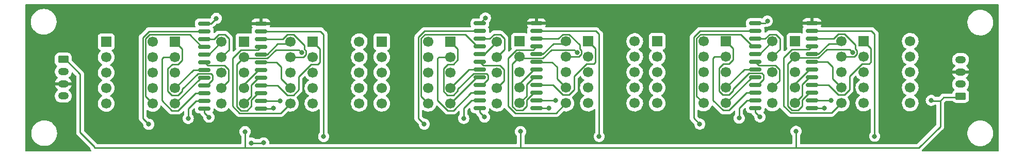
<source format=gbr>
%TF.GenerationSoftware,KiCad,Pcbnew,(6.0.0)*%
%TF.CreationDate,2023-05-02T22:40:51+02:00*%
%TF.ProjectId,7SegmentDisplay,37536567-6d65-46e7-9444-6973706c6179,rev?*%
%TF.SameCoordinates,Original*%
%TF.FileFunction,Copper,L2,Bot*%
%TF.FilePolarity,Positive*%
%FSLAX46Y46*%
G04 Gerber Fmt 4.6, Leading zero omitted, Abs format (unit mm)*
G04 Created by KiCad (PCBNEW (6.0.0)) date 2023-05-02 22:40:51*
%MOMM*%
%LPD*%
G01*
G04 APERTURE LIST*
G04 Aperture macros list*
%AMRoundRect*
0 Rectangle with rounded corners*
0 $1 Rounding radius*
0 $2 $3 $4 $5 $6 $7 $8 $9 X,Y pos of 4 corners*
0 Add a 4 corners polygon primitive as box body*
4,1,4,$2,$3,$4,$5,$6,$7,$8,$9,$2,$3,0*
0 Add four circle primitives for the rounded corners*
1,1,$1+$1,$2,$3*
1,1,$1+$1,$4,$5*
1,1,$1+$1,$6,$7*
1,1,$1+$1,$8,$9*
0 Add four rect primitives between the rounded corners*
20,1,$1+$1,$2,$3,$4,$5,0*
20,1,$1+$1,$4,$5,$6,$7,0*
20,1,$1+$1,$6,$7,$8,$9,0*
20,1,$1+$1,$8,$9,$2,$3,0*%
G04 Aperture macros list end*
%TA.AperFunction,ComponentPad*%
%ADD10C,1.700000*%
%TD*%
%TA.AperFunction,ComponentPad*%
%ADD11R,1.700000X1.700000*%
%TD*%
%TA.AperFunction,ComponentPad*%
%ADD12RoundRect,0.250000X0.625000X-0.350000X0.625000X0.350000X-0.625000X0.350000X-0.625000X-0.350000X0*%
%TD*%
%TA.AperFunction,ComponentPad*%
%ADD13O,1.750000X1.200000*%
%TD*%
%TA.AperFunction,ComponentPad*%
%ADD14RoundRect,0.250000X-0.625000X0.350000X-0.625000X-0.350000X0.625000X-0.350000X0.625000X0.350000X0*%
%TD*%
%TA.AperFunction,SMDPad,CuDef*%
%ADD15RoundRect,0.150000X-0.875000X-0.150000X0.875000X-0.150000X0.875000X0.150000X-0.875000X0.150000X0*%
%TD*%
%TA.AperFunction,ViaPad*%
%ADD16C,0.800000*%
%TD*%
%TA.AperFunction,Conductor*%
%ADD17C,0.250000*%
%TD*%
G04 APERTURE END LIST*
D10*
%TO.P,U13,10,A*%
%TO.N,Net-(U11-Pad10)*%
X195529700Y-82701900D03*
%TO.P,U13,9,B*%
%TO.N,Net-(U11-Pad9)*%
X195529700Y-85241900D03*
%TO.P,U13,8,CA*%
%TO.N,Net-(Q5-Pad2)*%
X195529700Y-87781900D03*
%TO.P,U13,7,C*%
%TO.N,Net-(U11-Pad7)*%
X195529700Y-90321900D03*
%TO.P,U13,6,DP*%
%TO.N,Net-(U11-Pad6)*%
X195529700Y-92861900D03*
%TO.P,U13,5,D*%
%TO.N,Net-(U11-Pad5)*%
X187909700Y-92861900D03*
%TO.P,U13,4,E*%
%TO.N,Net-(U11-Pad4)*%
X187909700Y-90321900D03*
%TO.P,U13,3,CA*%
%TO.N,Net-(Q5-Pad2)*%
X187909700Y-87781900D03*
%TO.P,U13,2,F*%
%TO.N,Net-(U11-Pad2)*%
X187909700Y-85241900D03*
D11*
%TO.P,U13,1,G*%
%TO.N,Net-(U11-Pad1)*%
X187909700Y-82701900D03*
%TD*%
D10*
%TO.P,U12,10,A*%
%TO.N,Net-(U12-Pad10)*%
X161620700Y-82727300D03*
%TO.P,U12,9,B*%
%TO.N,Net-(U12-Pad9)*%
X161620700Y-85267300D03*
%TO.P,U12,8,CA*%
%TO.N,Net-(Q6-Pad2)*%
X161620700Y-87807300D03*
%TO.P,U12,7,C*%
%TO.N,Net-(U12-Pad7)*%
X161620700Y-90347300D03*
%TO.P,U12,6,DP*%
%TO.N,Net-(U12-Pad6)*%
X161620700Y-92887300D03*
%TO.P,U12,5,D*%
%TO.N,Net-(U12-Pad5)*%
X154000700Y-92887300D03*
%TO.P,U12,4,E*%
%TO.N,Net-(U12-Pad4)*%
X154000700Y-90347300D03*
%TO.P,U12,3,CA*%
%TO.N,Net-(Q6-Pad2)*%
X154000700Y-87807300D03*
%TO.P,U12,2,F*%
%TO.N,Net-(U12-Pad2)*%
X154000700Y-85267300D03*
D11*
%TO.P,U12,1,G*%
%TO.N,Net-(U12-Pad1)*%
X154000700Y-82727300D03*
%TD*%
%TO.P,U1,1,G*%
%TO.N,Net-(U1-Pad1)*%
X86172955Y-82750144D03*
D10*
%TO.P,U1,2,F*%
%TO.N,Net-(U1-Pad2)*%
X86172955Y-85290144D03*
%TO.P,U1,3,CA*%
%TO.N,Net-(Q2-Pad2)*%
X86172955Y-87830144D03*
%TO.P,U1,4,E*%
%TO.N,Net-(U1-Pad4)*%
X86172955Y-90370144D03*
%TO.P,U1,5,D*%
%TO.N,Net-(U1-Pad5)*%
X86172955Y-92910144D03*
%TO.P,U1,6,DP*%
%TO.N,Net-(U1-Pad6)*%
X93792955Y-92910144D03*
%TO.P,U1,7,C*%
%TO.N,Net-(U1-Pad7)*%
X93792955Y-90370144D03*
%TO.P,U1,8,CA*%
%TO.N,Net-(Q2-Pad2)*%
X93792955Y-87830144D03*
%TO.P,U1,9,B*%
%TO.N,Net-(U1-Pad9)*%
X93792955Y-85290144D03*
%TO.P,U1,10,A*%
%TO.N,Net-(U1-Pad10)*%
X93792955Y-82750144D03*
%TD*%
%TO.P,U3,10,A*%
%TO.N,Net-(U1-Pad10)*%
X105095955Y-82750144D03*
%TO.P,U3,9,B*%
%TO.N,Net-(U1-Pad9)*%
X105095955Y-85290144D03*
%TO.P,U3,8,CA*%
%TO.N,Net-(Q1-Pad2)*%
X105095955Y-87830144D03*
%TO.P,U3,7,C*%
%TO.N,Net-(U1-Pad7)*%
X105095955Y-90370144D03*
%TO.P,U3,6,DP*%
%TO.N,Net-(U1-Pad6)*%
X105095955Y-92910144D03*
%TO.P,U3,5,D*%
%TO.N,Net-(U1-Pad5)*%
X97475955Y-92910144D03*
%TO.P,U3,4,E*%
%TO.N,Net-(U1-Pad4)*%
X97475955Y-90370144D03*
%TO.P,U3,3,CA*%
%TO.N,Net-(Q1-Pad2)*%
X97475955Y-87830144D03*
%TO.P,U3,2,F*%
%TO.N,Net-(U1-Pad2)*%
X97475955Y-85290144D03*
D11*
%TO.P,U3,1,G*%
%TO.N,Net-(U1-Pad1)*%
X97475955Y-82750144D03*
%TD*%
D10*
%TO.P,U11,10,A*%
%TO.N,Net-(U11-Pad10)*%
X184226700Y-82701900D03*
%TO.P,U11,9,B*%
%TO.N,Net-(U11-Pad9)*%
X184226700Y-85241900D03*
%TO.P,U11,8,CA*%
%TO.N,Net-(Q6-Pad2)*%
X184226700Y-87781900D03*
%TO.P,U11,7,C*%
%TO.N,Net-(U11-Pad7)*%
X184226700Y-90321900D03*
%TO.P,U11,6,DP*%
%TO.N,Net-(U11-Pad6)*%
X184226700Y-92861900D03*
%TO.P,U11,5,D*%
%TO.N,Net-(U11-Pad5)*%
X176606700Y-92861900D03*
%TO.P,U11,4,E*%
%TO.N,Net-(U11-Pad4)*%
X176606700Y-90321900D03*
%TO.P,U11,3,CA*%
%TO.N,Net-(Q6-Pad2)*%
X176606700Y-87781900D03*
%TO.P,U11,2,F*%
%TO.N,Net-(U11-Pad2)*%
X176606700Y-85241900D03*
D11*
%TO.P,U11,1,G*%
%TO.N,Net-(U11-Pad1)*%
X176606700Y-82701900D03*
%TD*%
D12*
%TO.P,J2,1,Pin_1*%
%TO.N,SCL*%
X203798000Y-91747600D03*
D13*
%TO.P,J2,2,Pin_2*%
%TO.N,SDA*%
X203798000Y-89747600D03*
%TO.P,J2,3,Pin_3*%
%TO.N,+5V*%
X203798000Y-87747600D03*
%TO.P,J2,4,Pin_4*%
%TO.N,GND*%
X203798000Y-85747600D03*
%TD*%
D14*
%TO.P,J1,1,Pin_1*%
%TO.N,SCL*%
X56526600Y-85696800D03*
D13*
%TO.P,J1,2,Pin_2*%
%TO.N,SDA*%
X56526600Y-87696800D03*
%TO.P,J1,3,Pin_3*%
%TO.N,+5V*%
X56526600Y-89696800D03*
%TO.P,J1,4,Pin_4*%
%TO.N,GND*%
X56526600Y-91696800D03*
%TD*%
D11*
%TO.P,U6,1,G*%
%TO.N,Net-(U6-Pad1)*%
X131394700Y-82730895D03*
D10*
%TO.P,U6,2,F*%
%TO.N,Net-(U6-Pad2)*%
X131394700Y-85270895D03*
%TO.P,U6,3,CA*%
%TO.N,Net-(Q4-Pad2)*%
X131394700Y-87810895D03*
%TO.P,U6,4,E*%
%TO.N,Net-(U6-Pad4)*%
X131394700Y-90350895D03*
%TO.P,U6,5,D*%
%TO.N,Net-(U6-Pad5)*%
X131394700Y-92890895D03*
%TO.P,U6,6,DP*%
%TO.N,Net-(U6-Pad6)*%
X139014700Y-92890895D03*
%TO.P,U6,7,C*%
%TO.N,Net-(U6-Pad7)*%
X139014700Y-90350895D03*
%TO.P,U6,8,CA*%
%TO.N,Net-(Q4-Pad2)*%
X139014700Y-87810895D03*
%TO.P,U6,9,B*%
%TO.N,Net-(U6-Pad9)*%
X139014700Y-85270895D03*
%TO.P,U6,10,A*%
%TO.N,Net-(U6-Pad10)*%
X139014700Y-82730895D03*
%TD*%
D15*
%TO.P,U14,24,SCL*%
%TO.N,Net-(R13-Pad2)*%
X179402000Y-93699600D03*
%TO.P,U14,23,SDA*%
%TO.N,Net-(R14-Pad1)*%
X179402000Y-92429600D03*
%TO.P,U14,22,P16_F*%
%TO.N,Net-(U11-Pad2)*%
X179402000Y-91159600D03*
%TO.P,U14,21,P15_G*%
%TO.N,Net-(U11-Pad1)*%
X179402000Y-89889600D03*
%TO.P,U14,20,P14_D*%
%TO.N,Net-(U11-Pad5)*%
X179402000Y-88619600D03*
%TO.P,U14,19,P13_E*%
%TO.N,Net-(U11-Pad4)*%
X179402000Y-87349600D03*
%TO.P,U14,18,P12_C*%
%TO.N,Net-(U11-Pad7)*%
X179402000Y-86079600D03*
%TO.P,U14,17,P11_A*%
%TO.N,Net-(U11-Pad10)*%
X179402000Y-84809600D03*
%TO.P,U14,16,P10_P*%
%TO.N,Net-(U11-Pad6)*%
X179402000Y-83539600D03*
%TO.P,U14,15,P9_B*%
%TO.N,Net-(U11-Pad9)*%
X179402000Y-82269600D03*
%TO.P,U14,14,MX2*%
%TO.N,Net-(Q5-Pad1)*%
X179402000Y-80999600D03*
%TO.P,U14,13,5V*%
%TO.N,+5V*%
X179402000Y-79729600D03*
%TO.P,U14,12,GND*%
%TO.N,GND*%
X170102000Y-79729600D03*
%TO.P,U14,11,MX1*%
%TO.N,Net-(Q6-Pad1)*%
X170102000Y-80999600D03*
%TO.P,U14,10,P1_B*%
%TO.N,Net-(U12-Pad9)*%
X170102000Y-82269600D03*
%TO.P,U14,9,P2_P*%
%TO.N,Net-(U12-Pad6)*%
X170102000Y-83539600D03*
%TO.P,U14,8,P3_A*%
%TO.N,Net-(U12-Pad10)*%
X170102000Y-84809600D03*
%TO.P,U14,7,P4_C*%
%TO.N,Net-(U12-Pad7)*%
X170102000Y-86079600D03*
%TO.P,U14,6,P5_E*%
%TO.N,Net-(U12-Pad4)*%
X170102000Y-87349600D03*
%TO.P,U14,5,P6_D*%
%TO.N,Net-(U12-Pad5)*%
X170102000Y-88619600D03*
%TO.P,U14,4,P7_G*%
%TO.N,Net-(U12-Pad1)*%
X170102000Y-89889600D03*
%TO.P,U14,3,P8_F*%
%TO.N,Net-(U12-Pad2)*%
X170102000Y-91159600D03*
%TO.P,U14,2,Cext*%
%TO.N,Net-(C5-Pad1)*%
X170102000Y-92429600D03*
%TO.P,U14,1,ADR*%
%TO.N,Net-(R11-Pad2)*%
X170102000Y-93699600D03*
%TD*%
D10*
%TO.P,U5,10,A*%
%TO.N,Net-(U2-Pad10)*%
X82489455Y-82775544D03*
%TO.P,U5,9,B*%
%TO.N,Net-(U2-Pad9)*%
X82489455Y-85315544D03*
%TO.P,U5,8,CA*%
%TO.N,Net-(Q1-Pad2)*%
X82489455Y-87855544D03*
%TO.P,U5,7,C*%
%TO.N,Net-(U2-Pad7)*%
X82489455Y-90395544D03*
%TO.P,U5,6,DP*%
%TO.N,Net-(U2-Pad6)*%
X82489455Y-92935544D03*
%TO.P,U5,5,D*%
%TO.N,Net-(U2-Pad5)*%
X74869455Y-92935544D03*
%TO.P,U5,4,E*%
%TO.N,Net-(U2-Pad4)*%
X74869455Y-90395544D03*
%TO.P,U5,3,CA*%
%TO.N,Net-(Q1-Pad2)*%
X74869455Y-87855544D03*
%TO.P,U5,2,F*%
%TO.N,Net-(U2-Pad2)*%
X74869455Y-85315544D03*
D11*
%TO.P,U5,1,G*%
%TO.N,Net-(U2-Pad1)*%
X74869455Y-82775544D03*
%TD*%
D10*
%TO.P,U2,10,A*%
%TO.N,Net-(U2-Pad10)*%
X71186955Y-82775544D03*
%TO.P,U2,9,B*%
%TO.N,Net-(U2-Pad9)*%
X71186955Y-85315544D03*
%TO.P,U2,8,CA*%
%TO.N,Net-(Q2-Pad2)*%
X71186955Y-87855544D03*
%TO.P,U2,7,C*%
%TO.N,Net-(U2-Pad7)*%
X71186955Y-90395544D03*
%TO.P,U2,6,DP*%
%TO.N,Net-(U2-Pad6)*%
X71186955Y-92935544D03*
%TO.P,U2,5,D*%
%TO.N,Net-(U2-Pad5)*%
X63566955Y-92935544D03*
%TO.P,U2,4,E*%
%TO.N,Net-(U2-Pad4)*%
X63566955Y-90395544D03*
%TO.P,U2,3,CA*%
%TO.N,Net-(Q2-Pad2)*%
X63566955Y-87855544D03*
%TO.P,U2,2,F*%
%TO.N,Net-(U2-Pad2)*%
X63566955Y-85315544D03*
D11*
%TO.P,U2,1,G*%
%TO.N,Net-(U2-Pad1)*%
X63566955Y-82775544D03*
%TD*%
D10*
%TO.P,U15,10,A*%
%TO.N,Net-(U12-Pad10)*%
X172923200Y-82727300D03*
%TO.P,U15,9,B*%
%TO.N,Net-(U12-Pad9)*%
X172923200Y-85267300D03*
%TO.P,U15,8,CA*%
%TO.N,Net-(Q5-Pad2)*%
X172923200Y-87807300D03*
%TO.P,U15,7,C*%
%TO.N,Net-(U12-Pad7)*%
X172923200Y-90347300D03*
%TO.P,U15,6,DP*%
%TO.N,Net-(U12-Pad6)*%
X172923200Y-92887300D03*
%TO.P,U15,5,D*%
%TO.N,Net-(U12-Pad5)*%
X165303200Y-92887300D03*
%TO.P,U15,4,E*%
%TO.N,Net-(U12-Pad4)*%
X165303200Y-90347300D03*
%TO.P,U15,3,CA*%
%TO.N,Net-(Q5-Pad2)*%
X165303200Y-87807300D03*
%TO.P,U15,2,F*%
%TO.N,Net-(U12-Pad2)*%
X165303200Y-85267300D03*
D11*
%TO.P,U15,1,G*%
%TO.N,Net-(U12-Pad1)*%
X165303200Y-82727300D03*
%TD*%
%TO.P,U8,1,G*%
%TO.N,Net-(U6-Pad1)*%
X142697700Y-82730895D03*
D10*
%TO.P,U8,2,F*%
%TO.N,Net-(U6-Pad2)*%
X142697700Y-85270895D03*
%TO.P,U8,3,CA*%
%TO.N,Net-(Q3-Pad2)*%
X142697700Y-87810895D03*
%TO.P,U8,4,E*%
%TO.N,Net-(U6-Pad4)*%
X142697700Y-90350895D03*
%TO.P,U8,5,D*%
%TO.N,Net-(U6-Pad5)*%
X142697700Y-92890895D03*
%TO.P,U8,6,DP*%
%TO.N,Net-(U6-Pad6)*%
X150317700Y-92890895D03*
%TO.P,U8,7,C*%
%TO.N,Net-(U6-Pad7)*%
X150317700Y-90350895D03*
%TO.P,U8,8,CA*%
%TO.N,Net-(Q3-Pad2)*%
X150317700Y-87810895D03*
%TO.P,U8,9,B*%
%TO.N,Net-(U6-Pad9)*%
X150317700Y-85270895D03*
%TO.P,U8,10,A*%
%TO.N,Net-(U6-Pad10)*%
X150317700Y-82730895D03*
%TD*%
D11*
%TO.P,U10,1,G*%
%TO.N,Net-(U10-Pad1)*%
X120091200Y-82756295D03*
D10*
%TO.P,U10,2,F*%
%TO.N,Net-(U10-Pad2)*%
X120091200Y-85296295D03*
%TO.P,U10,3,CA*%
%TO.N,Net-(Q3-Pad2)*%
X120091200Y-87836295D03*
%TO.P,U10,4,E*%
%TO.N,Net-(U10-Pad4)*%
X120091200Y-90376295D03*
%TO.P,U10,5,D*%
%TO.N,Net-(U10-Pad5)*%
X120091200Y-92916295D03*
%TO.P,U10,6,DP*%
%TO.N,Net-(U10-Pad6)*%
X127711200Y-92916295D03*
%TO.P,U10,7,C*%
%TO.N,Net-(U10-Pad7)*%
X127711200Y-90376295D03*
%TO.P,U10,8,CA*%
%TO.N,Net-(Q3-Pad2)*%
X127711200Y-87836295D03*
%TO.P,U10,9,B*%
%TO.N,Net-(U10-Pad9)*%
X127711200Y-85296295D03*
%TO.P,U10,10,A*%
%TO.N,Net-(U10-Pad10)*%
X127711200Y-82756295D03*
%TD*%
D11*
%TO.P,U7,1,G*%
%TO.N,Net-(U10-Pad1)*%
X108788700Y-82756295D03*
D10*
%TO.P,U7,2,F*%
%TO.N,Net-(U10-Pad2)*%
X108788700Y-85296295D03*
%TO.P,U7,3,CA*%
%TO.N,Net-(Q4-Pad2)*%
X108788700Y-87836295D03*
%TO.P,U7,4,E*%
%TO.N,Net-(U10-Pad4)*%
X108788700Y-90376295D03*
%TO.P,U7,5,D*%
%TO.N,Net-(U10-Pad5)*%
X108788700Y-92916295D03*
%TO.P,U7,6,DP*%
%TO.N,Net-(U10-Pad6)*%
X116408700Y-92916295D03*
%TO.P,U7,7,C*%
%TO.N,Net-(U10-Pad7)*%
X116408700Y-90376295D03*
%TO.P,U7,8,CA*%
%TO.N,Net-(Q4-Pad2)*%
X116408700Y-87836295D03*
%TO.P,U7,9,B*%
%TO.N,Net-(U10-Pad9)*%
X116408700Y-85296295D03*
%TO.P,U7,10,A*%
%TO.N,Net-(U10-Pad10)*%
X116408700Y-82756295D03*
%TD*%
D15*
%TO.P,U4,1,ADR*%
%TO.N,Net-(R3-Pad2)*%
X79668255Y-93747844D03*
%TO.P,U4,2,Cext*%
%TO.N,Net-(C1-Pad1)*%
X79668255Y-92477844D03*
%TO.P,U4,3,P8_F*%
%TO.N,Net-(U2-Pad2)*%
X79668255Y-91207844D03*
%TO.P,U4,4,P7_G*%
%TO.N,Net-(U2-Pad1)*%
X79668255Y-89937844D03*
%TO.P,U4,5,P6_D*%
%TO.N,Net-(U2-Pad5)*%
X79668255Y-88667844D03*
%TO.P,U4,6,P5_E*%
%TO.N,Net-(U2-Pad4)*%
X79668255Y-87397844D03*
%TO.P,U4,7,P4_C*%
%TO.N,Net-(U2-Pad7)*%
X79668255Y-86127844D03*
%TO.P,U4,8,P3_A*%
%TO.N,Net-(U2-Pad10)*%
X79668255Y-84857844D03*
%TO.P,U4,9,P2_P*%
%TO.N,Net-(U2-Pad6)*%
X79668255Y-83587844D03*
%TO.P,U4,10,P1_B*%
%TO.N,Net-(U2-Pad9)*%
X79668255Y-82317844D03*
%TO.P,U4,11,MX1*%
%TO.N,Net-(Q2-Pad1)*%
X79668255Y-81047844D03*
%TO.P,U4,12,GND*%
%TO.N,GND*%
X79668255Y-79777844D03*
%TO.P,U4,13,5V*%
%TO.N,+5V*%
X88968255Y-79777844D03*
%TO.P,U4,14,MX2*%
%TO.N,Net-(Q1-Pad1)*%
X88968255Y-81047844D03*
%TO.P,U4,15,P9_B*%
%TO.N,Net-(U1-Pad9)*%
X88968255Y-82317844D03*
%TO.P,U4,16,P10_P*%
%TO.N,Net-(U1-Pad6)*%
X88968255Y-83587844D03*
%TO.P,U4,17,P11_A*%
%TO.N,Net-(U1-Pad10)*%
X88968255Y-84857844D03*
%TO.P,U4,18,P12_C*%
%TO.N,Net-(U1-Pad7)*%
X88968255Y-86127844D03*
%TO.P,U4,19,P13_E*%
%TO.N,Net-(U1-Pad4)*%
X88968255Y-87397844D03*
%TO.P,U4,20,P14_D*%
%TO.N,Net-(U1-Pad5)*%
X88968255Y-88667844D03*
%TO.P,U4,21,P15_G*%
%TO.N,Net-(U1-Pad1)*%
X88968255Y-89937844D03*
%TO.P,U4,22,P16_F*%
%TO.N,Net-(U1-Pad2)*%
X88968255Y-91207844D03*
%TO.P,U4,23,SDA*%
%TO.N,Net-(R6-Pad1)*%
X88968255Y-92477844D03*
%TO.P,U4,24,SCL*%
%TO.N,Net-(R5-Pad2)*%
X88968255Y-93747844D03*
%TD*%
%TO.P,U9,1,ADR*%
%TO.N,Net-(R7-Pad2)*%
X124890000Y-93728595D03*
%TO.P,U9,2,Cext*%
%TO.N,Net-(C3-Pad1)*%
X124890000Y-92458595D03*
%TO.P,U9,3,P8_F*%
%TO.N,Net-(U10-Pad2)*%
X124890000Y-91188595D03*
%TO.P,U9,4,P7_G*%
%TO.N,Net-(U10-Pad1)*%
X124890000Y-89918595D03*
%TO.P,U9,5,P6_D*%
%TO.N,Net-(U10-Pad5)*%
X124890000Y-88648595D03*
%TO.P,U9,6,P5_E*%
%TO.N,Net-(U10-Pad4)*%
X124890000Y-87378595D03*
%TO.P,U9,7,P4_C*%
%TO.N,Net-(U10-Pad7)*%
X124890000Y-86108595D03*
%TO.P,U9,8,P3_A*%
%TO.N,Net-(U10-Pad10)*%
X124890000Y-84838595D03*
%TO.P,U9,9,P2_P*%
%TO.N,Net-(U10-Pad6)*%
X124890000Y-83568595D03*
%TO.P,U9,10,P1_B*%
%TO.N,Net-(U10-Pad9)*%
X124890000Y-82298595D03*
%TO.P,U9,11,MX1*%
%TO.N,Net-(Q4-Pad1)*%
X124890000Y-81028595D03*
%TO.P,U9,12,GND*%
%TO.N,GND*%
X124890000Y-79758595D03*
%TO.P,U9,13,5V*%
%TO.N,+5V*%
X134190000Y-79758595D03*
%TO.P,U9,14,MX2*%
%TO.N,Net-(Q3-Pad1)*%
X134190000Y-81028595D03*
%TO.P,U9,15,P9_B*%
%TO.N,Net-(U6-Pad9)*%
X134190000Y-82298595D03*
%TO.P,U9,16,P10_P*%
%TO.N,Net-(U6-Pad6)*%
X134190000Y-83568595D03*
%TO.P,U9,17,P11_A*%
%TO.N,Net-(U6-Pad10)*%
X134190000Y-84838595D03*
%TO.P,U9,18,P12_C*%
%TO.N,Net-(U6-Pad7)*%
X134190000Y-86108595D03*
%TO.P,U9,19,P13_E*%
%TO.N,Net-(U6-Pad4)*%
X134190000Y-87378595D03*
%TO.P,U9,20,P14_D*%
%TO.N,Net-(U6-Pad5)*%
X134190000Y-88648595D03*
%TO.P,U9,21,P15_G*%
%TO.N,Net-(U6-Pad1)*%
X134190000Y-89918595D03*
%TO.P,U9,22,P16_F*%
%TO.N,Net-(U6-Pad2)*%
X134190000Y-91188595D03*
%TO.P,U9,23,SDA*%
%TO.N,Net-(R10-Pad1)*%
X134190000Y-92458595D03*
%TO.P,U9,24,SCL*%
%TO.N,Net-(R9-Pad2)*%
X134190000Y-93728595D03*
%TD*%
D16*
%TO.N,+5V*%
X199034400Y-88290400D03*
%TO.N,SCL*%
X198983600Y-92430600D03*
%TO.N,GND*%
X172084000Y-79374000D03*
X89408000Y-99415600D03*
X87401400Y-99441000D03*
%TO.N,+5V*%
X177114200Y-78333600D03*
X174777400Y-97505900D03*
X183057800Y-98323400D03*
X165633400Y-98145600D03*
%TO.N,SCL*%
X176784000Y-97505900D03*
X131572000Y-97534895D03*
%TO.N,+5V*%
X131953000Y-78028800D03*
%TO.N,GND*%
X125806200Y-78867000D03*
%TO.N,+5V*%
X129565400Y-97534895D03*
X137896600Y-98552000D03*
X120294400Y-98374200D03*
%TO.N,SCL*%
X86360000Y-97554144D03*
%TO.N,+5V*%
X92811600Y-98348800D03*
X74904600Y-98425000D03*
X84328000Y-97554144D03*
X86334600Y-78740000D03*
%TO.N,GND*%
X81635600Y-78943200D03*
%TO.N,Net-(U11-Pad2)*%
X186065483Y-84517400D03*
%TO.N,Net-(R14-Pad1)*%
X182524400Y-92429600D03*
%TO.N,Net-(R13-Pad2)*%
X181406800Y-93674200D03*
%TO.N,Net-(R11-Pad2)*%
X170865800Y-95147400D03*
%TO.N,Net-(Q6-Pad1)*%
X160985200Y-96315800D03*
%TO.N,Net-(Q5-Pad1)*%
X189687200Y-98322400D03*
%TO.N,Net-(C5-Pad1)*%
X167462200Y-95350600D03*
%TO.N,Net-(U1-Pad2)*%
X95631738Y-84565644D03*
%TO.N,Net-(R6-Pad1)*%
X92090655Y-92477844D03*
%TO.N,Net-(R5-Pad2)*%
X90973055Y-93722444D03*
%TO.N,Net-(R3-Pad2)*%
X80432055Y-95195644D03*
%TO.N,Net-(Q2-Pad1)*%
X70551455Y-96364044D03*
%TO.N,Net-(Q1-Pad1)*%
X99253455Y-98370644D03*
%TO.N,Net-(C1-Pad1)*%
X77028455Y-95398844D03*
%TO.N,Net-(C3-Pad1)*%
X122250200Y-95379595D03*
%TO.N,Net-(Q3-Pad1)*%
X144475200Y-98351395D03*
%TO.N,Net-(Q4-Pad1)*%
X115773200Y-96344795D03*
%TO.N,Net-(R7-Pad2)*%
X125653800Y-95176395D03*
%TO.N,Net-(R9-Pad2)*%
X136194800Y-93703195D03*
%TO.N,Net-(R10-Pad1)*%
X137312400Y-92458595D03*
%TO.N,Net-(U6-Pad2)*%
X140853483Y-84546395D03*
%TD*%
D17*
%TO.N,SCL*%
X199034400Y-92481400D02*
X198983600Y-92430600D01*
X200456800Y-92481400D02*
X199034400Y-92481400D01*
X203623000Y-91922600D02*
X203798000Y-91747600D01*
X202387200Y-91922600D02*
X203623000Y-91922600D01*
X196926200Y-100253800D02*
X176784000Y-100253800D01*
X200456800Y-96723200D02*
X196926200Y-100253800D01*
X201015600Y-91922600D02*
X200456800Y-92481400D01*
X200456800Y-92481400D02*
X200456800Y-96723200D01*
X202387200Y-91922600D02*
X201015600Y-91922600D01*
X176784000Y-97505900D02*
X176784000Y-100253800D01*
X131572000Y-97534895D02*
X131572000Y-100253800D01*
X86360000Y-100228400D02*
X86334600Y-100253800D01*
X86360000Y-97554144D02*
X86360000Y-100228400D01*
%TO.N,Net-(U1-Pad10)*%
X90028609Y-84857844D02*
X88968255Y-84857844D01*
%TO.N,Net-(U6-Pad10)*%
X135250354Y-84838595D02*
X134190000Y-84838595D01*
%TO.N,Net-(U11-Pad10)*%
X180462354Y-84809600D02*
X179402000Y-84809600D01*
%TO.N,GND*%
X171728400Y-79729600D02*
X172084000Y-79374000D01*
X170102000Y-79729600D02*
X171728400Y-79729600D01*
X89382600Y-99441000D02*
X89408000Y-99415600D01*
X87401400Y-99441000D02*
X89382600Y-99441000D01*
%TO.N,SCL*%
X176784000Y-100253800D02*
X131572000Y-100253800D01*
X131572000Y-100253800D02*
X86334600Y-100253800D01*
%TO.N,GND*%
X125806200Y-78867000D02*
X125781595Y-78867000D01*
X125781595Y-78867000D02*
X124890000Y-79758595D01*
%TO.N,SCL*%
X86334600Y-100253800D02*
X61620400Y-100253800D01*
%TO.N,+5V*%
X86334600Y-78740000D02*
X87372444Y-79777844D01*
X87372444Y-79777844D02*
X88968255Y-79777844D01*
%TO.N,GND*%
X80800956Y-79777844D02*
X81635600Y-78943200D01*
X79668255Y-79777844D02*
X80800956Y-79777844D01*
%TO.N,SCL*%
X56867800Y-85696800D02*
X56526600Y-85696800D01*
X59283600Y-88112600D02*
X56867800Y-85696800D01*
X59283600Y-97688400D02*
X59283600Y-88112600D01*
X61620400Y-100025200D02*
X59283600Y-97688400D01*
%TO.N,Net-(U12-Pad10)*%
X170102000Y-84809600D02*
X170840900Y-84809600D01*
X170840900Y-84809600D02*
X172923200Y-82727300D01*
%TO.N,Net-(U12-Pad9)*%
X174142400Y-82244200D02*
X174142400Y-84048100D01*
X174142400Y-84048100D02*
X172923200Y-85267300D01*
X173450989Y-81552789D02*
X174142400Y-82244200D01*
X171719890Y-82269600D02*
X172436701Y-81552789D01*
X170102000Y-82269600D02*
X171719890Y-82269600D01*
X172436701Y-81552789D02*
X173450989Y-81552789D01*
%TO.N,Net-(U12-Pad7)*%
X173409699Y-86632789D02*
X174097711Y-87320801D01*
X170102000Y-86079600D02*
X170655189Y-86632789D01*
X174097711Y-87320801D02*
X174097711Y-89172789D01*
X174097711Y-89172789D02*
X172923200Y-90347300D01*
X170655189Y-86632789D02*
X173409699Y-86632789D01*
%TO.N,Net-(U12-Pad6)*%
X169675928Y-83539600D02*
X167689117Y-81552789D01*
X167689117Y-81552789D02*
X161092411Y-81552789D01*
X160446189Y-82199011D02*
X160446189Y-91712789D01*
X170102000Y-83539600D02*
X169675928Y-83539600D01*
X161092411Y-81552789D02*
X160446189Y-82199011D01*
X160446189Y-91712789D02*
X161620700Y-92887300D01*
%TO.N,Net-(U12-Pad5)*%
X170102000Y-88619600D02*
X169570900Y-88619600D01*
X169570900Y-88619600D02*
X165303200Y-92887300D01*
%TO.N,Net-(U12-Pad4)*%
X168300900Y-87349600D02*
X165303200Y-90347300D01*
X170102000Y-87349600D02*
X168300900Y-87349600D01*
%TO.N,Net-(U12-Pad2)*%
X170102000Y-91159600D02*
X168691910Y-91159600D01*
X163144200Y-85495400D02*
X163372300Y-85267300D01*
X165789699Y-94061811D02*
X164801811Y-94061811D01*
X168691910Y-91159600D02*
X165789699Y-94061811D01*
X163144200Y-92404200D02*
X163144200Y-85495400D01*
X163372300Y-85267300D02*
X165303200Y-85267300D01*
X164801811Y-94061811D02*
X163144200Y-92404200D01*
%TO.N,Net-(U12-Pad1)*%
X166477711Y-83901811D02*
X165303200Y-82727300D01*
X166477711Y-90833799D02*
X165789699Y-91521811D01*
X166477711Y-90547817D02*
X166477711Y-90833799D01*
X165789699Y-86441811D02*
X166477711Y-85753799D01*
X164128689Y-87129823D02*
X164816701Y-86441811D01*
X166477711Y-85753799D02*
X166477711Y-83901811D01*
X170528072Y-89889600D02*
X171451520Y-88966152D01*
X171451520Y-88252088D02*
X171173552Y-87974120D01*
X164751011Y-91521811D02*
X164128689Y-90899489D01*
X171451520Y-88966152D02*
X171451520Y-88252088D01*
X165789699Y-91521811D02*
X164751011Y-91521811D01*
X164128689Y-90899489D02*
X164128689Y-87129823D01*
X169051408Y-87974120D02*
X166477711Y-90547817D01*
X164816701Y-86441811D02*
X165789699Y-86441811D01*
X171173552Y-87974120D02*
X169051408Y-87974120D01*
X170102000Y-89889600D02*
X170528072Y-89889600D01*
%TO.N,Net-(U11-Pad10)*%
X183820800Y-83107800D02*
X184226700Y-82701900D01*
X180462354Y-84809600D02*
X182164154Y-83107800D01*
X182164154Y-83107800D02*
X183820800Y-83107800D01*
%TO.N,Net-(U11-Pad9)*%
X186512200Y-83939503D02*
X186789994Y-84217297D01*
X183740201Y-81527389D02*
X184753989Y-81527389D01*
X186365597Y-85241900D02*
X184226700Y-85241900D01*
X186512200Y-83285600D02*
X186512200Y-83939503D01*
X179402000Y-82269600D02*
X182997990Y-82269600D01*
X184753989Y-81527389D02*
X186512200Y-83285600D01*
X186789994Y-84817503D02*
X186365597Y-85241900D01*
X186789994Y-84217297D02*
X186789994Y-84817503D01*
X182997990Y-82269600D02*
X183740201Y-81527389D01*
%TO.N,Net-(U11-Pad7)*%
X181940200Y-86105000D02*
X182753000Y-86917800D01*
X179402000Y-86079600D02*
X179828072Y-86079600D01*
X182753000Y-86917800D02*
X182753000Y-88848200D01*
X182753000Y-88848200D02*
X184226700Y-90321900D01*
X179828072Y-86079600D02*
X179853472Y-86105000D01*
X179853472Y-86105000D02*
X181940200Y-86105000D01*
%TO.N,Net-(U11-Pad6)*%
X174752000Y-85419200D02*
X174752000Y-93344718D01*
X182602669Y-94485931D02*
X184226700Y-92861900D01*
X174752000Y-93344718D02*
X175893213Y-94485931D01*
X179402000Y-83539600D02*
X178874211Y-84067389D01*
X176103811Y-84067389D02*
X174752000Y-85419200D01*
X175893213Y-94485931D02*
X182602669Y-94485931D01*
X178874211Y-84067389D02*
X176103811Y-84067389D01*
%TO.N,Net-(U11-Pad5)*%
X178975928Y-88619600D02*
X177781211Y-89814317D01*
X179402000Y-88619600D02*
X178975928Y-88619600D01*
X177781211Y-89814317D02*
X177781211Y-91687389D01*
X177781211Y-91687389D02*
X176606700Y-92861900D01*
%TO.N,Net-(U11-Pad4)*%
X178975928Y-87349600D02*
X176606700Y-89718828D01*
X176606700Y-89718828D02*
X176606700Y-90321900D01*
X179402000Y-87349600D02*
X178975928Y-87349600D01*
%TO.N,Net-(U11-Pad2)*%
X175432189Y-93389189D02*
X175432189Y-86416411D01*
X185615472Y-84067389D02*
X181840283Y-84067389D01*
X176809400Y-85444600D02*
X176606700Y-85241900D01*
X179402000Y-91159600D02*
X178944717Y-91159600D01*
X177781211Y-92323106D02*
X177781211Y-93348399D01*
X175432189Y-86416411D02*
X176606700Y-85241900D01*
X178944717Y-91159600D02*
X177781211Y-92323106D01*
X177093199Y-94036411D02*
X176079411Y-94036411D01*
X186065483Y-84517400D02*
X185615472Y-84067389D01*
X176079411Y-94036411D02*
X175432189Y-93389189D01*
X181840283Y-84067389D02*
X180463072Y-85444600D01*
X180463072Y-85444600D02*
X176809400Y-85444600D01*
X177781211Y-93348399D02*
X177093199Y-94036411D01*
%TO.N,Net-(U11-Pad1)*%
X187614179Y-86416411D02*
X188766189Y-86416411D01*
X182133390Y-89889600D02*
X183740201Y-91496411D01*
X179402000Y-89889600D02*
X182133390Y-89889600D01*
X183740201Y-91496411D02*
X184713199Y-91496411D01*
X185572400Y-88458190D02*
X187614179Y-86416411D01*
X184713199Y-91496411D02*
X185572400Y-90637210D01*
X188766189Y-86416411D02*
X189084211Y-86098389D01*
X185572400Y-90637210D02*
X185572400Y-88458190D01*
X189084211Y-86098389D02*
X189084211Y-83876411D01*
X189084211Y-83876411D02*
X187909700Y-82701900D01*
%TO.N,Net-(R14-Pad1)*%
X179402000Y-92429600D02*
X182524400Y-92429600D01*
%TO.N,Net-(R13-Pad2)*%
X181381400Y-93699600D02*
X181406800Y-93674200D01*
X179402000Y-93699600D02*
X181381400Y-93699600D01*
%TO.N,Net-(R11-Pad2)*%
X170102000Y-94383600D02*
X170865800Y-95147400D01*
X170102000Y-93699600D02*
X170102000Y-94383600D01*
%TO.N,Net-(Q6-Pad1)*%
X159996669Y-82012814D02*
X159996669Y-95327269D01*
X170102000Y-80999600D02*
X161009883Y-80999600D01*
X161009883Y-80999600D02*
X159996669Y-82012814D01*
X159996669Y-95327269D02*
X160985200Y-96315800D01*
%TO.N,Net-(Q5-Pad1)*%
X189179200Y-80999600D02*
X189687200Y-81507600D01*
X179402000Y-80999600D02*
X189179200Y-80999600D01*
X189687200Y-81507600D02*
X189687200Y-98322400D01*
%TO.N,Net-(C5-Pad1)*%
X167462200Y-93699600D02*
X168732200Y-92429600D01*
X167462200Y-95350600D02*
X167462200Y-93699600D01*
X168732200Y-92429600D02*
X170102000Y-92429600D01*
%TO.N,Net-(U2-Pad10)*%
X79668255Y-84857844D02*
X80407155Y-84857844D01*
X80407155Y-84857844D02*
X82489455Y-82775544D01*
%TO.N,Net-(U2-Pad9)*%
X83708655Y-82292444D02*
X83708655Y-84096344D01*
X83708655Y-84096344D02*
X82489455Y-85315544D01*
X83017244Y-81601033D02*
X83708655Y-82292444D01*
X81286145Y-82317844D02*
X82002956Y-81601033D01*
X79668255Y-82317844D02*
X81286145Y-82317844D01*
X82002956Y-81601033D02*
X83017244Y-81601033D01*
%TO.N,Net-(U2-Pad7)*%
X82975954Y-86681033D02*
X83663966Y-87369045D01*
X79668255Y-86127844D02*
X80221444Y-86681033D01*
X83663966Y-87369045D02*
X83663966Y-89221033D01*
X83663966Y-89221033D02*
X82489455Y-90395544D01*
X80221444Y-86681033D02*
X82975954Y-86681033D01*
%TO.N,Net-(U2-Pad6)*%
X79242183Y-83587844D02*
X77255372Y-81601033D01*
X77255372Y-81601033D02*
X70658666Y-81601033D01*
X70012444Y-82247255D02*
X70012444Y-91761033D01*
X79668255Y-83587844D02*
X79242183Y-83587844D01*
X70658666Y-81601033D02*
X70012444Y-82247255D01*
X70012444Y-91761033D02*
X71186955Y-92935544D01*
%TO.N,Net-(U2-Pad5)*%
X79668255Y-88667844D02*
X79137155Y-88667844D01*
X79137155Y-88667844D02*
X74869455Y-92935544D01*
%TO.N,Net-(U2-Pad4)*%
X77867155Y-87397844D02*
X74869455Y-90395544D01*
X79668255Y-87397844D02*
X77867155Y-87397844D01*
%TO.N,Net-(U2-Pad2)*%
X79668255Y-91207844D02*
X78258165Y-91207844D01*
X72710455Y-85543644D02*
X72938555Y-85315544D01*
X75355954Y-94110055D02*
X74368066Y-94110055D01*
X78258165Y-91207844D02*
X75355954Y-94110055D01*
X72710455Y-92452444D02*
X72710455Y-85543644D01*
X72938555Y-85315544D02*
X74869455Y-85315544D01*
X74368066Y-94110055D02*
X72710455Y-92452444D01*
%TO.N,Net-(U2-Pad1)*%
X76043966Y-83950055D02*
X74869455Y-82775544D01*
X76043966Y-90882043D02*
X75355954Y-91570055D01*
X76043966Y-90596061D02*
X76043966Y-90882043D01*
X75355954Y-86490055D02*
X76043966Y-85802043D01*
X73694944Y-87178067D02*
X74382956Y-86490055D01*
X76043966Y-85802043D02*
X76043966Y-83950055D01*
X80094327Y-89937844D02*
X81017775Y-89014396D01*
X81017775Y-88300332D02*
X80739807Y-88022364D01*
X74317266Y-91570055D02*
X73694944Y-90947733D01*
X81017775Y-89014396D02*
X81017775Y-88300332D01*
X75355954Y-91570055D02*
X74317266Y-91570055D01*
X73694944Y-90947733D02*
X73694944Y-87178067D01*
X78617663Y-88022364D02*
X76043966Y-90596061D01*
X74382956Y-86490055D02*
X75355954Y-86490055D01*
X80739807Y-88022364D02*
X78617663Y-88022364D01*
X79668255Y-89937844D02*
X80094327Y-89937844D01*
%TO.N,Net-(U1-Pad10)*%
X93387055Y-83156044D02*
X93792955Y-82750144D01*
X90028609Y-84857844D02*
X91730409Y-83156044D01*
X91730409Y-83156044D02*
X93387055Y-83156044D01*
%TO.N,Net-(U1-Pad9)*%
X96078455Y-83987747D02*
X96356249Y-84265541D01*
X93306456Y-81575633D02*
X94320244Y-81575633D01*
X95931852Y-85290144D02*
X93792955Y-85290144D01*
X96078455Y-83333844D02*
X96078455Y-83987747D01*
X88968255Y-82317844D02*
X92564245Y-82317844D01*
X94320244Y-81575633D02*
X96078455Y-83333844D01*
X96356249Y-84865747D02*
X95931852Y-85290144D01*
X96356249Y-84265541D02*
X96356249Y-84865747D01*
X92564245Y-82317844D02*
X93306456Y-81575633D01*
%TO.N,Net-(U1-Pad7)*%
X91506455Y-86153244D02*
X92319255Y-86966044D01*
X88968255Y-86127844D02*
X89394327Y-86127844D01*
X92319255Y-86966044D02*
X92319255Y-88896444D01*
X92319255Y-88896444D02*
X93792955Y-90370144D01*
X89394327Y-86127844D02*
X89419727Y-86153244D01*
X89419727Y-86153244D02*
X91506455Y-86153244D01*
%TO.N,Net-(U1-Pad6)*%
X84318255Y-85467444D02*
X84318255Y-93392962D01*
X92168924Y-94534175D02*
X93792955Y-92910144D01*
X84318255Y-93392962D02*
X85459468Y-94534175D01*
X88968255Y-83587844D02*
X88440466Y-84115633D01*
X85670066Y-84115633D02*
X84318255Y-85467444D01*
X85459468Y-94534175D02*
X92168924Y-94534175D01*
X88440466Y-84115633D02*
X85670066Y-84115633D01*
%TO.N,Net-(U1-Pad5)*%
X88542183Y-88667844D02*
X87347466Y-89862561D01*
X88968255Y-88667844D02*
X88542183Y-88667844D01*
X87347466Y-89862561D02*
X87347466Y-91735633D01*
X87347466Y-91735633D02*
X86172955Y-92910144D01*
%TO.N,Net-(U1-Pad4)*%
X88542183Y-87397844D02*
X86172955Y-89767072D01*
X86172955Y-89767072D02*
X86172955Y-90370144D01*
X88968255Y-87397844D02*
X88542183Y-87397844D01*
%TO.N,Net-(U1-Pad2)*%
X84998444Y-93437433D02*
X84998444Y-86464655D01*
X95181727Y-84115633D02*
X91406538Y-84115633D01*
X86375655Y-85492844D02*
X86172955Y-85290144D01*
X88968255Y-91207844D02*
X88510972Y-91207844D01*
X87347466Y-92371350D02*
X87347466Y-93396643D01*
X84998444Y-86464655D02*
X86172955Y-85290144D01*
X88510972Y-91207844D02*
X87347466Y-92371350D01*
X86659454Y-94084655D02*
X85645666Y-94084655D01*
X95631738Y-84565644D02*
X95181727Y-84115633D01*
X85645666Y-94084655D02*
X84998444Y-93437433D01*
X91406538Y-84115633D02*
X90029327Y-85492844D01*
X90029327Y-85492844D02*
X86375655Y-85492844D01*
X87347466Y-93396643D02*
X86659454Y-94084655D01*
%TO.N,Net-(U1-Pad1)*%
X97180434Y-86464655D02*
X98332444Y-86464655D01*
X91699645Y-89937844D02*
X93306456Y-91544655D01*
X88968255Y-89937844D02*
X91699645Y-89937844D01*
X93306456Y-91544655D02*
X94279454Y-91544655D01*
X95138655Y-88506434D02*
X97180434Y-86464655D01*
X94279454Y-91544655D02*
X95138655Y-90685454D01*
X98332444Y-86464655D02*
X98650466Y-86146633D01*
X95138655Y-90685454D02*
X95138655Y-88506434D01*
X98650466Y-86146633D02*
X98650466Y-83924655D01*
X98650466Y-83924655D02*
X97475955Y-82750144D01*
%TO.N,Net-(R6-Pad1)*%
X88968255Y-92477844D02*
X92090655Y-92477844D01*
%TO.N,Net-(R5-Pad2)*%
X90947655Y-93747844D02*
X90973055Y-93722444D01*
X88968255Y-93747844D02*
X90947655Y-93747844D01*
%TO.N,Net-(R3-Pad2)*%
X79668255Y-94431844D02*
X80432055Y-95195644D01*
X79668255Y-93747844D02*
X79668255Y-94431844D01*
%TO.N,Net-(Q2-Pad1)*%
X69562924Y-82061058D02*
X69562924Y-95375513D01*
X79668255Y-81047844D02*
X70576138Y-81047844D01*
X70576138Y-81047844D02*
X69562924Y-82061058D01*
X69562924Y-95375513D02*
X70551455Y-96364044D01*
%TO.N,Net-(Q1-Pad1)*%
X98745455Y-81047844D02*
X99253455Y-81555844D01*
X88968255Y-81047844D02*
X98745455Y-81047844D01*
X99253455Y-81555844D02*
X99253455Y-98370644D01*
%TO.N,Net-(C1-Pad1)*%
X77028455Y-93747844D02*
X78298455Y-92477844D01*
X77028455Y-95398844D02*
X77028455Y-93747844D01*
X78298455Y-92477844D02*
X79668255Y-92477844D01*
%TO.N,Net-(C3-Pad1)*%
X123520200Y-92458595D02*
X124890000Y-92458595D01*
X122250200Y-95379595D02*
X122250200Y-93728595D01*
X122250200Y-93728595D02*
X123520200Y-92458595D01*
%TO.N,Net-(Q3-Pad1)*%
X144475200Y-81536595D02*
X144475200Y-98351395D01*
X134190000Y-81028595D02*
X143967200Y-81028595D01*
X143967200Y-81028595D02*
X144475200Y-81536595D01*
%TO.N,Net-(Q4-Pad1)*%
X114784669Y-95356264D02*
X115773200Y-96344795D01*
X115797883Y-81028595D02*
X114784669Y-82041809D01*
X124890000Y-81028595D02*
X115797883Y-81028595D01*
X114784669Y-82041809D02*
X114784669Y-95356264D01*
%TO.N,Net-(R7-Pad2)*%
X124890000Y-93728595D02*
X124890000Y-94412595D01*
X124890000Y-94412595D02*
X125653800Y-95176395D01*
%TO.N,Net-(R9-Pad2)*%
X134190000Y-93728595D02*
X136169400Y-93728595D01*
X136169400Y-93728595D02*
X136194800Y-93703195D01*
%TO.N,Net-(R10-Pad1)*%
X134190000Y-92458595D02*
X137312400Y-92458595D01*
%TO.N,Net-(U6-Pad1)*%
X143872211Y-83905406D02*
X142697700Y-82730895D01*
X143872211Y-86127384D02*
X143872211Y-83905406D01*
X140360400Y-90666205D02*
X140360400Y-88487185D01*
X143554189Y-86445406D02*
X143872211Y-86127384D01*
X139501199Y-91525406D02*
X140360400Y-90666205D01*
X140360400Y-88487185D02*
X142402179Y-86445406D01*
X138528201Y-91525406D02*
X139501199Y-91525406D01*
X134190000Y-89918595D02*
X136921390Y-89918595D01*
X136921390Y-89918595D02*
X138528201Y-91525406D01*
X142402179Y-86445406D02*
X143554189Y-86445406D01*
%TO.N,Net-(U6-Pad2)*%
X132569211Y-93377394D02*
X131881199Y-94065406D01*
X135251072Y-85473595D02*
X131597400Y-85473595D01*
X136628283Y-84096384D02*
X135251072Y-85473595D01*
X130867411Y-94065406D02*
X130220189Y-93418184D01*
X140853483Y-84546395D02*
X140403472Y-84096384D01*
X131881199Y-94065406D02*
X130867411Y-94065406D01*
X133732717Y-91188595D02*
X132569211Y-92352101D01*
X130220189Y-86445406D02*
X131394700Y-85270895D01*
X132569211Y-92352101D02*
X132569211Y-93377394D01*
X134190000Y-91188595D02*
X133732717Y-91188595D01*
X131597400Y-85473595D02*
X131394700Y-85270895D01*
X140403472Y-84096384D02*
X136628283Y-84096384D01*
X130220189Y-93418184D02*
X130220189Y-86445406D01*
%TO.N,Net-(U6-Pad4)*%
X134190000Y-87378595D02*
X133763928Y-87378595D01*
X131394700Y-89747823D02*
X131394700Y-90350895D01*
X133763928Y-87378595D02*
X131394700Y-89747823D01*
%TO.N,Net-(U6-Pad5)*%
X132569211Y-91716384D02*
X131394700Y-92890895D01*
X132569211Y-89843312D02*
X132569211Y-91716384D01*
X134190000Y-88648595D02*
X133763928Y-88648595D01*
X133763928Y-88648595D02*
X132569211Y-89843312D01*
%TO.N,Net-(U6-Pad6)*%
X133662211Y-84096384D02*
X130891811Y-84096384D01*
X130681213Y-94514926D02*
X137390669Y-94514926D01*
X130891811Y-84096384D02*
X129540000Y-85448195D01*
X134190000Y-83568595D02*
X133662211Y-84096384D01*
X129540000Y-93373713D02*
X130681213Y-94514926D01*
X137390669Y-94514926D02*
X139014700Y-92890895D01*
X129540000Y-85448195D02*
X129540000Y-93373713D01*
%TO.N,Net-(U6-Pad7)*%
X134641472Y-86133995D02*
X136728200Y-86133995D01*
X134616072Y-86108595D02*
X134641472Y-86133995D01*
X137541000Y-88877195D02*
X139014700Y-90350895D01*
X137541000Y-86946795D02*
X137541000Y-88877195D01*
X134190000Y-86108595D02*
X134616072Y-86108595D01*
X136728200Y-86133995D02*
X137541000Y-86946795D01*
%TO.N,Net-(U6-Pad9)*%
X137785990Y-82298595D02*
X138528201Y-81556384D01*
X141577994Y-84246292D02*
X141577994Y-84846498D01*
X141577994Y-84846498D02*
X141153597Y-85270895D01*
X139541989Y-81556384D02*
X141300200Y-83314595D01*
X134190000Y-82298595D02*
X137785990Y-82298595D01*
X141300200Y-83314595D02*
X141300200Y-83968498D01*
X141153597Y-85270895D02*
X139014700Y-85270895D01*
X138528201Y-81556384D02*
X139541989Y-81556384D01*
X141300200Y-83968498D02*
X141577994Y-84246292D01*
%TO.N,Net-(U6-Pad10)*%
X136952154Y-83136795D02*
X138608800Y-83136795D01*
X135250354Y-84838595D02*
X136952154Y-83136795D01*
X138608800Y-83136795D02*
X139014700Y-82730895D01*
%TO.N,Net-(U10-Pad1)*%
X124890000Y-89918595D02*
X125316072Y-89918595D01*
X125961552Y-88003115D02*
X123839408Y-88003115D01*
X119604701Y-86470806D02*
X120577699Y-86470806D01*
X123839408Y-88003115D02*
X121265711Y-90576812D01*
X118916689Y-90928484D02*
X118916689Y-87158818D01*
X120577699Y-91550806D02*
X119539011Y-91550806D01*
X126239520Y-88995147D02*
X126239520Y-88281083D01*
X119539011Y-91550806D02*
X118916689Y-90928484D01*
X126239520Y-88281083D02*
X125961552Y-88003115D01*
X125316072Y-89918595D02*
X126239520Y-88995147D01*
X121265711Y-85782794D02*
X121265711Y-83930806D01*
X118916689Y-87158818D02*
X119604701Y-86470806D01*
X120577699Y-86470806D02*
X121265711Y-85782794D01*
X121265711Y-90576812D02*
X121265711Y-90862794D01*
X121265711Y-90862794D02*
X120577699Y-91550806D01*
X121265711Y-83930806D02*
X120091200Y-82756295D01*
%TO.N,Net-(U10-Pad2)*%
X119589811Y-94090806D02*
X117932200Y-92433195D01*
X118160300Y-85296295D02*
X120091200Y-85296295D01*
X117932200Y-92433195D02*
X117932200Y-85524395D01*
X123479910Y-91188595D02*
X120577699Y-94090806D01*
X120577699Y-94090806D02*
X119589811Y-94090806D01*
X117932200Y-85524395D02*
X118160300Y-85296295D01*
X124890000Y-91188595D02*
X123479910Y-91188595D01*
%TO.N,Net-(U10-Pad4)*%
X124890000Y-87378595D02*
X123088900Y-87378595D01*
X123088900Y-87378595D02*
X120091200Y-90376295D01*
%TO.N,Net-(U10-Pad5)*%
X124358900Y-88648595D02*
X120091200Y-92916295D01*
X124890000Y-88648595D02*
X124358900Y-88648595D01*
%TO.N,Net-(U10-Pad6)*%
X115234189Y-91741784D02*
X116408700Y-92916295D01*
X115880411Y-81581784D02*
X115234189Y-82228006D01*
X124890000Y-83568595D02*
X124463928Y-83568595D01*
X115234189Y-82228006D02*
X115234189Y-91741784D01*
X122477117Y-81581784D02*
X115880411Y-81581784D01*
X124463928Y-83568595D02*
X122477117Y-81581784D01*
%TO.N,Net-(U10-Pad7)*%
X125443189Y-86661784D02*
X128197699Y-86661784D01*
X128885711Y-89201784D02*
X127711200Y-90376295D01*
X128885711Y-87349796D02*
X128885711Y-89201784D01*
X124890000Y-86108595D02*
X125443189Y-86661784D01*
X128197699Y-86661784D02*
X128885711Y-87349796D01*
%TO.N,Net-(U10-Pad9)*%
X127224701Y-81581784D02*
X128238989Y-81581784D01*
X124890000Y-82298595D02*
X126507890Y-82298595D01*
X126507890Y-82298595D02*
X127224701Y-81581784D01*
X128238989Y-81581784D02*
X128930400Y-82273195D01*
X128930400Y-84077095D02*
X127711200Y-85296295D01*
X128930400Y-82273195D02*
X128930400Y-84077095D01*
%TO.N,Net-(U10-Pad10)*%
X125628900Y-84838595D02*
X127711200Y-82756295D01*
X124890000Y-84838595D02*
X125628900Y-84838595D01*
%TD*%
%TA.AperFunction,Conductor*%
%TO.N,+5V*%
G36*
X210000121Y-76651802D02*
G01*
X210046614Y-76705458D01*
X210058000Y-76757800D01*
X210058000Y-100712000D01*
X210037998Y-100780121D01*
X209984342Y-100826614D01*
X209932000Y-100838000D01*
X197542094Y-100838000D01*
X197473973Y-100817998D01*
X197427480Y-100764342D01*
X197417376Y-100694068D01*
X197446870Y-100629488D01*
X197452999Y-100622905D01*
X200102401Y-97973503D01*
X204926143Y-97973503D01*
X204926702Y-97977747D01*
X204926702Y-97977751D01*
X204930339Y-98005373D01*
X204963668Y-98258534D01*
X205039529Y-98535836D01*
X205041213Y-98539784D01*
X205146873Y-98787498D01*
X205152323Y-98800276D01*
X205202655Y-98884374D01*
X205286763Y-99024908D01*
X205299961Y-99046961D01*
X205479713Y-99271328D01*
X205496797Y-99287540D01*
X205664123Y-99446326D01*
X205688251Y-99469223D01*
X205795991Y-99546642D01*
X205894490Y-99617421D01*
X205921717Y-99636986D01*
X205925512Y-99638995D01*
X205925513Y-99638996D01*
X205947269Y-99650515D01*
X206175792Y-99771512D01*
X206200099Y-99780407D01*
X206372334Y-99843436D01*
X206445773Y-99870311D01*
X206726664Y-99931555D01*
X206755241Y-99933804D01*
X206949682Y-99949107D01*
X206949691Y-99949107D01*
X206952139Y-99949300D01*
X207107671Y-99949300D01*
X207109807Y-99949154D01*
X207109818Y-99949154D01*
X207317948Y-99934965D01*
X207317954Y-99934964D01*
X207322225Y-99934673D01*
X207326420Y-99933804D01*
X207326422Y-99933804D01*
X207464343Y-99905242D01*
X207603742Y-99876374D01*
X207874743Y-99780407D01*
X208130212Y-99648550D01*
X208133713Y-99646089D01*
X208133717Y-99646087D01*
X208275212Y-99546642D01*
X208365423Y-99483241D01*
X208576022Y-99287540D01*
X208758113Y-99065068D01*
X208908327Y-98819942D01*
X208981275Y-98653763D01*
X209022157Y-98560630D01*
X209023883Y-98556698D01*
X209035937Y-98514384D01*
X209101468Y-98284334D01*
X209102644Y-98280206D01*
X209143151Y-97995584D01*
X209143188Y-97988646D01*
X209144635Y-97712383D01*
X209144635Y-97712376D01*
X209144657Y-97708097D01*
X209143869Y-97702106D01*
X209122719Y-97541460D01*
X209107132Y-97423066D01*
X209095417Y-97380241D01*
X209052756Y-97224300D01*
X209031271Y-97145764D01*
X208979189Y-97023661D01*
X208920163Y-96885276D01*
X208920161Y-96885272D01*
X208918477Y-96881324D01*
X208831122Y-96735365D01*
X208773043Y-96638321D01*
X208773040Y-96638317D01*
X208770839Y-96634639D01*
X208591087Y-96410272D01*
X208420498Y-96248389D01*
X208385658Y-96215327D01*
X208385655Y-96215325D01*
X208382549Y-96212377D01*
X208149083Y-96044614D01*
X208127243Y-96033050D01*
X208075559Y-96005685D01*
X207895008Y-95910088D01*
X207683858Y-95832818D01*
X207629058Y-95812764D01*
X207629056Y-95812763D01*
X207625027Y-95811289D01*
X207344136Y-95750045D01*
X207313085Y-95747601D01*
X207121118Y-95732493D01*
X207121109Y-95732493D01*
X207118661Y-95732300D01*
X206963129Y-95732300D01*
X206960993Y-95732446D01*
X206960982Y-95732446D01*
X206752852Y-95746635D01*
X206752846Y-95746636D01*
X206748575Y-95746927D01*
X206744380Y-95747796D01*
X206744378Y-95747796D01*
X206664316Y-95764376D01*
X206467058Y-95805226D01*
X206196057Y-95901193D01*
X206140109Y-95930070D01*
X205962538Y-96021721D01*
X205940588Y-96033050D01*
X205937087Y-96035511D01*
X205937083Y-96035513D01*
X205898907Y-96062344D01*
X205705377Y-96198359D01*
X205690292Y-96212377D01*
X205507837Y-96381925D01*
X205494778Y-96394060D01*
X205312687Y-96616532D01*
X205224560Y-96760341D01*
X205172032Y-96846060D01*
X205162473Y-96861658D01*
X205160747Y-96865591D01*
X205160746Y-96865592D01*
X205098377Y-97007673D01*
X205046917Y-97124902D01*
X205045742Y-97129029D01*
X205045741Y-97129030D01*
X205022419Y-97210904D01*
X204968156Y-97401394D01*
X204965072Y-97423066D01*
X204930179Y-97668242D01*
X204927649Y-97686016D01*
X204927627Y-97690305D01*
X204927626Y-97690312D01*
X204926172Y-97967963D01*
X204926143Y-97973503D01*
X200102401Y-97973503D01*
X200849047Y-97226857D01*
X200857337Y-97219313D01*
X200863818Y-97215200D01*
X200888541Y-97188873D01*
X200910458Y-97165533D01*
X200913213Y-97162691D01*
X200932934Y-97142970D01*
X200935412Y-97139775D01*
X200943118Y-97130753D01*
X200962979Y-97109603D01*
X200973386Y-97098521D01*
X200983146Y-97080768D01*
X200993999Y-97064245D01*
X201001553Y-97054506D01*
X201006413Y-97048241D01*
X201023976Y-97007657D01*
X201029183Y-96997027D01*
X201050495Y-96958260D01*
X201052466Y-96950583D01*
X201052468Y-96950578D01*
X201055532Y-96938642D01*
X201061938Y-96919930D01*
X201066834Y-96908617D01*
X201069981Y-96901345D01*
X201073087Y-96881739D01*
X201076897Y-96857681D01*
X201079304Y-96846060D01*
X201088328Y-96810911D01*
X201088328Y-96810910D01*
X201090300Y-96803230D01*
X201090300Y-96782969D01*
X201091851Y-96763258D01*
X201093779Y-96751085D01*
X201095019Y-96743257D01*
X201090859Y-96699246D01*
X201090300Y-96687389D01*
X201090300Y-92795994D01*
X201110302Y-92727873D01*
X201127205Y-92706899D01*
X201241099Y-92593005D01*
X201303411Y-92558979D01*
X201330194Y-92556100D01*
X202506520Y-92556100D01*
X202574641Y-92576102D01*
X202595536Y-92592925D01*
X202699697Y-92696905D01*
X202705927Y-92700745D01*
X202705928Y-92700746D01*
X202843090Y-92785294D01*
X202850262Y-92789715D01*
X202896430Y-92805028D01*
X203011611Y-92843232D01*
X203011613Y-92843232D01*
X203018139Y-92845397D01*
X203024975Y-92846097D01*
X203024978Y-92846098D01*
X203068031Y-92850509D01*
X203122600Y-92856100D01*
X204473400Y-92856100D01*
X204476646Y-92855763D01*
X204476650Y-92855763D01*
X204572308Y-92845838D01*
X204572312Y-92845837D01*
X204579166Y-92845126D01*
X204585702Y-92842945D01*
X204585704Y-92842945D01*
X204726801Y-92795871D01*
X204746946Y-92789150D01*
X204897348Y-92696078D01*
X205022305Y-92570903D01*
X205061756Y-92506902D01*
X205111275Y-92426568D01*
X205111276Y-92426566D01*
X205115115Y-92420338D01*
X205155502Y-92298574D01*
X205168632Y-92258989D01*
X205168632Y-92258987D01*
X205170797Y-92252461D01*
X205171860Y-92242093D01*
X205179165Y-92170790D01*
X205181500Y-92148000D01*
X205181500Y-91347200D01*
X205181163Y-91343950D01*
X205171238Y-91248292D01*
X205171237Y-91248288D01*
X205170526Y-91241434D01*
X205166064Y-91228058D01*
X205116868Y-91080602D01*
X205114550Y-91073654D01*
X205021478Y-90923252D01*
X205003965Y-90905769D01*
X204913393Y-90815355D01*
X204896303Y-90798295D01*
X204889730Y-90794243D01*
X204864824Y-90778891D01*
X204844764Y-90766525D01*
X204797271Y-90713754D01*
X204785847Y-90643682D01*
X204814121Y-90578558D01*
X204833045Y-90560182D01*
X204840920Y-90553996D01*
X204844852Y-90549465D01*
X204844855Y-90549462D01*
X204975621Y-90398767D01*
X204979552Y-90394237D01*
X204982552Y-90389051D01*
X204982555Y-90389047D01*
X205082467Y-90216342D01*
X205085473Y-90211146D01*
X205154861Y-90011329D01*
X205163536Y-89951498D01*
X205184352Y-89807936D01*
X205184352Y-89807933D01*
X205185213Y-89801996D01*
X205175433Y-89590701D01*
X205136560Y-89429401D01*
X205127281Y-89390899D01*
X205127280Y-89390897D01*
X205125875Y-89385066D01*
X205123275Y-89379346D01*
X205065091Y-89251380D01*
X205038326Y-89192513D01*
X204915946Y-89019989D01*
X204763150Y-88873719D01*
X204758119Y-88870470D01*
X204758112Y-88870465D01*
X204730393Y-88852567D01*
X204684016Y-88798811D01*
X204674063Y-88728515D01*
X204703696Y-88663998D01*
X204720909Y-88647630D01*
X204835857Y-88557338D01*
X204844506Y-88549101D01*
X204975212Y-88398477D01*
X204982147Y-88388753D01*
X205082010Y-88216133D01*
X205086984Y-88205269D01*
X205152407Y-88016873D01*
X205152648Y-88015884D01*
X205151180Y-88005592D01*
X205137615Y-88001600D01*
X202462598Y-88001600D01*
X202449067Y-88005573D01*
X202447712Y-88014999D01*
X202469194Y-88104137D01*
X202473083Y-88115432D01*
X202555629Y-88296982D01*
X202561576Y-88307324D01*
X202676968Y-88469997D01*
X202684761Y-88479025D01*
X202828831Y-88616942D01*
X202838200Y-88624341D01*
X202865577Y-88642018D01*
X202911955Y-88695772D01*
X202921909Y-88766068D01*
X202892278Y-88830585D01*
X202875063Y-88846956D01*
X202755080Y-88941204D01*
X202751148Y-88945735D01*
X202751145Y-88945738D01*
X202637149Y-89077107D01*
X202616448Y-89100963D01*
X202613448Y-89106149D01*
X202613445Y-89106153D01*
X202539055Y-89234742D01*
X202510527Y-89284054D01*
X202441139Y-89483871D01*
X202440278Y-89489806D01*
X202440278Y-89489808D01*
X202412894Y-89678675D01*
X202410787Y-89693204D01*
X202420567Y-89904499D01*
X202421971Y-89910324D01*
X202421971Y-89910325D01*
X202467505Y-90099261D01*
X202470125Y-90110134D01*
X202472607Y-90115592D01*
X202472608Y-90115596D01*
X202516053Y-90211146D01*
X202557674Y-90302687D01*
X202680054Y-90475211D01*
X202684381Y-90479353D01*
X202684386Y-90479359D01*
X202775317Y-90566406D01*
X202810694Y-90627961D01*
X202807175Y-90698870D01*
X202765879Y-90756621D01*
X202754496Y-90764565D01*
X202698652Y-90799122D01*
X202573695Y-90924297D01*
X202569855Y-90930527D01*
X202569854Y-90930528D01*
X202490176Y-91059790D01*
X202480885Y-91074862D01*
X202461642Y-91132878D01*
X202438461Y-91202767D01*
X202398031Y-91261127D01*
X202332466Y-91288364D01*
X202318868Y-91289100D01*
X201094368Y-91289100D01*
X201083185Y-91288573D01*
X201075692Y-91286898D01*
X201067766Y-91287147D01*
X201067765Y-91287147D01*
X201007602Y-91289038D01*
X201003644Y-91289100D01*
X200975744Y-91289100D01*
X200971754Y-91289604D01*
X200959920Y-91290536D01*
X200915711Y-91291926D01*
X200908095Y-91294139D01*
X200908093Y-91294139D01*
X200896252Y-91297579D01*
X200876893Y-91301588D01*
X200875583Y-91301754D01*
X200856803Y-91304126D01*
X200849437Y-91307042D01*
X200849431Y-91307044D01*
X200815698Y-91320400D01*
X200804468Y-91324245D01*
X200769975Y-91334266D01*
X200762007Y-91336581D01*
X200755184Y-91340616D01*
X200744566Y-91346895D01*
X200726813Y-91355592D01*
X200723361Y-91356959D01*
X200707983Y-91363048D01*
X200694583Y-91372784D01*
X200672212Y-91389037D01*
X200662295Y-91395551D01*
X200624238Y-91418058D01*
X200609917Y-91432379D01*
X200594884Y-91445219D01*
X200578493Y-91457128D01*
X200556700Y-91483471D01*
X200550312Y-91491193D01*
X200542322Y-91499974D01*
X200231299Y-91810996D01*
X200168987Y-91845021D01*
X200142204Y-91847900D01*
X199737539Y-91847900D01*
X199669418Y-91827898D01*
X199643907Y-91806215D01*
X199594853Y-91751734D01*
X199494281Y-91678664D01*
X199445694Y-91643363D01*
X199445693Y-91643362D01*
X199440352Y-91639482D01*
X199434324Y-91636798D01*
X199434322Y-91636797D01*
X199271919Y-91564491D01*
X199271918Y-91564491D01*
X199265888Y-91561806D01*
X199162834Y-91539901D01*
X199085544Y-91523472D01*
X199085539Y-91523472D01*
X199079087Y-91522100D01*
X198888113Y-91522100D01*
X198881661Y-91523472D01*
X198881656Y-91523472D01*
X198804366Y-91539901D01*
X198701312Y-91561806D01*
X198695282Y-91564491D01*
X198695281Y-91564491D01*
X198532878Y-91636797D01*
X198532876Y-91636798D01*
X198526848Y-91639482D01*
X198521507Y-91643362D01*
X198521506Y-91643363D01*
X198472919Y-91678664D01*
X198372347Y-91751734D01*
X198367926Y-91756644D01*
X198367925Y-91756645D01*
X198251833Y-91885579D01*
X198244560Y-91893656D01*
X198199791Y-91971198D01*
X198155135Y-92048545D01*
X198149073Y-92059044D01*
X198090058Y-92240672D01*
X198089368Y-92247233D01*
X198089368Y-92247235D01*
X198073712Y-92396197D01*
X198070096Y-92430600D01*
X198070786Y-92437165D01*
X198085161Y-92573932D01*
X198090058Y-92620528D01*
X198149073Y-92802156D01*
X198152376Y-92807878D01*
X198152377Y-92807879D01*
X198167314Y-92833751D01*
X198244560Y-92967544D01*
X198248978Y-92972451D01*
X198248979Y-92972452D01*
X198359407Y-93095095D01*
X198372347Y-93109466D01*
X198434913Y-93154923D01*
X198495902Y-93199234D01*
X198526848Y-93221718D01*
X198532876Y-93224402D01*
X198532878Y-93224403D01*
X198691703Y-93295116D01*
X198701312Y-93299394D01*
X198764100Y-93312740D01*
X198881656Y-93337728D01*
X198881661Y-93337728D01*
X198888113Y-93339100D01*
X199079087Y-93339100D01*
X199085539Y-93337728D01*
X199085544Y-93337728D01*
X199203100Y-93312740D01*
X199265888Y-93299394D01*
X199275497Y-93295116D01*
X199434322Y-93224403D01*
X199434324Y-93224402D01*
X199440352Y-93221718D01*
X199471299Y-93199234D01*
X199554253Y-93138964D01*
X199621121Y-93115105D01*
X199628314Y-93114900D01*
X199697300Y-93114900D01*
X199765421Y-93134902D01*
X199811914Y-93188558D01*
X199823300Y-93240900D01*
X199823300Y-96408605D01*
X199803298Y-96476726D01*
X199786395Y-96497700D01*
X196700700Y-99583395D01*
X196638388Y-99617421D01*
X196611605Y-99620300D01*
X177543500Y-99620300D01*
X177475379Y-99600298D01*
X177428886Y-99546642D01*
X177417500Y-99494300D01*
X177417500Y-98208424D01*
X177437502Y-98140303D01*
X177449858Y-98124121D01*
X177523040Y-98042844D01*
X177618527Y-97877456D01*
X177677542Y-97695828D01*
X177680344Y-97669174D01*
X177696814Y-97512465D01*
X177697504Y-97505900D01*
X177688363Y-97418924D01*
X177678232Y-97322535D01*
X177678232Y-97322533D01*
X177677542Y-97315972D01*
X177618527Y-97134344D01*
X177523040Y-96968956D01*
X177506493Y-96950578D01*
X177399675Y-96831945D01*
X177399674Y-96831944D01*
X177395253Y-96827034D01*
X177279944Y-96743257D01*
X177246094Y-96718663D01*
X177246093Y-96718662D01*
X177240752Y-96714782D01*
X177234724Y-96712098D01*
X177234722Y-96712097D01*
X177072319Y-96639791D01*
X177072318Y-96639791D01*
X177066288Y-96637106D01*
X176972887Y-96617253D01*
X176885944Y-96598772D01*
X176885939Y-96598772D01*
X176879487Y-96597400D01*
X176688513Y-96597400D01*
X176682061Y-96598772D01*
X176682056Y-96598772D01*
X176595113Y-96617253D01*
X176501712Y-96637106D01*
X176495682Y-96639791D01*
X176495681Y-96639791D01*
X176333278Y-96712097D01*
X176333276Y-96712098D01*
X176327248Y-96714782D01*
X176321907Y-96718662D01*
X176321906Y-96718663D01*
X176288056Y-96743257D01*
X176172747Y-96827034D01*
X176168326Y-96831944D01*
X176168325Y-96831945D01*
X176061508Y-96950578D01*
X176044960Y-96968956D01*
X175949473Y-97134344D01*
X175890458Y-97315972D01*
X175889768Y-97322533D01*
X175889768Y-97322535D01*
X175879637Y-97418924D01*
X175870496Y-97505900D01*
X175871186Y-97512465D01*
X175887657Y-97669174D01*
X175890458Y-97695828D01*
X175949473Y-97877456D01*
X176044960Y-98042844D01*
X176118137Y-98124115D01*
X176148853Y-98188121D01*
X176150500Y-98208424D01*
X176150500Y-99494300D01*
X176130498Y-99562421D01*
X176076842Y-99608914D01*
X176024500Y-99620300D01*
X132331500Y-99620300D01*
X132263379Y-99600298D01*
X132216886Y-99546642D01*
X132205500Y-99494300D01*
X132205500Y-98237419D01*
X132225502Y-98169298D01*
X132237858Y-98153116D01*
X132311040Y-98071839D01*
X132386007Y-97941993D01*
X132403223Y-97912174D01*
X132403224Y-97912173D01*
X132406527Y-97906451D01*
X132465542Y-97724823D01*
X132466850Y-97712383D01*
X132484814Y-97541460D01*
X132485504Y-97534895D01*
X132474058Y-97425995D01*
X132466232Y-97351530D01*
X132466232Y-97351528D01*
X132465542Y-97344967D01*
X132406527Y-97163339D01*
X132387714Y-97130753D01*
X132365092Y-97091572D01*
X132311040Y-96997951D01*
X132281556Y-96965205D01*
X132187675Y-96860940D01*
X132187674Y-96860939D01*
X132183253Y-96856029D01*
X132082695Y-96782969D01*
X132034094Y-96747658D01*
X132034093Y-96747657D01*
X132028752Y-96743777D01*
X132022724Y-96741093D01*
X132022722Y-96741092D01*
X131860319Y-96668786D01*
X131860318Y-96668786D01*
X131854288Y-96666101D01*
X131758046Y-96645644D01*
X131673944Y-96627767D01*
X131673939Y-96627767D01*
X131667487Y-96626395D01*
X131476513Y-96626395D01*
X131470061Y-96627767D01*
X131470056Y-96627767D01*
X131385954Y-96645644D01*
X131289712Y-96666101D01*
X131283682Y-96668786D01*
X131283681Y-96668786D01*
X131121278Y-96741092D01*
X131121276Y-96741093D01*
X131115248Y-96743777D01*
X131109907Y-96747657D01*
X131109906Y-96747658D01*
X131061305Y-96782969D01*
X130960747Y-96856029D01*
X130956326Y-96860939D01*
X130956325Y-96860940D01*
X130862445Y-96965205D01*
X130832960Y-96997951D01*
X130778908Y-97091572D01*
X130756287Y-97130753D01*
X130737473Y-97163339D01*
X130678458Y-97344967D01*
X130677768Y-97351528D01*
X130677768Y-97351530D01*
X130669942Y-97425995D01*
X130658496Y-97534895D01*
X130659186Y-97541460D01*
X130677151Y-97712383D01*
X130678458Y-97724823D01*
X130737473Y-97906451D01*
X130740776Y-97912173D01*
X130740777Y-97912174D01*
X130757993Y-97941993D01*
X130832960Y-98071839D01*
X130906137Y-98153110D01*
X130936853Y-98217116D01*
X130938500Y-98237419D01*
X130938500Y-99494300D01*
X130918498Y-99562421D01*
X130864842Y-99608914D01*
X130812500Y-99620300D01*
X90439927Y-99620300D01*
X90371806Y-99600298D01*
X90325313Y-99546642D01*
X90314617Y-99481130D01*
X90320814Y-99422165D01*
X90321504Y-99415600D01*
X90301542Y-99225672D01*
X90242527Y-99044044D01*
X90234570Y-99030261D01*
X90205314Y-98979590D01*
X90147040Y-98878656D01*
X90129652Y-98859344D01*
X90023675Y-98741645D01*
X90023674Y-98741644D01*
X90019253Y-98736734D01*
X89899712Y-98649882D01*
X89870094Y-98628363D01*
X89870093Y-98628362D01*
X89864752Y-98624482D01*
X89858724Y-98621798D01*
X89858722Y-98621797D01*
X89696319Y-98549491D01*
X89696318Y-98549491D01*
X89690288Y-98546806D01*
X89596887Y-98526953D01*
X89509944Y-98508472D01*
X89509939Y-98508472D01*
X89503487Y-98507100D01*
X89312513Y-98507100D01*
X89306061Y-98508472D01*
X89306056Y-98508472D01*
X89219113Y-98526953D01*
X89125712Y-98546806D01*
X89119682Y-98549491D01*
X89119681Y-98549491D01*
X88957278Y-98621797D01*
X88957276Y-98621798D01*
X88951248Y-98624482D01*
X88945907Y-98628362D01*
X88945906Y-98628363D01*
X88916288Y-98649882D01*
X88796747Y-98736734D01*
X88792326Y-98741644D01*
X88792325Y-98741645D01*
X88770567Y-98765810D01*
X88710121Y-98803050D01*
X88676931Y-98807500D01*
X88109600Y-98807500D01*
X88041479Y-98787498D01*
X88022253Y-98771157D01*
X88021980Y-98771460D01*
X88017068Y-98767037D01*
X88012653Y-98762134D01*
X87972349Y-98732851D01*
X87863494Y-98653763D01*
X87863493Y-98653762D01*
X87858152Y-98649882D01*
X87852124Y-98647198D01*
X87852122Y-98647197D01*
X87689719Y-98574891D01*
X87689718Y-98574891D01*
X87683688Y-98572206D01*
X87576823Y-98549491D01*
X87503344Y-98533872D01*
X87503339Y-98533872D01*
X87496887Y-98532500D01*
X87305913Y-98532500D01*
X87299461Y-98533872D01*
X87299456Y-98533872D01*
X87145697Y-98566555D01*
X87074906Y-98561153D01*
X87018274Y-98518336D01*
X86993780Y-98451698D01*
X86993500Y-98443308D01*
X86993500Y-98256668D01*
X87013502Y-98188547D01*
X87025858Y-98172365D01*
X87099040Y-98091088D01*
X87175054Y-97959428D01*
X87191223Y-97931423D01*
X87191224Y-97931422D01*
X87194527Y-97925700D01*
X87253542Y-97744072D01*
X87255205Y-97728256D01*
X87272814Y-97560709D01*
X87273504Y-97554144D01*
X87257016Y-97397266D01*
X87254232Y-97370779D01*
X87254232Y-97370777D01*
X87253542Y-97364216D01*
X87194527Y-97182588D01*
X87183040Y-97162691D01*
X87157314Y-97118134D01*
X87099040Y-97017200D01*
X87074329Y-96989755D01*
X86975675Y-96880189D01*
X86975674Y-96880188D01*
X86971253Y-96875278D01*
X86816752Y-96763026D01*
X86810724Y-96760342D01*
X86810722Y-96760341D01*
X86648319Y-96688035D01*
X86648318Y-96688035D01*
X86642288Y-96685350D01*
X86545274Y-96664729D01*
X86461944Y-96647016D01*
X86461939Y-96647016D01*
X86455487Y-96645644D01*
X86264513Y-96645644D01*
X86258061Y-96647016D01*
X86258056Y-96647016D01*
X86174726Y-96664729D01*
X86077712Y-96685350D01*
X86071682Y-96688035D01*
X86071681Y-96688035D01*
X85909278Y-96760341D01*
X85909276Y-96760342D01*
X85903248Y-96763026D01*
X85748747Y-96875278D01*
X85744326Y-96880188D01*
X85744325Y-96880189D01*
X85645672Y-96989755D01*
X85620960Y-97017200D01*
X85562686Y-97118134D01*
X85536961Y-97162691D01*
X85525473Y-97182588D01*
X85466458Y-97364216D01*
X85465768Y-97370777D01*
X85465768Y-97370779D01*
X85462984Y-97397266D01*
X85446496Y-97554144D01*
X85447186Y-97560709D01*
X85464796Y-97728256D01*
X85466458Y-97744072D01*
X85525473Y-97925700D01*
X85528776Y-97931422D01*
X85528777Y-97931423D01*
X85544946Y-97959428D01*
X85620960Y-98091088D01*
X85694137Y-98172359D01*
X85724853Y-98236365D01*
X85726500Y-98256668D01*
X85726500Y-99494300D01*
X85706498Y-99562421D01*
X85652842Y-99608914D01*
X85600500Y-99620300D01*
X62163595Y-99620300D01*
X62095474Y-99600298D01*
X62074500Y-99583395D01*
X59954005Y-97462900D01*
X59919979Y-97400588D01*
X59917100Y-97373805D01*
X59917100Y-92902239D01*
X62204206Y-92902239D01*
X62204503Y-92907392D01*
X62204503Y-92907395D01*
X62209966Y-93002134D01*
X62217065Y-93125259D01*
X62218202Y-93130305D01*
X62218203Y-93130311D01*
X62234892Y-93204364D01*
X62266177Y-93343183D01*
X62302408Y-93432409D01*
X62343057Y-93532516D01*
X62350221Y-93550160D01*
X62390826Y-93616421D01*
X62464153Y-93736080D01*
X62466942Y-93740632D01*
X62613205Y-93909482D01*
X62785081Y-94052176D01*
X62977955Y-94164882D01*
X62982780Y-94166724D01*
X62982781Y-94166725D01*
X63008091Y-94176390D01*
X63186647Y-94244574D01*
X63191715Y-94245605D01*
X63191718Y-94245606D01*
X63298972Y-94267427D01*
X63405552Y-94289111D01*
X63410727Y-94289301D01*
X63410729Y-94289301D01*
X63623628Y-94297108D01*
X63623632Y-94297108D01*
X63628792Y-94297297D01*
X63633912Y-94296641D01*
X63633914Y-94296641D01*
X63845243Y-94269569D01*
X63845244Y-94269569D01*
X63850371Y-94268912D01*
X63855321Y-94267427D01*
X64059384Y-94206205D01*
X64059389Y-94206203D01*
X64064339Y-94204718D01*
X64264949Y-94106440D01*
X64446815Y-93976717D01*
X64451257Y-93972291D01*
X64582367Y-93841638D01*
X64605051Y-93819033D01*
X64616262Y-93803432D01*
X64732390Y-93641821D01*
X64735408Y-93637621D01*
X64744922Y-93618372D01*
X64832091Y-93441997D01*
X64832092Y-93441995D01*
X64834385Y-93437355D01*
X64875108Y-93303320D01*
X64897820Y-93228567D01*
X64897820Y-93228565D01*
X64899325Y-93223613D01*
X64928484Y-93002134D01*
X64929105Y-92976734D01*
X64930029Y-92938909D01*
X64930029Y-92938905D01*
X64930111Y-92935544D01*
X64911807Y-92712905D01*
X64857386Y-92496246D01*
X64768309Y-92291384D01*
X64717792Y-92213296D01*
X64649777Y-92108161D01*
X64649775Y-92108158D01*
X64646969Y-92103821D01*
X64496625Y-91938595D01*
X64492574Y-91935396D01*
X64492570Y-91935392D01*
X64325369Y-91803344D01*
X64325365Y-91803342D01*
X64321314Y-91800142D01*
X64280008Y-91777340D01*
X64230039Y-91726908D01*
X64215267Y-91657465D01*
X64240383Y-91591060D01*
X64267735Y-91564453D01*
X64332585Y-91518196D01*
X64446815Y-91436717D01*
X64451257Y-91432291D01*
X64543771Y-91340099D01*
X64605051Y-91279033D01*
X64616262Y-91263432D01*
X64727926Y-91108034D01*
X64735408Y-91097621D01*
X64741165Y-91085974D01*
X64832091Y-90901997D01*
X64832092Y-90901995D01*
X64834385Y-90897355D01*
X64883618Y-90735312D01*
X64897820Y-90688567D01*
X64897820Y-90688565D01*
X64899325Y-90683613D01*
X64928484Y-90462134D01*
X64929120Y-90436097D01*
X64930029Y-90398909D01*
X64930029Y-90398905D01*
X64930111Y-90395544D01*
X64911807Y-90172905D01*
X64857386Y-89956246D01*
X64768309Y-89751384D01*
X64715466Y-89669701D01*
X64649777Y-89568161D01*
X64649775Y-89568158D01*
X64646969Y-89563821D01*
X64496625Y-89398595D01*
X64492574Y-89395396D01*
X64492570Y-89395392D01*
X64325369Y-89263344D01*
X64325365Y-89263342D01*
X64321314Y-89260142D01*
X64280008Y-89237340D01*
X64230039Y-89186908D01*
X64215267Y-89117465D01*
X64240383Y-89051060D01*
X64267735Y-89024453D01*
X64332585Y-88978196D01*
X64446815Y-88896717D01*
X64451257Y-88892291D01*
X64571182Y-88772784D01*
X64605051Y-88739033D01*
X64616262Y-88723432D01*
X64732390Y-88561821D01*
X64735408Y-88557621D01*
X64744922Y-88538372D01*
X64832091Y-88361997D01*
X64832092Y-88361995D01*
X64834385Y-88357355D01*
X64882445Y-88199173D01*
X64897820Y-88148567D01*
X64897820Y-88148565D01*
X64899325Y-88143613D01*
X64928484Y-87922134D01*
X64929105Y-87896734D01*
X64930029Y-87858909D01*
X64930029Y-87858905D01*
X64930111Y-87855544D01*
X64911807Y-87632905D01*
X64857386Y-87416246D01*
X64768309Y-87211384D01*
X64717792Y-87133296D01*
X64649777Y-87028161D01*
X64649775Y-87028158D01*
X64646969Y-87023821D01*
X64496625Y-86858595D01*
X64492574Y-86855396D01*
X64492570Y-86855392D01*
X64325369Y-86723344D01*
X64325365Y-86723342D01*
X64321314Y-86720142D01*
X64280008Y-86697340D01*
X64230039Y-86646908D01*
X64215267Y-86577465D01*
X64240383Y-86511060D01*
X64267735Y-86484453D01*
X64332585Y-86438196D01*
X64446815Y-86356717D01*
X64453508Y-86350048D01*
X64545149Y-86258726D01*
X64605051Y-86199033D01*
X64614919Y-86185301D01*
X64732390Y-86021821D01*
X64735408Y-86017621D01*
X64740696Y-86006923D01*
X64832091Y-85821997D01*
X64832092Y-85821995D01*
X64834385Y-85817355D01*
X64877732Y-85674685D01*
X64897820Y-85608567D01*
X64897820Y-85608565D01*
X64899325Y-85603613D01*
X64928484Y-85382134D01*
X64928566Y-85378784D01*
X64930029Y-85318909D01*
X64930029Y-85318905D01*
X64930111Y-85315544D01*
X64911807Y-85092905D01*
X64857386Y-84876246D01*
X64768309Y-84671384D01*
X64717792Y-84593296D01*
X64649777Y-84488161D01*
X64649775Y-84488158D01*
X64646969Y-84483821D01*
X64627806Y-84462761D01*
X64499753Y-84322032D01*
X64468701Y-84258186D01*
X64477096Y-84187687D01*
X64522272Y-84132919D01*
X64548716Y-84119250D01*
X64655252Y-84079311D01*
X64663660Y-84076159D01*
X64780216Y-83988805D01*
X64867570Y-83872249D01*
X64918700Y-83735860D01*
X64925455Y-83673678D01*
X64925455Y-82041001D01*
X68924704Y-82041001D01*
X68925450Y-82048893D01*
X68928865Y-82085019D01*
X68929424Y-82096877D01*
X68929424Y-95296746D01*
X68928897Y-95307929D01*
X68927222Y-95315422D01*
X68927471Y-95323348D01*
X68927471Y-95323349D01*
X68929362Y-95383499D01*
X68929424Y-95387458D01*
X68929424Y-95415369D01*
X68929921Y-95419303D01*
X68929921Y-95419304D01*
X68929929Y-95419369D01*
X68930862Y-95431206D01*
X68932251Y-95475402D01*
X68937619Y-95493878D01*
X68937902Y-95494852D01*
X68941911Y-95514213D01*
X68944450Y-95534310D01*
X68947369Y-95541681D01*
X68947369Y-95541683D01*
X68960728Y-95575425D01*
X68964573Y-95586655D01*
X68976906Y-95629106D01*
X68980939Y-95635925D01*
X68980941Y-95635930D01*
X68987217Y-95646541D01*
X68995912Y-95664289D01*
X69003372Y-95683130D01*
X69008034Y-95689546D01*
X69008034Y-95689547D01*
X69029360Y-95718900D01*
X69035876Y-95728820D01*
X69049083Y-95751151D01*
X69058382Y-95766875D01*
X69072703Y-95781196D01*
X69085543Y-95796229D01*
X69097452Y-95812620D01*
X69117919Y-95829552D01*
X69131529Y-95840811D01*
X69140308Y-95848801D01*
X69604333Y-96312826D01*
X69638359Y-96375138D01*
X69640547Y-96388747D01*
X69657913Y-96553972D01*
X69716928Y-96735600D01*
X69812415Y-96900988D01*
X69816833Y-96905895D01*
X69816834Y-96905896D01*
X69896763Y-96994666D01*
X69940202Y-97042910D01*
X69969567Y-97064245D01*
X70087465Y-97149903D01*
X70094703Y-97155162D01*
X70100731Y-97157846D01*
X70100733Y-97157847D01*
X70249990Y-97224300D01*
X70269167Y-97232838D01*
X70358954Y-97251923D01*
X70449511Y-97271172D01*
X70449516Y-97271172D01*
X70455968Y-97272544D01*
X70646942Y-97272544D01*
X70653394Y-97271172D01*
X70653399Y-97271172D01*
X70743956Y-97251923D01*
X70833743Y-97232838D01*
X70852920Y-97224300D01*
X71002177Y-97157847D01*
X71002179Y-97157846D01*
X71008207Y-97155162D01*
X71015446Y-97149903D01*
X71133343Y-97064245D01*
X71162708Y-97042910D01*
X71206147Y-96994666D01*
X71286076Y-96905896D01*
X71286077Y-96905895D01*
X71290495Y-96900988D01*
X71385982Y-96735600D01*
X71444997Y-96553972D01*
X71450758Y-96499165D01*
X71464269Y-96370609D01*
X71464959Y-96364044D01*
X71459000Y-96307344D01*
X71445687Y-96180679D01*
X71445687Y-96180677D01*
X71444997Y-96174116D01*
X71385982Y-95992488D01*
X71380436Y-95982881D01*
X71333273Y-95901193D01*
X71290495Y-95827100D01*
X71259402Y-95792567D01*
X71167130Y-95690089D01*
X71167129Y-95690088D01*
X71162708Y-95685178D01*
X71030017Y-95588772D01*
X71013549Y-95576807D01*
X71013548Y-95576806D01*
X71008207Y-95572926D01*
X71002179Y-95570242D01*
X71002177Y-95570241D01*
X70839774Y-95497935D01*
X70839773Y-95497935D01*
X70833743Y-95495250D01*
X70736729Y-95474629D01*
X70653399Y-95456916D01*
X70653394Y-95456916D01*
X70646942Y-95455544D01*
X70591050Y-95455544D01*
X70522929Y-95435542D01*
X70501954Y-95418639D01*
X70233328Y-95150012D01*
X70199303Y-95087700D01*
X70196424Y-95060917D01*
X70196424Y-94147317D01*
X70216426Y-94079196D01*
X70270082Y-94032703D01*
X70340356Y-94022599D01*
X70395916Y-94047266D01*
X70396867Y-94045907D01*
X70401100Y-94048871D01*
X70405081Y-94052176D01*
X70597955Y-94164882D01*
X70602780Y-94166724D01*
X70602781Y-94166725D01*
X70628091Y-94176390D01*
X70806647Y-94244574D01*
X70811715Y-94245605D01*
X70811718Y-94245606D01*
X70918972Y-94267427D01*
X71025552Y-94289111D01*
X71030727Y-94289301D01*
X71030729Y-94289301D01*
X71243628Y-94297108D01*
X71243632Y-94297108D01*
X71248792Y-94297297D01*
X71253912Y-94296641D01*
X71253914Y-94296641D01*
X71465243Y-94269569D01*
X71465244Y-94269569D01*
X71470371Y-94268912D01*
X71475321Y-94267427D01*
X71679384Y-94206205D01*
X71679389Y-94206203D01*
X71684339Y-94204718D01*
X71884949Y-94106440D01*
X72066815Y-93976717D01*
X72071257Y-93972291D01*
X72202367Y-93841638D01*
X72225051Y-93819033D01*
X72236262Y-93803432D01*
X72352390Y-93641821D01*
X72355408Y-93637621D01*
X72364922Y-93618372D01*
X72452091Y-93441997D01*
X72452092Y-93441995D01*
X72454385Y-93437355D01*
X72473717Y-93373726D01*
X72512656Y-93314365D01*
X72577510Y-93285477D01*
X72647686Y-93296238D01*
X72683369Y-93321262D01*
X73274890Y-93912784D01*
X73864414Y-94502308D01*
X73871954Y-94510594D01*
X73876066Y-94517073D01*
X73881843Y-94522498D01*
X73925717Y-94563698D01*
X73928559Y-94566453D01*
X73948296Y-94586190D01*
X73951493Y-94588670D01*
X73960513Y-94596373D01*
X73992745Y-94626641D01*
X73999691Y-94630460D01*
X73999694Y-94630462D01*
X74010500Y-94636403D01*
X74027019Y-94647254D01*
X74043025Y-94659669D01*
X74050294Y-94662814D01*
X74050298Y-94662817D01*
X74083603Y-94677229D01*
X74094253Y-94682446D01*
X74133006Y-94703750D01*
X74140681Y-94705721D01*
X74140682Y-94705721D01*
X74152628Y-94708788D01*
X74171332Y-94715192D01*
X74173655Y-94716197D01*
X74189921Y-94723236D01*
X74197744Y-94724475D01*
X74197754Y-94724478D01*
X74233590Y-94730154D01*
X74245210Y-94732560D01*
X74272090Y-94739461D01*
X74288036Y-94743555D01*
X74308290Y-94743555D01*
X74328000Y-94745106D01*
X74348009Y-94748275D01*
X74355901Y-94747529D01*
X74374646Y-94745757D01*
X74392028Y-94744114D01*
X74403885Y-94743555D01*
X75277187Y-94743555D01*
X75288370Y-94744082D01*
X75295863Y-94745757D01*
X75303789Y-94745508D01*
X75303790Y-94745508D01*
X75363940Y-94743617D01*
X75367899Y-94743555D01*
X75395810Y-94743555D01*
X75399745Y-94743058D01*
X75399810Y-94743050D01*
X75411647Y-94742117D01*
X75443905Y-94741103D01*
X75447924Y-94740977D01*
X75455843Y-94740728D01*
X75475297Y-94735076D01*
X75494654Y-94731068D01*
X75506884Y-94729523D01*
X75506885Y-94729523D01*
X75514751Y-94728529D01*
X75522122Y-94725610D01*
X75522124Y-94725610D01*
X75555866Y-94712251D01*
X75567096Y-94708406D01*
X75601937Y-94698284D01*
X75601938Y-94698284D01*
X75609547Y-94696073D01*
X75616366Y-94692040D01*
X75616371Y-94692038D01*
X75626982Y-94685762D01*
X75644730Y-94677067D01*
X75663571Y-94669607D01*
X75676046Y-94660544D01*
X75699341Y-94643619D01*
X75709261Y-94637103D01*
X75740489Y-94618635D01*
X75740492Y-94618633D01*
X75747316Y-94614597D01*
X75761637Y-94600276D01*
X75776671Y-94587435D01*
X75782244Y-94583386D01*
X75793061Y-94575527D01*
X75821252Y-94541450D01*
X75829242Y-94532671D01*
X76179860Y-94182053D01*
X76242172Y-94148027D01*
X76312987Y-94153092D01*
X76369823Y-94195639D01*
X76394634Y-94262159D01*
X76394955Y-94271148D01*
X76394955Y-94696320D01*
X76374953Y-94764441D01*
X76362597Y-94780623D01*
X76289415Y-94861900D01*
X76274945Y-94886963D01*
X76206024Y-95006338D01*
X76193928Y-95027288D01*
X76134913Y-95208916D01*
X76134223Y-95215477D01*
X76134223Y-95215479D01*
X76121218Y-95339214D01*
X76114951Y-95398844D01*
X76115641Y-95405409D01*
X76134082Y-95580862D01*
X76134913Y-95588772D01*
X76193928Y-95770400D01*
X76197231Y-95776122D01*
X76197232Y-95776123D01*
X76211339Y-95800557D01*
X76289415Y-95935788D01*
X76293833Y-95940695D01*
X76293834Y-95940696D01*
X76395448Y-96053550D01*
X76417202Y-96077710D01*
X76571703Y-96189962D01*
X76577731Y-96192646D01*
X76577733Y-96192647D01*
X76726990Y-96259100D01*
X76746167Y-96267638D01*
X76835954Y-96286723D01*
X76926511Y-96305972D01*
X76926516Y-96305972D01*
X76932968Y-96307344D01*
X77123942Y-96307344D01*
X77130394Y-96305972D01*
X77130399Y-96305972D01*
X77220956Y-96286723D01*
X77310743Y-96267638D01*
X77329920Y-96259100D01*
X77479177Y-96192647D01*
X77479179Y-96192646D01*
X77485207Y-96189962D01*
X77639708Y-96077710D01*
X77661462Y-96053550D01*
X77763076Y-95940696D01*
X77763077Y-95940695D01*
X77767495Y-95935788D01*
X77845571Y-95800557D01*
X77859678Y-95776123D01*
X77859679Y-95776122D01*
X77862982Y-95770400D01*
X77921997Y-95588772D01*
X77922829Y-95580862D01*
X77941269Y-95405409D01*
X77941959Y-95398844D01*
X77935692Y-95339214D01*
X77922687Y-95215479D01*
X77922687Y-95215477D01*
X77921997Y-95208916D01*
X77862982Y-95027288D01*
X77850887Y-95006338D01*
X77781965Y-94886963D01*
X77767495Y-94861900D01*
X77694318Y-94780629D01*
X77663602Y-94716623D01*
X77661955Y-94696320D01*
X77661955Y-94062438D01*
X77681957Y-93994317D01*
X77698860Y-93973343D01*
X77919660Y-93752543D01*
X77981972Y-93718517D01*
X78052787Y-93723582D01*
X78109623Y-93766129D01*
X78134434Y-93832649D01*
X78134755Y-93841638D01*
X78134755Y-93964346D01*
X78134948Y-93966794D01*
X78134948Y-93966802D01*
X78137114Y-93994317D01*
X78137693Y-94001675D01*
X78162956Y-94088631D01*
X78180052Y-94147476D01*
X78184110Y-94161445D01*
X78194680Y-94179318D01*
X78264764Y-94297824D01*
X78264766Y-94297827D01*
X78268802Y-94304651D01*
X78386448Y-94422297D01*
X78393272Y-94426333D01*
X78393275Y-94426335D01*
X78451818Y-94460957D01*
X78529654Y-94506989D01*
X78537265Y-94509200D01*
X78537267Y-94509201D01*
X78583037Y-94522498D01*
X78689424Y-94553406D01*
X78695829Y-94553910D01*
X78695834Y-94553911D01*
X78724297Y-94556151D01*
X78724305Y-94556151D01*
X78726753Y-94556344D01*
X78950129Y-94556344D01*
X79018250Y-94576346D01*
X79064743Y-94630002D01*
X79071126Y-94647192D01*
X79082237Y-94685437D01*
X79086270Y-94692256D01*
X79086272Y-94692261D01*
X79092548Y-94702872D01*
X79101243Y-94720620D01*
X79108703Y-94739461D01*
X79113365Y-94745877D01*
X79113365Y-94745878D01*
X79134691Y-94775231D01*
X79141207Y-94785151D01*
X79156568Y-94811124D01*
X79163713Y-94823206D01*
X79178034Y-94837527D01*
X79190874Y-94852560D01*
X79202783Y-94868951D01*
X79208889Y-94874002D01*
X79236860Y-94897142D01*
X79245639Y-94905132D01*
X79484933Y-95144426D01*
X79518959Y-95206738D01*
X79521147Y-95220347D01*
X79526903Y-95275105D01*
X79536995Y-95371125D01*
X79538513Y-95385572D01*
X79597528Y-95567200D01*
X79600831Y-95572922D01*
X79600832Y-95572923D01*
X79613607Y-95595050D01*
X79693015Y-95732588D01*
X79697433Y-95737495D01*
X79697434Y-95737496D01*
X79799048Y-95850350D01*
X79820802Y-95874510D01*
X79975303Y-95986762D01*
X79981331Y-95989446D01*
X79981333Y-95989447D01*
X80130590Y-96055900D01*
X80149767Y-96064438D01*
X80239554Y-96083523D01*
X80330111Y-96102772D01*
X80330116Y-96102772D01*
X80336568Y-96104144D01*
X80527542Y-96104144D01*
X80533994Y-96102772D01*
X80533999Y-96102772D01*
X80624556Y-96083523D01*
X80714343Y-96064438D01*
X80733520Y-96055900D01*
X80882777Y-95989447D01*
X80882779Y-95989446D01*
X80888807Y-95986762D01*
X81043308Y-95874510D01*
X81065062Y-95850350D01*
X81166676Y-95737496D01*
X81166677Y-95737495D01*
X81171095Y-95732588D01*
X81250503Y-95595050D01*
X81263278Y-95572923D01*
X81263279Y-95572922D01*
X81266582Y-95567200D01*
X81325597Y-95385572D01*
X81327116Y-95371125D01*
X81344869Y-95202209D01*
X81345559Y-95195644D01*
X81339441Y-95137431D01*
X81326287Y-95012279D01*
X81326287Y-95012277D01*
X81325597Y-95005716D01*
X81266582Y-94824088D01*
X81260928Y-94814294D01*
X81210982Y-94727786D01*
X81171095Y-94658700D01*
X81158912Y-94645169D01*
X81047729Y-94521687D01*
X81047724Y-94521683D01*
X81043308Y-94516778D01*
X81041789Y-94515675D01*
X81005469Y-94456724D01*
X81006819Y-94385740D01*
X81037923Y-94334436D01*
X81067708Y-94304651D01*
X81071744Y-94297827D01*
X81071746Y-94297824D01*
X81141830Y-94179318D01*
X81152400Y-94161445D01*
X81156459Y-94147476D01*
X81173554Y-94088631D01*
X81198817Y-94001675D01*
X81199397Y-93994317D01*
X81201562Y-93966802D01*
X81201562Y-93966794D01*
X81201755Y-93964346D01*
X81201755Y-93861861D01*
X81221757Y-93793740D01*
X81275413Y-93747247D01*
X81345687Y-93737143D01*
X81410267Y-93766637D01*
X81422992Y-93779363D01*
X81535705Y-93909482D01*
X81707581Y-94052176D01*
X81900455Y-94164882D01*
X81905280Y-94166724D01*
X81905281Y-94166725D01*
X81930591Y-94176390D01*
X82109147Y-94244574D01*
X82114215Y-94245605D01*
X82114218Y-94245606D01*
X82221472Y-94267427D01*
X82328052Y-94289111D01*
X82333227Y-94289301D01*
X82333229Y-94289301D01*
X82546128Y-94297108D01*
X82546132Y-94297108D01*
X82551292Y-94297297D01*
X82556412Y-94296641D01*
X82556414Y-94296641D01*
X82767743Y-94269569D01*
X82767744Y-94269569D01*
X82772871Y-94268912D01*
X82777821Y-94267427D01*
X82981884Y-94206205D01*
X82981889Y-94206203D01*
X82986839Y-94204718D01*
X83187449Y-94106440D01*
X83369315Y-93976717D01*
X83373757Y-93972291D01*
X83504867Y-93841638D01*
X83527551Y-93819033D01*
X83533453Y-93810820D01*
X83583208Y-93741578D01*
X83639203Y-93697930D01*
X83709906Y-93691484D01*
X83772871Y-93724287D01*
X83793982Y-93750961D01*
X83813713Y-93784324D01*
X83828034Y-93798645D01*
X83840874Y-93813678D01*
X83852783Y-93830069D01*
X83879814Y-93852431D01*
X83886860Y-93858260D01*
X83895639Y-93866250D01*
X84955816Y-94926428D01*
X84963356Y-94934714D01*
X84967468Y-94941193D01*
X84973245Y-94946618D01*
X85017119Y-94987818D01*
X85019961Y-94990573D01*
X85039698Y-95010310D01*
X85042895Y-95012790D01*
X85051915Y-95020493D01*
X85084147Y-95050761D01*
X85091093Y-95054580D01*
X85091096Y-95054582D01*
X85101902Y-95060523D01*
X85118421Y-95071374D01*
X85134427Y-95083789D01*
X85141696Y-95086934D01*
X85141700Y-95086937D01*
X85175005Y-95101349D01*
X85185655Y-95106566D01*
X85224408Y-95127870D01*
X85232083Y-95129841D01*
X85232084Y-95129841D01*
X85244030Y-95132908D01*
X85262734Y-95139312D01*
X85266254Y-95140835D01*
X85281323Y-95147356D01*
X85289146Y-95148595D01*
X85289156Y-95148598D01*
X85324992Y-95154274D01*
X85336612Y-95156680D01*
X85368427Y-95164848D01*
X85379438Y-95167675D01*
X85399692Y-95167675D01*
X85419402Y-95169226D01*
X85439411Y-95172395D01*
X85447303Y-95171649D01*
X85466546Y-95169830D01*
X85483430Y-95168234D01*
X85495287Y-95167675D01*
X92090157Y-95167675D01*
X92101340Y-95168202D01*
X92108833Y-95169877D01*
X92116759Y-95169628D01*
X92116760Y-95169628D01*
X92176910Y-95167737D01*
X92180869Y-95167675D01*
X92208780Y-95167675D01*
X92212715Y-95167178D01*
X92212780Y-95167170D01*
X92224617Y-95166237D01*
X92256875Y-95165223D01*
X92260894Y-95165097D01*
X92268813Y-95164848D01*
X92288267Y-95159196D01*
X92307624Y-95155188D01*
X92319854Y-95153643D01*
X92319855Y-95153643D01*
X92327721Y-95152649D01*
X92335092Y-95149730D01*
X92335094Y-95149730D01*
X92368836Y-95136371D01*
X92380066Y-95132526D01*
X92414907Y-95122404D01*
X92414908Y-95122404D01*
X92422517Y-95120193D01*
X92429336Y-95116160D01*
X92429341Y-95116158D01*
X92439952Y-95109882D01*
X92457700Y-95101187D01*
X92476541Y-95093727D01*
X92489016Y-95084664D01*
X92512311Y-95067739D01*
X92522231Y-95061223D01*
X92553459Y-95042755D01*
X92553462Y-95042753D01*
X92560286Y-95038717D01*
X92574607Y-95024396D01*
X92589641Y-95011555D01*
X92595214Y-95007506D01*
X92606031Y-94999647D01*
X92634222Y-94965570D01*
X92642212Y-94956791D01*
X93337504Y-94261499D01*
X93399816Y-94227473D01*
X93451717Y-94227123D01*
X93631552Y-94263711D01*
X93636727Y-94263901D01*
X93636729Y-94263901D01*
X93849628Y-94271708D01*
X93849632Y-94271708D01*
X93854792Y-94271897D01*
X93859912Y-94271241D01*
X93859914Y-94271241D01*
X94071243Y-94244169D01*
X94071244Y-94244169D01*
X94076371Y-94243512D01*
X94085187Y-94240867D01*
X94285384Y-94180805D01*
X94285389Y-94180803D01*
X94290339Y-94179318D01*
X94490949Y-94081040D01*
X94672815Y-93951317D01*
X94678078Y-93946073D01*
X94770159Y-93854313D01*
X94831051Y-93793633D01*
X94835907Y-93786876D01*
X94958390Y-93616421D01*
X94961408Y-93612221D01*
X94969991Y-93594856D01*
X95058091Y-93416597D01*
X95058092Y-93416595D01*
X95060385Y-93411955D01*
X95096377Y-93293491D01*
X95123820Y-93203167D01*
X95123820Y-93203165D01*
X95125325Y-93198213D01*
X95154484Y-92976734D01*
X95155408Y-92938909D01*
X95156029Y-92913509D01*
X95156029Y-92913505D01*
X95156111Y-92910144D01*
X95137807Y-92687505D01*
X95083386Y-92470846D01*
X94994309Y-92265984D01*
X94940919Y-92183456D01*
X94875779Y-92082764D01*
X94875777Y-92082761D01*
X94872969Y-92078421D01*
X94868955Y-92074009D01*
X94843631Y-92046179D01*
X94812579Y-91982333D01*
X94820974Y-91911834D01*
X94847729Y-91872284D01*
X95530902Y-91189111D01*
X95539192Y-91181567D01*
X95545673Y-91177454D01*
X95551891Y-91170833D01*
X95592313Y-91127787D01*
X95595068Y-91124945D01*
X95614790Y-91105223D01*
X95617274Y-91102021D01*
X95624972Y-91093009D01*
X95649816Y-91066552D01*
X95655241Y-91060775D01*
X95665002Y-91043020D01*
X95675853Y-91026501D01*
X95688269Y-91010495D01*
X95695070Y-90994779D01*
X95705829Y-90969917D01*
X95711046Y-90959267D01*
X95732350Y-90920514D01*
X95737388Y-90900891D01*
X95743792Y-90882188D01*
X95748688Y-90870874D01*
X95748688Y-90870873D01*
X95751836Y-90863599D01*
X95753075Y-90855776D01*
X95753078Y-90855766D01*
X95758754Y-90819930D01*
X95761160Y-90808310D01*
X95770183Y-90773165D01*
X95770183Y-90773164D01*
X95772155Y-90765484D01*
X95772155Y-90745230D01*
X95773706Y-90725519D01*
X95775635Y-90713340D01*
X95776875Y-90705511D01*
X95772714Y-90661492D01*
X95772155Y-90649635D01*
X95772155Y-88821028D01*
X95792157Y-88752907D01*
X95809060Y-88731933D01*
X96084275Y-88456718D01*
X96146587Y-88422692D01*
X96217402Y-88427757D01*
X96274238Y-88470304D01*
X96280803Y-88479979D01*
X96373242Y-88630827D01*
X96373246Y-88630832D01*
X96375942Y-88635232D01*
X96522205Y-88804082D01*
X96694081Y-88946776D01*
X96734459Y-88970371D01*
X96767400Y-88989620D01*
X96816124Y-89041258D01*
X96829195Y-89111041D01*
X96802464Y-89176813D01*
X96762010Y-89210171D01*
X96759517Y-89211469D01*
X96749562Y-89216651D01*
X96745429Y-89219754D01*
X96745426Y-89219756D01*
X96586026Y-89339437D01*
X96570920Y-89350779D01*
X96534081Y-89389329D01*
X96435435Y-89492556D01*
X96416584Y-89512282D01*
X96413670Y-89516554D01*
X96413669Y-89516555D01*
X96401359Y-89534601D01*
X96290698Y-89696824D01*
X96265372Y-89751384D01*
X96204930Y-89881597D01*
X96196643Y-89899449D01*
X96136944Y-90114714D01*
X96113206Y-90336839D01*
X96113503Y-90341992D01*
X96113503Y-90341995D01*
X96125617Y-90552095D01*
X96126065Y-90559859D01*
X96127202Y-90564905D01*
X96127203Y-90564911D01*
X96150733Y-90669318D01*
X96175177Y-90777783D01*
X96225615Y-90901997D01*
X96256578Y-90978250D01*
X96259221Y-90984760D01*
X96298645Y-91049094D01*
X96368823Y-91163614D01*
X96375942Y-91175232D01*
X96522205Y-91344082D01*
X96694081Y-91486776D01*
X96764550Y-91527955D01*
X96767400Y-91529620D01*
X96816124Y-91581258D01*
X96829195Y-91651041D01*
X96802464Y-91716813D01*
X96762010Y-91750171D01*
X96749562Y-91756651D01*
X96745429Y-91759754D01*
X96745426Y-91759756D01*
X96575756Y-91887148D01*
X96570920Y-91890779D01*
X96546808Y-91916011D01*
X96423549Y-92044994D01*
X96416584Y-92052282D01*
X96413670Y-92056554D01*
X96413669Y-92056555D01*
X96395389Y-92083352D01*
X96290698Y-92236824D01*
X96265372Y-92291384D01*
X96200751Y-92430600D01*
X96196643Y-92439449D01*
X96136944Y-92654714D01*
X96113206Y-92876839D01*
X96113503Y-92881992D01*
X96113503Y-92881995D01*
X96124450Y-93071847D01*
X96126065Y-93099859D01*
X96127202Y-93104905D01*
X96127203Y-93104911D01*
X96145009Y-93183918D01*
X96175177Y-93317783D01*
X96223730Y-93437355D01*
X96256794Y-93518782D01*
X96259221Y-93524760D01*
X96298818Y-93589377D01*
X96368566Y-93703195D01*
X96375942Y-93715232D01*
X96522205Y-93884082D01*
X96694081Y-94026776D01*
X96886955Y-94139482D01*
X96891780Y-94141324D01*
X96891781Y-94141325D01*
X96940867Y-94160069D01*
X97095647Y-94219174D01*
X97100715Y-94220205D01*
X97100718Y-94220206D01*
X97202271Y-94240867D01*
X97314552Y-94263711D01*
X97319727Y-94263901D01*
X97319729Y-94263901D01*
X97532628Y-94271708D01*
X97532632Y-94271708D01*
X97537792Y-94271897D01*
X97542912Y-94271241D01*
X97542914Y-94271241D01*
X97754243Y-94244169D01*
X97754244Y-94244169D01*
X97759371Y-94243512D01*
X97768187Y-94240867D01*
X97968384Y-94180805D01*
X97968389Y-94180803D01*
X97973339Y-94179318D01*
X98173949Y-94081040D01*
X98355815Y-93951317D01*
X98359472Y-93947673D01*
X98359478Y-93947668D01*
X98405016Y-93902289D01*
X98467387Y-93868373D01*
X98538194Y-93873562D01*
X98594955Y-93916208D01*
X98619650Y-93982771D01*
X98619955Y-93991540D01*
X98619955Y-97668120D01*
X98599953Y-97736241D01*
X98587597Y-97752423D01*
X98514415Y-97833700D01*
X98485848Y-97883179D01*
X98431573Y-97977187D01*
X98418928Y-97999088D01*
X98359913Y-98180716D01*
X98359223Y-98187277D01*
X98359223Y-98187279D01*
X98357001Y-98208424D01*
X98339951Y-98370644D01*
X98340641Y-98377209D01*
X98356963Y-98532500D01*
X98359913Y-98560572D01*
X98418928Y-98742200D01*
X98422231Y-98747922D01*
X98422232Y-98747923D01*
X98439922Y-98778563D01*
X98514415Y-98907588D01*
X98518833Y-98912495D01*
X98518834Y-98912496D01*
X98637280Y-99044044D01*
X98642202Y-99049510D01*
X98796703Y-99161762D01*
X98802731Y-99164446D01*
X98802733Y-99164447D01*
X98965136Y-99236753D01*
X98971167Y-99239438D01*
X99060954Y-99258523D01*
X99151511Y-99277772D01*
X99151516Y-99277772D01*
X99157968Y-99279144D01*
X99348942Y-99279144D01*
X99355394Y-99277772D01*
X99355399Y-99277772D01*
X99445956Y-99258523D01*
X99535743Y-99239438D01*
X99541774Y-99236753D01*
X99704177Y-99164447D01*
X99704179Y-99164446D01*
X99710207Y-99161762D01*
X99864708Y-99049510D01*
X99869630Y-99044044D01*
X99988076Y-98912496D01*
X99988077Y-98912495D01*
X99992495Y-98907588D01*
X100066988Y-98778563D01*
X100084678Y-98747923D01*
X100084679Y-98747922D01*
X100087982Y-98742200D01*
X100146997Y-98560572D01*
X100149948Y-98532500D01*
X100166269Y-98377209D01*
X100166959Y-98370644D01*
X100149909Y-98208424D01*
X100147687Y-98187279D01*
X100147687Y-98187277D01*
X100146997Y-98180716D01*
X100087982Y-97999088D01*
X100075338Y-97977187D01*
X100021062Y-97883179D01*
X99992495Y-97833700D01*
X99919318Y-97752429D01*
X99888602Y-97688423D01*
X99886955Y-97668120D01*
X99886955Y-92876839D01*
X103733206Y-92876839D01*
X103733503Y-92881992D01*
X103733503Y-92881995D01*
X103744450Y-93071847D01*
X103746065Y-93099859D01*
X103747202Y-93104905D01*
X103747203Y-93104911D01*
X103765009Y-93183918D01*
X103795177Y-93317783D01*
X103843730Y-93437355D01*
X103876794Y-93518782D01*
X103879221Y-93524760D01*
X103918818Y-93589377D01*
X103988566Y-93703195D01*
X103995942Y-93715232D01*
X104142205Y-93884082D01*
X104314081Y-94026776D01*
X104506955Y-94139482D01*
X104511780Y-94141324D01*
X104511781Y-94141325D01*
X104560867Y-94160069D01*
X104715647Y-94219174D01*
X104720715Y-94220205D01*
X104720718Y-94220206D01*
X104822271Y-94240867D01*
X104934552Y-94263711D01*
X104939727Y-94263901D01*
X104939729Y-94263901D01*
X105152628Y-94271708D01*
X105152632Y-94271708D01*
X105157792Y-94271897D01*
X105162912Y-94271241D01*
X105162914Y-94271241D01*
X105374243Y-94244169D01*
X105374244Y-94244169D01*
X105379371Y-94243512D01*
X105388187Y-94240867D01*
X105588384Y-94180805D01*
X105588389Y-94180803D01*
X105593339Y-94179318D01*
X105793949Y-94081040D01*
X105975815Y-93951317D01*
X105981078Y-93946073D01*
X106073159Y-93854313D01*
X106134051Y-93793633D01*
X106138907Y-93786876D01*
X106261390Y-93616421D01*
X106264408Y-93612221D01*
X106272991Y-93594856D01*
X106361091Y-93416597D01*
X106361092Y-93416595D01*
X106363385Y-93411955D01*
X106399377Y-93293491D01*
X106426820Y-93203167D01*
X106426820Y-93203165D01*
X106428325Y-93198213D01*
X106457484Y-92976734D01*
X106458408Y-92938909D01*
X106459029Y-92913509D01*
X106459029Y-92913505D01*
X106459111Y-92910144D01*
X106456879Y-92882990D01*
X107425951Y-92882990D01*
X107426248Y-92888143D01*
X107426248Y-92888146D01*
X107435376Y-93046447D01*
X107438810Y-93106010D01*
X107439947Y-93111056D01*
X107439948Y-93111062D01*
X107457413Y-93188558D01*
X107487922Y-93323934D01*
X107528046Y-93422748D01*
X107567525Y-93519973D01*
X107571966Y-93530911D01*
X107618950Y-93607582D01*
X107684918Y-93715232D01*
X107688687Y-93721383D01*
X107834950Y-93890233D01*
X108006826Y-94032927D01*
X108199700Y-94145633D01*
X108204525Y-94147475D01*
X108204526Y-94147476D01*
X108265946Y-94170930D01*
X108408392Y-94225325D01*
X108413460Y-94226356D01*
X108413463Y-94226357D01*
X108508076Y-94245606D01*
X108627297Y-94269862D01*
X108632472Y-94270052D01*
X108632474Y-94270052D01*
X108845373Y-94277859D01*
X108845377Y-94277859D01*
X108850537Y-94278048D01*
X108855657Y-94277392D01*
X108855659Y-94277392D01*
X109066988Y-94250320D01*
X109066989Y-94250320D01*
X109072116Y-94249663D01*
X109085639Y-94245606D01*
X109281129Y-94186956D01*
X109281134Y-94186954D01*
X109286084Y-94185469D01*
X109486694Y-94087191D01*
X109668560Y-93957468D01*
X109678390Y-93947673D01*
X109768115Y-93858260D01*
X109826796Y-93799784D01*
X109848064Y-93770187D01*
X109954135Y-93622572D01*
X109957153Y-93618372D01*
X109968776Y-93594856D01*
X110053836Y-93422748D01*
X110053837Y-93422746D01*
X110056130Y-93418106D01*
X110102307Y-93266121D01*
X110119565Y-93209318D01*
X110119565Y-93209316D01*
X110121070Y-93204364D01*
X110150229Y-92982885D01*
X110150850Y-92957485D01*
X110151774Y-92919660D01*
X110151774Y-92919656D01*
X110151856Y-92916295D01*
X110133552Y-92693656D01*
X110079131Y-92476997D01*
X109990054Y-92272135D01*
X109917752Y-92160373D01*
X109871522Y-92088912D01*
X109871520Y-92088909D01*
X109868714Y-92084572D01*
X109718370Y-91919346D01*
X109714319Y-91916147D01*
X109714315Y-91916143D01*
X109547114Y-91784095D01*
X109547110Y-91784093D01*
X109543059Y-91780893D01*
X109501753Y-91758091D01*
X109451784Y-91707659D01*
X109437012Y-91638216D01*
X109462128Y-91571811D01*
X109489480Y-91545204D01*
X109533303Y-91513945D01*
X109668560Y-91417468D01*
X109678390Y-91407673D01*
X109765968Y-91320400D01*
X109826796Y-91259784D01*
X109848064Y-91230187D01*
X109954135Y-91082572D01*
X109957153Y-91078372D01*
X109969282Y-91053832D01*
X110053836Y-90882748D01*
X110053837Y-90882746D01*
X110056130Y-90878106D01*
X110102671Y-90724921D01*
X110119565Y-90669318D01*
X110119565Y-90669316D01*
X110121070Y-90664364D01*
X110150229Y-90442885D01*
X110150850Y-90417485D01*
X110151774Y-90379660D01*
X110151774Y-90379656D01*
X110151856Y-90376295D01*
X110133552Y-90153656D01*
X110079131Y-89936997D01*
X109990054Y-89732135D01*
X109916268Y-89618079D01*
X109871522Y-89548912D01*
X109871520Y-89548909D01*
X109868714Y-89544572D01*
X109718370Y-89379346D01*
X109714319Y-89376147D01*
X109714315Y-89376143D01*
X109547114Y-89244095D01*
X109547110Y-89244093D01*
X109543059Y-89240893D01*
X109501753Y-89218091D01*
X109451784Y-89167659D01*
X109437012Y-89098216D01*
X109462128Y-89031811D01*
X109489480Y-89005204D01*
X109533303Y-88973945D01*
X109668560Y-88877468D01*
X109678390Y-88867673D01*
X109768117Y-88778258D01*
X109826796Y-88719784D01*
X109837662Y-88704663D01*
X109954135Y-88542572D01*
X109957153Y-88538372D01*
X109969408Y-88513577D01*
X110053836Y-88342748D01*
X110053837Y-88342746D01*
X110056130Y-88338106D01*
X110101268Y-88189539D01*
X110119565Y-88129318D01*
X110119565Y-88129316D01*
X110121070Y-88124364D01*
X110150229Y-87902885D01*
X110150850Y-87877485D01*
X110151774Y-87839660D01*
X110151774Y-87839656D01*
X110151856Y-87836295D01*
X110133552Y-87613656D01*
X110079131Y-87396997D01*
X109990054Y-87192135D01*
X109916268Y-87078079D01*
X109871522Y-87008912D01*
X109871520Y-87008909D01*
X109868714Y-87004572D01*
X109718370Y-86839346D01*
X109714319Y-86836147D01*
X109714315Y-86836143D01*
X109547114Y-86704095D01*
X109547110Y-86704093D01*
X109543059Y-86700893D01*
X109501753Y-86678091D01*
X109451784Y-86627659D01*
X109437012Y-86558216D01*
X109462128Y-86491811D01*
X109489480Y-86465204D01*
X109534864Y-86432832D01*
X109668560Y-86337468D01*
X109678390Y-86327673D01*
X109763395Y-86242964D01*
X109826796Y-86179784D01*
X109833554Y-86170380D01*
X109954135Y-86002572D01*
X109957153Y-85998372D01*
X109962441Y-85987674D01*
X110053836Y-85802748D01*
X110053837Y-85802746D01*
X110056130Y-85798106D01*
X110099477Y-85655436D01*
X110119565Y-85589318D01*
X110119565Y-85589316D01*
X110121070Y-85584364D01*
X110150229Y-85362885D01*
X110150379Y-85356734D01*
X110151774Y-85299660D01*
X110151774Y-85299656D01*
X110151856Y-85296295D01*
X110133552Y-85073656D01*
X110079131Y-84856997D01*
X109990054Y-84652135D01*
X109896958Y-84508230D01*
X109871522Y-84468912D01*
X109871520Y-84468909D01*
X109868714Y-84464572D01*
X109857653Y-84452416D01*
X109721498Y-84302783D01*
X109690446Y-84238937D01*
X109698841Y-84168438D01*
X109744017Y-84113670D01*
X109770461Y-84100001D01*
X109876997Y-84060062D01*
X109885405Y-84056910D01*
X110001961Y-83969556D01*
X110089315Y-83853000D01*
X110140445Y-83716611D01*
X110147200Y-83654429D01*
X110147200Y-82021752D01*
X114146449Y-82021752D01*
X114147195Y-82029644D01*
X114150610Y-82065770D01*
X114151169Y-82077628D01*
X114151169Y-95277497D01*
X114150642Y-95288680D01*
X114148967Y-95296173D01*
X114149216Y-95304099D01*
X114149216Y-95304100D01*
X114151107Y-95364250D01*
X114151169Y-95368209D01*
X114151169Y-95396120D01*
X114151666Y-95400054D01*
X114151666Y-95400055D01*
X114151674Y-95400120D01*
X114152607Y-95411957D01*
X114153996Y-95456153D01*
X114159647Y-95475603D01*
X114163656Y-95494964D01*
X114166195Y-95515061D01*
X114169114Y-95522432D01*
X114169114Y-95522434D01*
X114182473Y-95556176D01*
X114186318Y-95567406D01*
X114196440Y-95602247D01*
X114198651Y-95609857D01*
X114202684Y-95616676D01*
X114202686Y-95616681D01*
X114208962Y-95627292D01*
X114217657Y-95645040D01*
X114225117Y-95663881D01*
X114229779Y-95670297D01*
X114229779Y-95670298D01*
X114251105Y-95699651D01*
X114257621Y-95709571D01*
X114275597Y-95739966D01*
X114280127Y-95747626D01*
X114294448Y-95761947D01*
X114307288Y-95776980D01*
X114319197Y-95793371D01*
X114339751Y-95810375D01*
X114353274Y-95821562D01*
X114362053Y-95829552D01*
X114826078Y-96293577D01*
X114860104Y-96355889D01*
X114862292Y-96369498D01*
X114864316Y-96388751D01*
X114876611Y-96505728D01*
X114879658Y-96534723D01*
X114938673Y-96716351D01*
X114941976Y-96722073D01*
X114941977Y-96722074D01*
X114954207Y-96743257D01*
X115034160Y-96881739D01*
X115038578Y-96886646D01*
X115038579Y-96886647D01*
X115096143Y-96950578D01*
X115161947Y-97023661D01*
X115217806Y-97064245D01*
X115301293Y-97124902D01*
X115316448Y-97135913D01*
X115322476Y-97138597D01*
X115322478Y-97138598D01*
X115481555Y-97209423D01*
X115490912Y-97213589D01*
X115553333Y-97226857D01*
X115671256Y-97251923D01*
X115671261Y-97251923D01*
X115677713Y-97253295D01*
X115868687Y-97253295D01*
X115875139Y-97251923D01*
X115875144Y-97251923D01*
X115993067Y-97226857D01*
X116055488Y-97213589D01*
X116064845Y-97209423D01*
X116223922Y-97138598D01*
X116223924Y-97138597D01*
X116229952Y-97135913D01*
X116245108Y-97124902D01*
X116328594Y-97064245D01*
X116384453Y-97023661D01*
X116450257Y-96950578D01*
X116507821Y-96886647D01*
X116507822Y-96886646D01*
X116512240Y-96881739D01*
X116592193Y-96743257D01*
X116604423Y-96722074D01*
X116604424Y-96722073D01*
X116607727Y-96716351D01*
X116666742Y-96534723D01*
X116669790Y-96505728D01*
X116686014Y-96351360D01*
X116686704Y-96344795D01*
X116680745Y-96288095D01*
X116667432Y-96161430D01*
X116667432Y-96161428D01*
X116666742Y-96154867D01*
X116607727Y-95973239D01*
X116602181Y-95963632D01*
X116565305Y-95899762D01*
X116512240Y-95807851D01*
X116505673Y-95800557D01*
X116388875Y-95670840D01*
X116388874Y-95670839D01*
X116384453Y-95665929D01*
X116260403Y-95575801D01*
X116235294Y-95557558D01*
X116235293Y-95557557D01*
X116229952Y-95553677D01*
X116223924Y-95550993D01*
X116223922Y-95550992D01*
X116061519Y-95478686D01*
X116061518Y-95478686D01*
X116055488Y-95476001D01*
X115959246Y-95455544D01*
X115875144Y-95437667D01*
X115875139Y-95437667D01*
X115868687Y-95436295D01*
X115812795Y-95436295D01*
X115744674Y-95416293D01*
X115723699Y-95399390D01*
X115455073Y-95130763D01*
X115421048Y-95068451D01*
X115418169Y-95041668D01*
X115418169Y-94128068D01*
X115438171Y-94059947D01*
X115491827Y-94013454D01*
X115562101Y-94003350D01*
X115617661Y-94028017D01*
X115618612Y-94026658D01*
X115622845Y-94029622D01*
X115626826Y-94032927D01*
X115819700Y-94145633D01*
X115824525Y-94147475D01*
X115824526Y-94147476D01*
X115885946Y-94170930D01*
X116028392Y-94225325D01*
X116033460Y-94226356D01*
X116033463Y-94226357D01*
X116128076Y-94245606D01*
X116247297Y-94269862D01*
X116252472Y-94270052D01*
X116252474Y-94270052D01*
X116465373Y-94277859D01*
X116465377Y-94277859D01*
X116470537Y-94278048D01*
X116475657Y-94277392D01*
X116475659Y-94277392D01*
X116686988Y-94250320D01*
X116686989Y-94250320D01*
X116692116Y-94249663D01*
X116705639Y-94245606D01*
X116901129Y-94186956D01*
X116901134Y-94186954D01*
X116906084Y-94185469D01*
X117106694Y-94087191D01*
X117288560Y-93957468D01*
X117298390Y-93947673D01*
X117388115Y-93858260D01*
X117446796Y-93799784D01*
X117468064Y-93770187D01*
X117574135Y-93622572D01*
X117577153Y-93618372D01*
X117588776Y-93594856D01*
X117673836Y-93422748D01*
X117673837Y-93422746D01*
X117676130Y-93418106D01*
X117695462Y-93354477D01*
X117734401Y-93295116D01*
X117799255Y-93266228D01*
X117869431Y-93276989D01*
X117905114Y-93302013D01*
X118496635Y-93893535D01*
X119086159Y-94483059D01*
X119093699Y-94491345D01*
X119097811Y-94497824D01*
X119103588Y-94503249D01*
X119147462Y-94544449D01*
X119150304Y-94547204D01*
X119170041Y-94566941D01*
X119173238Y-94569421D01*
X119182258Y-94577124D01*
X119214490Y-94607392D01*
X119221436Y-94611211D01*
X119221439Y-94611213D01*
X119232245Y-94617154D01*
X119248764Y-94628005D01*
X119264770Y-94640420D01*
X119272039Y-94643565D01*
X119272043Y-94643568D01*
X119305348Y-94657980D01*
X119315998Y-94663197D01*
X119354751Y-94684501D01*
X119362426Y-94686472D01*
X119362427Y-94686472D01*
X119374373Y-94689539D01*
X119393077Y-94695943D01*
X119399659Y-94698791D01*
X119411666Y-94703987D01*
X119419489Y-94705226D01*
X119419499Y-94705229D01*
X119455335Y-94710905D01*
X119466955Y-94713311D01*
X119493352Y-94720088D01*
X119509781Y-94724306D01*
X119530035Y-94724306D01*
X119549745Y-94725857D01*
X119569754Y-94729026D01*
X119577646Y-94728280D01*
X119596391Y-94726508D01*
X119613773Y-94724865D01*
X119625630Y-94724306D01*
X120498932Y-94724306D01*
X120510115Y-94724833D01*
X120517608Y-94726508D01*
X120525534Y-94726259D01*
X120525535Y-94726259D01*
X120585685Y-94724368D01*
X120589644Y-94724306D01*
X120617555Y-94724306D01*
X120621490Y-94723809D01*
X120621555Y-94723801D01*
X120633392Y-94722868D01*
X120665650Y-94721854D01*
X120669669Y-94721728D01*
X120677588Y-94721479D01*
X120697042Y-94715827D01*
X120716399Y-94711819D01*
X120728629Y-94710274D01*
X120728630Y-94710274D01*
X120736496Y-94709280D01*
X120743867Y-94706361D01*
X120743869Y-94706361D01*
X120777611Y-94693002D01*
X120788841Y-94689157D01*
X120823682Y-94679035D01*
X120823683Y-94679035D01*
X120831292Y-94676824D01*
X120838111Y-94672791D01*
X120838116Y-94672789D01*
X120848727Y-94666513D01*
X120866475Y-94657818D01*
X120885316Y-94650358D01*
X120900329Y-94639451D01*
X120921086Y-94624370D01*
X120931006Y-94617854D01*
X120962234Y-94599386D01*
X120962237Y-94599384D01*
X120969061Y-94595348D01*
X120983382Y-94581027D01*
X120998416Y-94568186D01*
X121000939Y-94566353D01*
X121014806Y-94556278D01*
X121042997Y-94522201D01*
X121050987Y-94513422D01*
X121401605Y-94162804D01*
X121463917Y-94128778D01*
X121534732Y-94133843D01*
X121591568Y-94176390D01*
X121616379Y-94242910D01*
X121616700Y-94251899D01*
X121616700Y-94677071D01*
X121596698Y-94745192D01*
X121584342Y-94761374D01*
X121511160Y-94842651D01*
X121479700Y-94897142D01*
X121427348Y-94987818D01*
X121415673Y-95008039D01*
X121356658Y-95189667D01*
X121336696Y-95379595D01*
X121337386Y-95386160D01*
X121354993Y-95553677D01*
X121356658Y-95569523D01*
X121415673Y-95751151D01*
X121418976Y-95756873D01*
X121418977Y-95756874D01*
X121433054Y-95781256D01*
X121511160Y-95916539D01*
X121515578Y-95921446D01*
X121515579Y-95921447D01*
X121624579Y-96042504D01*
X121638947Y-96058461D01*
X121673442Y-96083523D01*
X121757236Y-96144403D01*
X121793448Y-96170713D01*
X121799476Y-96173397D01*
X121799478Y-96173398D01*
X121905869Y-96220766D01*
X121967912Y-96248389D01*
X122044094Y-96264582D01*
X122148256Y-96286723D01*
X122148261Y-96286723D01*
X122154713Y-96288095D01*
X122345687Y-96288095D01*
X122352139Y-96286723D01*
X122352144Y-96286723D01*
X122456306Y-96264582D01*
X122532488Y-96248389D01*
X122594531Y-96220766D01*
X122700922Y-96173398D01*
X122700924Y-96173397D01*
X122706952Y-96170713D01*
X122743165Y-96144403D01*
X122826958Y-96083523D01*
X122861453Y-96058461D01*
X122875821Y-96042504D01*
X122984821Y-95921447D01*
X122984822Y-95921446D01*
X122989240Y-95916539D01*
X123067346Y-95781256D01*
X123081423Y-95756874D01*
X123081424Y-95756873D01*
X123084727Y-95751151D01*
X123143742Y-95569523D01*
X123145408Y-95553677D01*
X123163014Y-95386160D01*
X123163704Y-95379595D01*
X123143742Y-95189667D01*
X123084727Y-95008039D01*
X123073053Y-94987818D01*
X123020700Y-94897142D01*
X122989240Y-94842651D01*
X122916063Y-94761380D01*
X122885347Y-94697374D01*
X122883700Y-94677071D01*
X122883700Y-94043189D01*
X122903702Y-93975068D01*
X122920605Y-93954094D01*
X123141405Y-93733294D01*
X123203717Y-93699268D01*
X123274532Y-93704333D01*
X123331368Y-93746880D01*
X123356179Y-93813400D01*
X123356500Y-93822389D01*
X123356500Y-93945097D01*
X123356693Y-93947545D01*
X123356693Y-93947553D01*
X123358859Y-93975068D01*
X123359438Y-93982426D01*
X123382683Y-94062438D01*
X123401962Y-94128795D01*
X123405855Y-94142196D01*
X123420361Y-94166725D01*
X123486509Y-94278575D01*
X123486511Y-94278578D01*
X123490547Y-94285402D01*
X123608193Y-94403048D01*
X123615017Y-94407084D01*
X123615020Y-94407086D01*
X123719422Y-94468829D01*
X123751399Y-94487740D01*
X123759010Y-94489951D01*
X123759012Y-94489952D01*
X123804782Y-94503249D01*
X123911169Y-94534157D01*
X123917574Y-94534661D01*
X123917579Y-94534662D01*
X123946042Y-94536902D01*
X123946050Y-94536902D01*
X123948498Y-94537095D01*
X124171874Y-94537095D01*
X124239995Y-94557097D01*
X124286488Y-94610753D01*
X124292871Y-94627943D01*
X124303982Y-94666188D01*
X124308015Y-94673007D01*
X124308017Y-94673012D01*
X124314293Y-94683623D01*
X124322988Y-94701371D01*
X124330448Y-94720212D01*
X124335110Y-94726628D01*
X124335110Y-94726629D01*
X124356436Y-94755982D01*
X124362952Y-94765902D01*
X124380928Y-94796297D01*
X124385458Y-94803957D01*
X124399779Y-94818278D01*
X124412619Y-94833311D01*
X124424528Y-94849702D01*
X124433346Y-94856997D01*
X124458605Y-94877893D01*
X124467384Y-94885883D01*
X124706678Y-95125177D01*
X124740704Y-95187489D01*
X124742893Y-95201102D01*
X124757211Y-95337328D01*
X124760258Y-95366323D01*
X124819273Y-95547951D01*
X124822576Y-95553673D01*
X124822577Y-95553674D01*
X124839052Y-95582209D01*
X124914760Y-95713339D01*
X124919178Y-95718246D01*
X124919179Y-95718247D01*
X125019936Y-95830149D01*
X125042547Y-95855261D01*
X125126889Y-95916539D01*
X125173672Y-95950529D01*
X125197048Y-95967513D01*
X125203076Y-95970197D01*
X125203078Y-95970198D01*
X125349779Y-96035513D01*
X125371512Y-96045189D01*
X125462071Y-96064438D01*
X125551856Y-96083523D01*
X125551861Y-96083523D01*
X125558313Y-96084895D01*
X125749287Y-96084895D01*
X125755739Y-96083523D01*
X125755744Y-96083523D01*
X125845529Y-96064438D01*
X125936088Y-96045189D01*
X125957821Y-96035513D01*
X126104522Y-95970198D01*
X126104524Y-95970197D01*
X126110552Y-95967513D01*
X126133929Y-95950529D01*
X126180711Y-95916539D01*
X126265053Y-95855261D01*
X126287664Y-95830149D01*
X126388421Y-95718247D01*
X126388422Y-95718246D01*
X126392840Y-95713339D01*
X126468548Y-95582209D01*
X126485023Y-95553674D01*
X126485024Y-95553673D01*
X126488327Y-95547951D01*
X126547342Y-95366323D01*
X126550390Y-95337328D01*
X126566614Y-95182960D01*
X126567304Y-95176395D01*
X126563473Y-95139948D01*
X126548032Y-94993030D01*
X126548032Y-94993028D01*
X126547342Y-94986467D01*
X126488327Y-94804839D01*
X126474351Y-94780631D01*
X126445735Y-94731068D01*
X126392840Y-94639451D01*
X126386554Y-94632470D01*
X126269474Y-94502438D01*
X126269469Y-94502434D01*
X126265053Y-94497529D01*
X126263534Y-94496426D01*
X126227214Y-94437475D01*
X126228564Y-94366491D01*
X126259668Y-94315187D01*
X126289453Y-94285402D01*
X126293489Y-94278578D01*
X126293491Y-94278575D01*
X126359639Y-94166725D01*
X126374145Y-94142196D01*
X126378039Y-94128795D01*
X126397317Y-94062438D01*
X126420562Y-93982426D01*
X126421142Y-93975068D01*
X126423307Y-93947553D01*
X126423307Y-93947545D01*
X126423500Y-93945097D01*
X126423500Y-93842612D01*
X126443502Y-93774491D01*
X126497158Y-93727998D01*
X126567432Y-93717894D01*
X126632012Y-93747388D01*
X126644737Y-93760114D01*
X126757450Y-93890233D01*
X126929326Y-94032927D01*
X127122200Y-94145633D01*
X127127025Y-94147475D01*
X127127026Y-94147476D01*
X127188446Y-94170930D01*
X127330892Y-94225325D01*
X127335960Y-94226356D01*
X127335963Y-94226357D01*
X127430576Y-94245606D01*
X127549797Y-94269862D01*
X127554972Y-94270052D01*
X127554974Y-94270052D01*
X127767873Y-94277859D01*
X127767877Y-94277859D01*
X127773037Y-94278048D01*
X127778157Y-94277392D01*
X127778159Y-94277392D01*
X127989488Y-94250320D01*
X127989489Y-94250320D01*
X127994616Y-94249663D01*
X128008139Y-94245606D01*
X128203629Y-94186956D01*
X128203634Y-94186954D01*
X128208584Y-94185469D01*
X128409194Y-94087191D01*
X128591060Y-93957468D01*
X128600890Y-93947673D01*
X128690615Y-93858260D01*
X128749296Y-93799784D01*
X128770205Y-93770686D01*
X128804953Y-93722329D01*
X128860948Y-93678681D01*
X128931651Y-93672235D01*
X128994616Y-93705038D01*
X129015727Y-93731712D01*
X129035458Y-93765075D01*
X129049779Y-93779396D01*
X129062619Y-93794429D01*
X129074528Y-93810820D01*
X129108605Y-93839011D01*
X129117384Y-93847001D01*
X130177561Y-94907179D01*
X130185101Y-94915465D01*
X130189213Y-94921944D01*
X130194990Y-94927369D01*
X130238864Y-94968569D01*
X130241706Y-94971324D01*
X130261443Y-94991061D01*
X130264640Y-94993541D01*
X130273660Y-95001244D01*
X130305892Y-95031512D01*
X130312838Y-95035331D01*
X130312841Y-95035333D01*
X130323647Y-95041274D01*
X130340166Y-95052125D01*
X130356172Y-95064540D01*
X130363441Y-95067685D01*
X130363445Y-95067688D01*
X130396750Y-95082100D01*
X130407400Y-95087317D01*
X130446153Y-95108621D01*
X130453828Y-95110592D01*
X130453829Y-95110592D01*
X130465775Y-95113659D01*
X130484479Y-95120063D01*
X130491061Y-95122911D01*
X130503068Y-95128107D01*
X130510891Y-95129346D01*
X130510901Y-95129349D01*
X130546737Y-95135025D01*
X130558357Y-95137431D01*
X130584754Y-95144208D01*
X130601183Y-95148426D01*
X130621437Y-95148426D01*
X130641147Y-95149977D01*
X130661156Y-95153146D01*
X130669048Y-95152400D01*
X130687793Y-95150628D01*
X130705175Y-95148985D01*
X130717032Y-95148426D01*
X137311902Y-95148426D01*
X137323085Y-95148953D01*
X137330578Y-95150628D01*
X137338504Y-95150379D01*
X137338505Y-95150379D01*
X137398655Y-95148488D01*
X137402614Y-95148426D01*
X137430525Y-95148426D01*
X137434460Y-95147929D01*
X137434525Y-95147921D01*
X137446362Y-95146988D01*
X137478620Y-95145974D01*
X137482639Y-95145848D01*
X137490558Y-95145599D01*
X137510012Y-95139947D01*
X137529369Y-95135939D01*
X137541599Y-95134394D01*
X137541600Y-95134394D01*
X137549466Y-95133400D01*
X137556837Y-95130481D01*
X137556839Y-95130481D01*
X137590581Y-95117122D01*
X137601811Y-95113277D01*
X137636652Y-95103155D01*
X137636653Y-95103155D01*
X137644262Y-95100944D01*
X137651081Y-95096911D01*
X137651086Y-95096909D01*
X137661697Y-95090633D01*
X137679445Y-95081938D01*
X137698286Y-95074478D01*
X137716952Y-95060917D01*
X137734056Y-95048490D01*
X137743976Y-95041974D01*
X137775204Y-95023506D01*
X137775207Y-95023504D01*
X137782031Y-95019468D01*
X137796352Y-95005147D01*
X137811386Y-94992306D01*
X137813909Y-94990473D01*
X137827776Y-94980398D01*
X137855967Y-94946321D01*
X137863957Y-94937542D01*
X138559249Y-94242250D01*
X138621561Y-94208224D01*
X138673462Y-94207874D01*
X138853297Y-94244462D01*
X138858472Y-94244652D01*
X138858474Y-94244652D01*
X139071373Y-94252459D01*
X139071377Y-94252459D01*
X139076537Y-94252648D01*
X139081657Y-94251992D01*
X139081659Y-94251992D01*
X139292988Y-94224920D01*
X139292989Y-94224920D01*
X139298116Y-94224263D01*
X139311639Y-94220206D01*
X139507129Y-94161556D01*
X139507134Y-94161554D01*
X139512084Y-94160069D01*
X139712694Y-94061791D01*
X139894560Y-93932068D01*
X139901554Y-93925099D01*
X139994327Y-93832649D01*
X140052796Y-93774384D01*
X140059227Y-93765435D01*
X140180135Y-93597172D01*
X140183153Y-93592972D01*
X140187223Y-93584738D01*
X140279836Y-93397348D01*
X140279837Y-93397346D01*
X140282130Y-93392706D01*
X140328252Y-93240900D01*
X140345565Y-93183918D01*
X140345565Y-93183916D01*
X140347070Y-93178964D01*
X140376229Y-92957485D01*
X140376852Y-92931990D01*
X140377774Y-92894260D01*
X140377774Y-92894256D01*
X140377856Y-92890895D01*
X140359552Y-92668256D01*
X140305131Y-92451597D01*
X140216054Y-92246735D01*
X140160184Y-92160373D01*
X140097524Y-92063515D01*
X140097522Y-92063512D01*
X140094714Y-92059172D01*
X140090642Y-92054696D01*
X140065376Y-92026930D01*
X140034324Y-91963084D01*
X140042719Y-91892585D01*
X140069474Y-91853035D01*
X140752647Y-91169862D01*
X140760937Y-91162318D01*
X140767418Y-91158205D01*
X140772881Y-91152388D01*
X140814058Y-91108538D01*
X140816813Y-91105696D01*
X140836535Y-91085974D01*
X140839019Y-91082772D01*
X140846717Y-91073760D01*
X140871561Y-91047303D01*
X140876986Y-91041526D01*
X140886747Y-91023771D01*
X140897598Y-91007252D01*
X140910014Y-90991246D01*
X140915638Y-90978250D01*
X140927574Y-90950668D01*
X140932791Y-90940018D01*
X140954095Y-90901265D01*
X140959133Y-90881642D01*
X140965537Y-90862939D01*
X140970433Y-90851625D01*
X140970433Y-90851624D01*
X140973581Y-90844350D01*
X140974820Y-90836527D01*
X140974823Y-90836517D01*
X140980499Y-90800681D01*
X140982905Y-90789061D01*
X140991928Y-90753916D01*
X140991928Y-90753915D01*
X140993900Y-90746235D01*
X140993900Y-90725981D01*
X140995451Y-90706270D01*
X140997380Y-90694091D01*
X140998620Y-90686262D01*
X140994459Y-90642243D01*
X140993900Y-90630386D01*
X140993900Y-88801779D01*
X141013902Y-88733658D01*
X141030805Y-88712684D01*
X141306020Y-88437469D01*
X141368332Y-88403443D01*
X141439147Y-88408508D01*
X141495983Y-88451055D01*
X141502548Y-88460730D01*
X141594987Y-88611578D01*
X141594991Y-88611583D01*
X141597687Y-88615983D01*
X141743950Y-88784833D01*
X141915826Y-88927527D01*
X141980419Y-88965272D01*
X141989145Y-88970371D01*
X142037869Y-89022009D01*
X142050940Y-89091792D01*
X142024209Y-89157564D01*
X141983755Y-89190922D01*
X141981262Y-89192220D01*
X141971307Y-89197402D01*
X141967174Y-89200505D01*
X141967171Y-89200507D01*
X141797453Y-89327935D01*
X141792665Y-89331530D01*
X141776911Y-89348016D01*
X141645336Y-89485701D01*
X141638329Y-89493033D01*
X141635415Y-89497305D01*
X141635414Y-89497306D01*
X141590041Y-89563821D01*
X141512443Y-89677575D01*
X141418388Y-89880200D01*
X141358689Y-90095465D01*
X141334951Y-90317590D01*
X141335248Y-90322743D01*
X141335248Y-90322746D01*
X141347136Y-90528927D01*
X141347810Y-90540610D01*
X141348947Y-90545656D01*
X141348948Y-90545662D01*
X141371039Y-90643682D01*
X141396922Y-90758534D01*
X141453291Y-90897355D01*
X141476687Y-90954972D01*
X141480966Y-90965511D01*
X141516794Y-91023977D01*
X141585948Y-91136826D01*
X141597687Y-91155983D01*
X141743950Y-91324833D01*
X141915826Y-91467527D01*
X141953637Y-91489622D01*
X141989145Y-91510371D01*
X142037869Y-91562009D01*
X142050940Y-91631792D01*
X142024209Y-91697564D01*
X141983755Y-91730922D01*
X141971307Y-91737402D01*
X141967174Y-91740505D01*
X141967171Y-91740507D01*
X141797453Y-91867935D01*
X141792665Y-91871530D01*
X141776911Y-91888016D01*
X141645336Y-92025701D01*
X141638329Y-92033033D01*
X141635415Y-92037305D01*
X141635414Y-92037306D01*
X141590873Y-92102601D01*
X141512443Y-92217575D01*
X141478182Y-92291384D01*
X141421549Y-92413391D01*
X141418388Y-92420200D01*
X141358689Y-92635465D01*
X141334951Y-92857590D01*
X141335248Y-92862743D01*
X141335248Y-92862746D01*
X141344050Y-93015402D01*
X141347810Y-93080610D01*
X141348947Y-93085656D01*
X141348948Y-93085662D01*
X141362285Y-93144839D01*
X141396922Y-93298534D01*
X141480966Y-93505511D01*
X141506153Y-93546612D01*
X141588708Y-93681330D01*
X141597687Y-93695983D01*
X141743950Y-93864833D01*
X141915826Y-94007527D01*
X142108700Y-94120233D01*
X142113525Y-94122075D01*
X142113526Y-94122076D01*
X142140984Y-94132561D01*
X142317392Y-94199925D01*
X142322460Y-94200956D01*
X142322463Y-94200957D01*
X142417076Y-94220206D01*
X142536297Y-94244462D01*
X142541472Y-94244652D01*
X142541474Y-94244652D01*
X142754373Y-94252459D01*
X142754377Y-94252459D01*
X142759537Y-94252648D01*
X142764657Y-94251992D01*
X142764659Y-94251992D01*
X142975988Y-94224920D01*
X142975989Y-94224920D01*
X142981116Y-94224263D01*
X142994639Y-94220206D01*
X143190129Y-94161556D01*
X143190134Y-94161554D01*
X143195084Y-94160069D01*
X143395694Y-94061791D01*
X143577560Y-93932068D01*
X143581217Y-93928424D01*
X143581223Y-93928419D01*
X143626761Y-93883040D01*
X143689132Y-93849124D01*
X143759939Y-93854313D01*
X143816700Y-93896959D01*
X143841395Y-93963522D01*
X143841700Y-93972291D01*
X143841700Y-97648871D01*
X143821698Y-97716992D01*
X143809342Y-97733174D01*
X143736160Y-97814451D01*
X143717254Y-97847197D01*
X143646806Y-97969217D01*
X143640673Y-97979839D01*
X143581658Y-98161467D01*
X143580968Y-98168028D01*
X143580968Y-98168030D01*
X143569178Y-98280206D01*
X143561696Y-98351395D01*
X143562386Y-98357960D01*
X143580731Y-98532500D01*
X143581658Y-98541323D01*
X143640673Y-98722951D01*
X143643976Y-98728673D01*
X143643977Y-98728674D01*
X143661056Y-98758255D01*
X143736160Y-98888339D01*
X143863947Y-99030261D01*
X143963043Y-99102259D01*
X143982236Y-99116203D01*
X144018448Y-99142513D01*
X144024476Y-99145197D01*
X144024478Y-99145198D01*
X144130869Y-99192566D01*
X144192912Y-99220189D01*
X144270839Y-99236753D01*
X144373256Y-99258523D01*
X144373261Y-99258523D01*
X144379713Y-99259895D01*
X144570687Y-99259895D01*
X144577139Y-99258523D01*
X144577144Y-99258523D01*
X144679561Y-99236753D01*
X144757488Y-99220189D01*
X144819531Y-99192566D01*
X144925922Y-99145198D01*
X144925924Y-99145197D01*
X144931952Y-99142513D01*
X144968165Y-99116203D01*
X144987357Y-99102259D01*
X145086453Y-99030261D01*
X145214240Y-98888339D01*
X145289344Y-98758255D01*
X145306423Y-98728674D01*
X145306424Y-98728673D01*
X145309727Y-98722951D01*
X145368742Y-98541323D01*
X145369670Y-98532500D01*
X145388014Y-98357960D01*
X145388704Y-98351395D01*
X145381222Y-98280206D01*
X145369432Y-98168030D01*
X145369432Y-98168028D01*
X145368742Y-98161467D01*
X145309727Y-97979839D01*
X145303595Y-97969217D01*
X145233146Y-97847197D01*
X145214240Y-97814451D01*
X145141063Y-97733180D01*
X145110347Y-97669174D01*
X145108700Y-97648871D01*
X145108700Y-92857590D01*
X148954951Y-92857590D01*
X148955248Y-92862743D01*
X148955248Y-92862746D01*
X148964050Y-93015402D01*
X148967810Y-93080610D01*
X148968947Y-93085656D01*
X148968948Y-93085662D01*
X148982285Y-93144839D01*
X149016922Y-93298534D01*
X149100966Y-93505511D01*
X149126153Y-93546612D01*
X149208708Y-93681330D01*
X149217687Y-93695983D01*
X149363950Y-93864833D01*
X149535826Y-94007527D01*
X149728700Y-94120233D01*
X149733525Y-94122075D01*
X149733526Y-94122076D01*
X149760984Y-94132561D01*
X149937392Y-94199925D01*
X149942460Y-94200956D01*
X149942463Y-94200957D01*
X150037076Y-94220206D01*
X150156297Y-94244462D01*
X150161472Y-94244652D01*
X150161474Y-94244652D01*
X150374373Y-94252459D01*
X150374377Y-94252459D01*
X150379537Y-94252648D01*
X150384657Y-94251992D01*
X150384659Y-94251992D01*
X150595988Y-94224920D01*
X150595989Y-94224920D01*
X150601116Y-94224263D01*
X150614639Y-94220206D01*
X150810129Y-94161556D01*
X150810134Y-94161554D01*
X150815084Y-94160069D01*
X151015694Y-94061791D01*
X151197560Y-93932068D01*
X151204554Y-93925099D01*
X151297327Y-93832649D01*
X151355796Y-93774384D01*
X151362227Y-93765435D01*
X151483135Y-93597172D01*
X151486153Y-93592972D01*
X151490223Y-93584738D01*
X151582836Y-93397348D01*
X151582837Y-93397346D01*
X151585130Y-93392706D01*
X151631252Y-93240900D01*
X151648565Y-93183918D01*
X151648565Y-93183916D01*
X151650070Y-93178964D01*
X151679229Y-92957485D01*
X151679852Y-92931990D01*
X151680774Y-92894260D01*
X151680774Y-92894256D01*
X151680856Y-92890895D01*
X151677822Y-92853995D01*
X152637951Y-92853995D01*
X152638248Y-92859148D01*
X152638248Y-92859151D01*
X152645574Y-92986203D01*
X152650810Y-93077015D01*
X152651947Y-93082061D01*
X152651948Y-93082067D01*
X152674092Y-93180323D01*
X152699922Y-93294939D01*
X152755739Y-93432401D01*
X152776802Y-93484272D01*
X152783966Y-93501916D01*
X152811356Y-93546612D01*
X152893911Y-93681330D01*
X152900687Y-93692388D01*
X153046950Y-93861238D01*
X153170152Y-93963522D01*
X153208387Y-93995265D01*
X153218826Y-94003932D01*
X153411700Y-94116638D01*
X153416525Y-94118480D01*
X153416526Y-94118481D01*
X153441632Y-94128068D01*
X153620392Y-94196330D01*
X153625460Y-94197361D01*
X153625463Y-94197362D01*
X153723605Y-94217329D01*
X153839297Y-94240867D01*
X153844472Y-94241057D01*
X153844474Y-94241057D01*
X154057373Y-94248864D01*
X154057377Y-94248864D01*
X154062537Y-94249053D01*
X154067657Y-94248397D01*
X154067659Y-94248397D01*
X154278988Y-94221325D01*
X154278989Y-94221325D01*
X154284116Y-94220668D01*
X154289096Y-94219174D01*
X154493129Y-94157961D01*
X154493134Y-94157959D01*
X154498084Y-94156474D01*
X154698694Y-94058196D01*
X154880560Y-93928473D01*
X154892975Y-93916102D01*
X155015072Y-93794430D01*
X155038796Y-93770789D01*
X155060064Y-93741192D01*
X155166135Y-93593577D01*
X155169153Y-93589377D01*
X155174211Y-93579144D01*
X155265836Y-93393753D01*
X155265837Y-93393751D01*
X155268130Y-93389111D01*
X155320167Y-93217837D01*
X155331565Y-93180323D01*
X155331565Y-93180321D01*
X155333070Y-93175369D01*
X155362229Y-92953890D01*
X155362850Y-92928490D01*
X155363774Y-92890665D01*
X155363774Y-92890661D01*
X155363856Y-92887300D01*
X155345552Y-92664661D01*
X155291131Y-92448002D01*
X155202054Y-92243140D01*
X155121876Y-92119204D01*
X155083522Y-92059917D01*
X155083520Y-92059914D01*
X155080714Y-92055577D01*
X154930370Y-91890351D01*
X154926319Y-91887152D01*
X154926315Y-91887148D01*
X154759114Y-91755100D01*
X154759110Y-91755098D01*
X154755059Y-91751898D01*
X154713753Y-91729096D01*
X154663784Y-91678664D01*
X154649012Y-91609221D01*
X154674128Y-91542816D01*
X154701480Y-91516209D01*
X154761497Y-91473399D01*
X154880560Y-91388473D01*
X154890701Y-91378368D01*
X154967749Y-91301588D01*
X155038796Y-91230789D01*
X155060064Y-91201192D01*
X155166135Y-91053577D01*
X155169153Y-91049377D01*
X155172157Y-91043300D01*
X155265836Y-90853753D01*
X155265837Y-90853751D01*
X155268130Y-90849111D01*
X155317363Y-90687068D01*
X155331565Y-90640323D01*
X155331565Y-90640321D01*
X155333070Y-90635369D01*
X155362229Y-90413890D01*
X155362850Y-90388490D01*
X155363774Y-90350665D01*
X155363774Y-90350661D01*
X155363856Y-90347300D01*
X155345552Y-90124661D01*
X155291131Y-89908002D01*
X155202054Y-89703140D01*
X155114732Y-89568161D01*
X155083522Y-89519917D01*
X155083520Y-89519914D01*
X155080714Y-89515577D01*
X154930370Y-89350351D01*
X154926319Y-89347152D01*
X154926315Y-89347148D01*
X154759114Y-89215100D01*
X154759110Y-89215098D01*
X154755059Y-89211898D01*
X154713753Y-89189096D01*
X154663784Y-89138664D01*
X154649012Y-89069221D01*
X154674128Y-89002816D01*
X154701480Y-88976209D01*
X154750555Y-88941204D01*
X154880560Y-88848473D01*
X154890701Y-88838368D01*
X154973519Y-88755838D01*
X155038796Y-88690789D01*
X155046611Y-88679914D01*
X155166135Y-88513577D01*
X155169153Y-88509377D01*
X155181707Y-88483977D01*
X155265836Y-88313753D01*
X155265837Y-88313751D01*
X155268130Y-88309111D01*
X155313936Y-88158345D01*
X155331565Y-88100323D01*
X155331565Y-88100321D01*
X155333070Y-88095369D01*
X155362229Y-87873890D01*
X155362759Y-87852190D01*
X155363774Y-87810665D01*
X155363774Y-87810661D01*
X155363856Y-87807300D01*
X155345552Y-87584661D01*
X155291131Y-87368002D01*
X155202054Y-87163140D01*
X155140276Y-87067646D01*
X155083522Y-86979917D01*
X155083520Y-86979914D01*
X155080714Y-86975577D01*
X154930370Y-86810351D01*
X154926319Y-86807152D01*
X154926315Y-86807148D01*
X154759114Y-86675100D01*
X154759110Y-86675098D01*
X154755059Y-86671898D01*
X154713753Y-86649096D01*
X154663784Y-86598664D01*
X154649012Y-86529221D01*
X154674128Y-86462816D01*
X154701480Y-86436209D01*
X154754638Y-86398292D01*
X154880560Y-86308473D01*
X154890701Y-86298368D01*
X154971143Y-86218206D01*
X155038796Y-86150789D01*
X155049210Y-86136297D01*
X155166135Y-85973577D01*
X155169153Y-85969377D01*
X155172157Y-85963300D01*
X155265836Y-85773753D01*
X155265837Y-85773751D01*
X155268130Y-85769111D01*
X155311477Y-85626441D01*
X155331565Y-85560323D01*
X155331565Y-85560321D01*
X155333070Y-85555369D01*
X155362229Y-85333890D01*
X155362311Y-85330540D01*
X155363774Y-85270665D01*
X155363774Y-85270661D01*
X155363856Y-85267300D01*
X155345552Y-85044661D01*
X155291131Y-84828002D01*
X155202054Y-84623140D01*
X155114732Y-84488161D01*
X155083522Y-84439917D01*
X155083520Y-84439914D01*
X155080714Y-84435577D01*
X155077232Y-84431750D01*
X154933498Y-84273788D01*
X154902446Y-84209942D01*
X154910841Y-84139443D01*
X154956017Y-84084675D01*
X154982461Y-84071006D01*
X155088997Y-84031067D01*
X155097405Y-84027915D01*
X155213961Y-83940561D01*
X155301315Y-83824005D01*
X155352445Y-83687616D01*
X155359200Y-83625434D01*
X155359200Y-81992757D01*
X159358449Y-81992757D01*
X159359195Y-82000649D01*
X159362610Y-82036775D01*
X159363169Y-82048633D01*
X159363169Y-95248502D01*
X159362642Y-95259685D01*
X159360967Y-95267178D01*
X159361216Y-95275104D01*
X159361216Y-95275105D01*
X159363107Y-95335255D01*
X159363169Y-95339214D01*
X159363169Y-95367125D01*
X159363666Y-95371059D01*
X159363666Y-95371060D01*
X159363674Y-95371125D01*
X159364607Y-95382962D01*
X159365996Y-95427158D01*
X159371364Y-95445634D01*
X159371647Y-95446608D01*
X159375656Y-95465969D01*
X159378195Y-95486066D01*
X159381114Y-95493437D01*
X159381114Y-95493439D01*
X159394473Y-95527181D01*
X159398318Y-95538411D01*
X159408345Y-95572926D01*
X159410651Y-95580862D01*
X159414684Y-95587681D01*
X159414686Y-95587686D01*
X159420962Y-95598297D01*
X159429657Y-95616045D01*
X159437117Y-95634886D01*
X159441779Y-95641302D01*
X159441779Y-95641303D01*
X159463105Y-95670656D01*
X159469621Y-95680576D01*
X159486769Y-95709571D01*
X159492127Y-95718631D01*
X159506448Y-95732952D01*
X159519288Y-95747985D01*
X159531197Y-95764376D01*
X159555612Y-95784574D01*
X159565274Y-95792567D01*
X159574053Y-95800557D01*
X160038078Y-96264582D01*
X160072104Y-96326894D01*
X160074292Y-96340503D01*
X160091658Y-96505728D01*
X160150673Y-96687356D01*
X160153976Y-96693078D01*
X160153977Y-96693079D01*
X160183248Y-96743777D01*
X160246160Y-96852744D01*
X160250578Y-96857651D01*
X160250579Y-96857652D01*
X160289599Y-96900988D01*
X160373947Y-96994666D01*
X160456309Y-97054506D01*
X160516891Y-97098521D01*
X160528448Y-97106918D01*
X160534476Y-97109602D01*
X160534478Y-97109603D01*
X160685552Y-97176865D01*
X160702912Y-97184594D01*
X160796312Y-97204447D01*
X160883256Y-97222928D01*
X160883261Y-97222928D01*
X160889713Y-97224300D01*
X161080687Y-97224300D01*
X161087139Y-97222928D01*
X161087144Y-97222928D01*
X161174087Y-97204447D01*
X161267488Y-97184594D01*
X161284848Y-97176865D01*
X161435922Y-97109603D01*
X161435924Y-97109602D01*
X161441952Y-97106918D01*
X161453510Y-97098521D01*
X161514091Y-97054506D01*
X161596453Y-96994666D01*
X161680801Y-96900988D01*
X161719821Y-96857652D01*
X161719822Y-96857651D01*
X161724240Y-96852744D01*
X161787152Y-96743777D01*
X161816423Y-96693079D01*
X161816424Y-96693078D01*
X161819727Y-96687356D01*
X161878742Y-96505728D01*
X161888424Y-96413614D01*
X161898014Y-96322365D01*
X161898704Y-96315800D01*
X161892745Y-96259100D01*
X161879432Y-96132435D01*
X161879432Y-96132433D01*
X161878742Y-96125872D01*
X161819727Y-95944244D01*
X161814181Y-95934637D01*
X161770594Y-95859144D01*
X161724240Y-95778856D01*
X161718505Y-95772486D01*
X161600875Y-95641845D01*
X161600874Y-95641844D01*
X161596453Y-95636934D01*
X161481856Y-95553674D01*
X161447294Y-95528563D01*
X161447293Y-95528562D01*
X161441952Y-95524682D01*
X161435924Y-95521998D01*
X161435922Y-95521997D01*
X161273519Y-95449691D01*
X161273518Y-95449691D01*
X161267488Y-95447006D01*
X161165243Y-95425273D01*
X161087144Y-95408672D01*
X161087139Y-95408672D01*
X161080687Y-95407300D01*
X161024795Y-95407300D01*
X160956674Y-95387298D01*
X160935699Y-95370395D01*
X160667073Y-95101768D01*
X160633048Y-95039456D01*
X160630169Y-95012673D01*
X160630169Y-94099073D01*
X160650171Y-94030952D01*
X160703827Y-93984459D01*
X160774101Y-93974355D01*
X160829661Y-93999022D01*
X160830612Y-93997663D01*
X160834845Y-94000627D01*
X160838826Y-94003932D01*
X161031700Y-94116638D01*
X161036525Y-94118480D01*
X161036526Y-94118481D01*
X161061632Y-94128068D01*
X161240392Y-94196330D01*
X161245460Y-94197361D01*
X161245463Y-94197362D01*
X161343605Y-94217329D01*
X161459297Y-94240867D01*
X161464472Y-94241057D01*
X161464474Y-94241057D01*
X161677373Y-94248864D01*
X161677377Y-94248864D01*
X161682537Y-94249053D01*
X161687657Y-94248397D01*
X161687659Y-94248397D01*
X161898988Y-94221325D01*
X161898989Y-94221325D01*
X161904116Y-94220668D01*
X161909096Y-94219174D01*
X162113129Y-94157961D01*
X162113134Y-94157959D01*
X162118084Y-94156474D01*
X162318694Y-94058196D01*
X162500560Y-93928473D01*
X162512975Y-93916102D01*
X162635072Y-93794430D01*
X162658796Y-93770789D01*
X162680064Y-93741192D01*
X162786135Y-93593577D01*
X162789153Y-93589377D01*
X162794211Y-93579144D01*
X162885836Y-93393753D01*
X162885837Y-93393751D01*
X162888130Y-93389111D01*
X162907462Y-93325482D01*
X162946401Y-93266121D01*
X163011255Y-93237233D01*
X163081431Y-93247994D01*
X163117114Y-93273018D01*
X163708635Y-93864540D01*
X164298159Y-94454064D01*
X164305699Y-94462350D01*
X164309811Y-94468829D01*
X164315588Y-94474254D01*
X164359462Y-94515454D01*
X164362304Y-94518209D01*
X164382041Y-94537946D01*
X164385238Y-94540426D01*
X164394258Y-94548129D01*
X164426490Y-94578397D01*
X164433436Y-94582216D01*
X164433439Y-94582218D01*
X164444245Y-94588159D01*
X164460764Y-94599010D01*
X164476770Y-94611425D01*
X164484039Y-94614570D01*
X164484043Y-94614573D01*
X164517348Y-94628985D01*
X164527998Y-94634202D01*
X164566751Y-94655506D01*
X164574426Y-94657477D01*
X164574427Y-94657477D01*
X164578708Y-94658576D01*
X164585575Y-94660339D01*
X164586373Y-94660544D01*
X164605078Y-94666948D01*
X164623666Y-94674992D01*
X164631489Y-94676231D01*
X164631499Y-94676234D01*
X164667335Y-94681910D01*
X164678955Y-94684316D01*
X164714100Y-94693339D01*
X164721781Y-94695311D01*
X164742035Y-94695311D01*
X164761745Y-94696862D01*
X164781754Y-94700031D01*
X164789646Y-94699285D01*
X164809862Y-94697374D01*
X164825773Y-94695870D01*
X164837630Y-94695311D01*
X165710932Y-94695311D01*
X165722115Y-94695838D01*
X165729608Y-94697513D01*
X165737534Y-94697264D01*
X165737535Y-94697264D01*
X165797685Y-94695373D01*
X165801644Y-94695311D01*
X165829555Y-94695311D01*
X165833490Y-94694814D01*
X165833555Y-94694806D01*
X165845392Y-94693873D01*
X165877650Y-94692859D01*
X165881669Y-94692733D01*
X165889588Y-94692484D01*
X165909042Y-94686832D01*
X165928399Y-94682824D01*
X165940629Y-94681279D01*
X165940630Y-94681279D01*
X165948496Y-94680285D01*
X165955867Y-94677366D01*
X165955869Y-94677366D01*
X165989611Y-94664007D01*
X166000841Y-94660162D01*
X166035682Y-94650040D01*
X166035683Y-94650040D01*
X166043292Y-94647829D01*
X166050111Y-94643796D01*
X166050116Y-94643794D01*
X166060727Y-94637518D01*
X166078475Y-94628823D01*
X166097316Y-94621363D01*
X166111287Y-94611213D01*
X166133086Y-94595375D01*
X166143006Y-94588859D01*
X166174234Y-94570391D01*
X166174237Y-94570389D01*
X166181061Y-94566353D01*
X166195382Y-94552032D01*
X166210416Y-94539191D01*
X166213301Y-94537095D01*
X166226806Y-94527283D01*
X166254997Y-94493206D01*
X166262987Y-94484427D01*
X166613605Y-94133809D01*
X166675917Y-94099783D01*
X166746732Y-94104848D01*
X166803568Y-94147395D01*
X166828379Y-94213915D01*
X166828700Y-94222904D01*
X166828700Y-94648076D01*
X166808698Y-94716197D01*
X166796342Y-94732379D01*
X166723160Y-94813656D01*
X166702813Y-94848898D01*
X166632947Y-94969910D01*
X166627673Y-94979044D01*
X166568658Y-95160672D01*
X166567968Y-95167233D01*
X166567968Y-95167235D01*
X166559427Y-95248502D01*
X166548696Y-95350600D01*
X166549386Y-95357165D01*
X166567178Y-95526443D01*
X166568658Y-95540528D01*
X166627673Y-95722156D01*
X166630976Y-95727878D01*
X166630977Y-95727879D01*
X166642378Y-95747626D01*
X166723160Y-95887544D01*
X166727578Y-95892451D01*
X166727579Y-95892452D01*
X166831304Y-96007650D01*
X166850947Y-96029466D01*
X167005448Y-96141718D01*
X167011476Y-96144402D01*
X167011478Y-96144403D01*
X167164151Y-96212377D01*
X167179912Y-96219394D01*
X167273313Y-96239247D01*
X167360256Y-96257728D01*
X167360261Y-96257728D01*
X167366713Y-96259100D01*
X167557687Y-96259100D01*
X167564139Y-96257728D01*
X167564144Y-96257728D01*
X167651088Y-96239247D01*
X167744488Y-96219394D01*
X167760249Y-96212377D01*
X167912922Y-96144403D01*
X167912924Y-96144402D01*
X167918952Y-96141718D01*
X168073453Y-96029466D01*
X168093096Y-96007650D01*
X168196821Y-95892452D01*
X168196822Y-95892451D01*
X168201240Y-95887544D01*
X168282022Y-95747626D01*
X168293423Y-95727879D01*
X168293424Y-95727878D01*
X168296727Y-95722156D01*
X168355742Y-95540528D01*
X168357223Y-95526443D01*
X168375014Y-95357165D01*
X168375704Y-95350600D01*
X168364973Y-95248502D01*
X168356432Y-95167235D01*
X168356432Y-95167233D01*
X168355742Y-95160672D01*
X168296727Y-94979044D01*
X168291454Y-94969910D01*
X168221587Y-94848898D01*
X168201240Y-94813656D01*
X168128063Y-94732385D01*
X168097347Y-94668379D01*
X168095700Y-94648076D01*
X168095700Y-94014194D01*
X168115702Y-93946073D01*
X168132605Y-93925099D01*
X168353405Y-93704299D01*
X168415717Y-93670273D01*
X168486532Y-93675338D01*
X168543368Y-93717885D01*
X168568179Y-93784405D01*
X168568500Y-93793394D01*
X168568500Y-93916102D01*
X168568693Y-93918550D01*
X168568693Y-93918558D01*
X168570859Y-93946073D01*
X168571438Y-93953431D01*
X168598699Y-94047266D01*
X168612010Y-94093081D01*
X168617855Y-94113201D01*
X168621892Y-94120027D01*
X168698509Y-94249580D01*
X168698511Y-94249583D01*
X168702547Y-94256407D01*
X168820193Y-94374053D01*
X168827017Y-94378089D01*
X168827020Y-94378091D01*
X168901769Y-94422297D01*
X168963399Y-94458745D01*
X168971010Y-94460956D01*
X168971012Y-94460957D01*
X168998439Y-94468925D01*
X169123169Y-94505162D01*
X169129574Y-94505666D01*
X169129579Y-94505667D01*
X169158042Y-94507907D01*
X169158050Y-94507907D01*
X169160498Y-94508100D01*
X169383874Y-94508100D01*
X169451995Y-94528102D01*
X169498488Y-94581758D01*
X169504871Y-94598948D01*
X169515982Y-94637193D01*
X169520015Y-94644012D01*
X169520017Y-94644017D01*
X169526293Y-94654628D01*
X169534988Y-94672376D01*
X169542448Y-94691217D01*
X169547110Y-94697633D01*
X169547110Y-94697634D01*
X169568436Y-94726987D01*
X169574952Y-94736907D01*
X169592100Y-94765902D01*
X169597458Y-94774962D01*
X169611779Y-94789283D01*
X169624619Y-94804316D01*
X169636528Y-94820707D01*
X169648212Y-94830373D01*
X169670605Y-94848898D01*
X169679384Y-94856888D01*
X169918678Y-95096182D01*
X169952704Y-95158494D01*
X169954892Y-95172103D01*
X169957367Y-95195644D01*
X169969956Y-95315422D01*
X169972258Y-95337328D01*
X170031273Y-95518956D01*
X170034576Y-95524678D01*
X170034577Y-95524679D01*
X170044385Y-95541666D01*
X170126760Y-95684344D01*
X170131178Y-95689251D01*
X170131179Y-95689252D01*
X170246808Y-95817671D01*
X170254547Y-95826266D01*
X170332928Y-95883213D01*
X170378797Y-95916539D01*
X170409048Y-95938518D01*
X170415076Y-95941202D01*
X170415078Y-95941203D01*
X170577481Y-96013509D01*
X170583512Y-96016194D01*
X170674400Y-96035513D01*
X170763856Y-96054528D01*
X170763861Y-96054528D01*
X170770313Y-96055900D01*
X170961287Y-96055900D01*
X170967739Y-96054528D01*
X170967744Y-96054528D01*
X171057200Y-96035513D01*
X171148088Y-96016194D01*
X171154119Y-96013509D01*
X171316522Y-95941203D01*
X171316524Y-95941202D01*
X171322552Y-95938518D01*
X171352804Y-95916539D01*
X171398672Y-95883213D01*
X171477053Y-95826266D01*
X171484792Y-95817671D01*
X171600421Y-95689252D01*
X171600422Y-95689251D01*
X171604840Y-95684344D01*
X171687215Y-95541666D01*
X171697023Y-95524679D01*
X171697024Y-95524678D01*
X171700327Y-95518956D01*
X171759342Y-95337328D01*
X171761645Y-95315422D01*
X171778614Y-95153965D01*
X171779304Y-95147400D01*
X171777526Y-95130481D01*
X171760032Y-94964035D01*
X171760032Y-94964033D01*
X171759342Y-94957472D01*
X171700327Y-94775844D01*
X171693744Y-94764441D01*
X171658703Y-94703750D01*
X171604840Y-94610456D01*
X171594478Y-94598948D01*
X171481474Y-94473443D01*
X171481469Y-94473439D01*
X171477053Y-94468534D01*
X171475534Y-94467431D01*
X171439214Y-94408480D01*
X171440564Y-94337496D01*
X171471668Y-94286192D01*
X171501453Y-94256407D01*
X171505489Y-94249583D01*
X171505491Y-94249580D01*
X171582108Y-94120027D01*
X171586145Y-94113201D01*
X171591991Y-94093081D01*
X171605301Y-94047266D01*
X171632562Y-93953431D01*
X171633142Y-93946073D01*
X171635307Y-93918558D01*
X171635307Y-93918550D01*
X171635500Y-93916102D01*
X171635500Y-93813617D01*
X171655502Y-93745496D01*
X171709158Y-93699003D01*
X171779432Y-93688899D01*
X171844012Y-93718393D01*
X171856737Y-93731119D01*
X171969450Y-93861238D01*
X172092652Y-93963522D01*
X172130887Y-93995265D01*
X172141326Y-94003932D01*
X172334200Y-94116638D01*
X172339025Y-94118480D01*
X172339026Y-94118481D01*
X172364132Y-94128068D01*
X172542892Y-94196330D01*
X172547960Y-94197361D01*
X172547963Y-94197362D01*
X172646105Y-94217329D01*
X172761797Y-94240867D01*
X172766972Y-94241057D01*
X172766974Y-94241057D01*
X172979873Y-94248864D01*
X172979877Y-94248864D01*
X172985037Y-94249053D01*
X172990157Y-94248397D01*
X172990159Y-94248397D01*
X173201488Y-94221325D01*
X173201489Y-94221325D01*
X173206616Y-94220668D01*
X173211596Y-94219174D01*
X173415629Y-94157961D01*
X173415634Y-94157959D01*
X173420584Y-94156474D01*
X173621194Y-94058196D01*
X173803060Y-93928473D01*
X173815475Y-93916102D01*
X173937572Y-93794430D01*
X173961296Y-93770789D01*
X173982286Y-93741578D01*
X174016953Y-93693334D01*
X174072948Y-93649686D01*
X174143651Y-93643240D01*
X174206616Y-93676043D01*
X174227727Y-93702717D01*
X174247458Y-93736080D01*
X174261779Y-93750401D01*
X174274619Y-93765434D01*
X174286528Y-93781825D01*
X174305211Y-93797281D01*
X174320605Y-93810016D01*
X174329384Y-93818006D01*
X175389561Y-94878184D01*
X175397101Y-94886470D01*
X175401213Y-94892949D01*
X175406990Y-94898374D01*
X175450864Y-94939574D01*
X175453706Y-94942329D01*
X175473443Y-94962066D01*
X175476640Y-94964546D01*
X175485660Y-94972249D01*
X175517892Y-95002517D01*
X175524838Y-95006336D01*
X175524841Y-95006338D01*
X175535647Y-95012279D01*
X175552166Y-95023130D01*
X175568172Y-95035545D01*
X175575441Y-95038690D01*
X175575445Y-95038693D01*
X175608750Y-95053105D01*
X175619400Y-95058322D01*
X175658153Y-95079626D01*
X175665828Y-95081597D01*
X175665829Y-95081597D01*
X175672559Y-95083325D01*
X175676977Y-95084459D01*
X175677775Y-95084664D01*
X175696480Y-95091068D01*
X175715068Y-95099112D01*
X175722891Y-95100351D01*
X175722901Y-95100354D01*
X175758737Y-95106030D01*
X175770357Y-95108436D01*
X175805502Y-95117459D01*
X175813183Y-95119431D01*
X175833437Y-95119431D01*
X175853147Y-95120982D01*
X175873156Y-95124151D01*
X175881048Y-95123405D01*
X175899793Y-95121633D01*
X175917175Y-95119990D01*
X175929032Y-95119431D01*
X182523902Y-95119431D01*
X182535085Y-95119958D01*
X182542578Y-95121633D01*
X182550504Y-95121384D01*
X182550505Y-95121384D01*
X182610655Y-95119493D01*
X182614614Y-95119431D01*
X182642525Y-95119431D01*
X182646460Y-95118934D01*
X182646525Y-95118926D01*
X182658362Y-95117993D01*
X182690620Y-95116979D01*
X182694639Y-95116853D01*
X182702558Y-95116604D01*
X182722012Y-95110952D01*
X182741369Y-95106944D01*
X182753599Y-95105399D01*
X182753600Y-95105399D01*
X182761466Y-95104405D01*
X182768837Y-95101486D01*
X182768839Y-95101486D01*
X182802581Y-95088127D01*
X182813811Y-95084282D01*
X182848652Y-95074160D01*
X182848653Y-95074160D01*
X182856262Y-95071949D01*
X182863081Y-95067916D01*
X182863086Y-95067914D01*
X182873697Y-95061638D01*
X182891445Y-95052943D01*
X182910286Y-95045483D01*
X182924257Y-95035333D01*
X182946056Y-95019495D01*
X182955976Y-95012979D01*
X182987204Y-94994511D01*
X182987207Y-94994509D01*
X182994031Y-94990473D01*
X183008352Y-94976152D01*
X183023386Y-94963311D01*
X183028959Y-94959262D01*
X183039776Y-94951403D01*
X183067967Y-94917326D01*
X183075957Y-94908547D01*
X183771249Y-94213255D01*
X183833561Y-94179229D01*
X183885462Y-94178879D01*
X184065297Y-94215467D01*
X184070472Y-94215657D01*
X184070474Y-94215657D01*
X184283373Y-94223464D01*
X184283377Y-94223464D01*
X184288537Y-94223653D01*
X184293657Y-94222997D01*
X184293659Y-94222997D01*
X184504988Y-94195925D01*
X184504989Y-94195925D01*
X184510116Y-94195268D01*
X184524822Y-94190856D01*
X184719129Y-94132561D01*
X184719134Y-94132559D01*
X184724084Y-94131074D01*
X184924694Y-94032796D01*
X185106560Y-93903073D01*
X185112696Y-93896959D01*
X185210211Y-93799784D01*
X185264796Y-93745389D01*
X185276390Y-93729255D01*
X185392135Y-93568177D01*
X185395153Y-93563977D01*
X185403736Y-93546612D01*
X185491836Y-93368353D01*
X185491837Y-93368351D01*
X185494130Y-93363711D01*
X185541038Y-93209318D01*
X185557565Y-93154923D01*
X185557565Y-93154921D01*
X185559070Y-93149969D01*
X185588229Y-92928490D01*
X185588677Y-92910144D01*
X185589774Y-92865265D01*
X185589774Y-92865261D01*
X185589856Y-92861900D01*
X185571552Y-92639261D01*
X185517131Y-92422602D01*
X185428054Y-92217740D01*
X185364308Y-92119204D01*
X185309524Y-92034520D01*
X185309522Y-92034517D01*
X185306714Y-92030177D01*
X185302642Y-92025701D01*
X185277376Y-91997935D01*
X185246324Y-91934089D01*
X185254719Y-91863590D01*
X185281474Y-91824040D01*
X185964647Y-91140867D01*
X185972937Y-91133323D01*
X185979418Y-91129210D01*
X185985636Y-91122589D01*
X186026058Y-91079543D01*
X186028813Y-91076701D01*
X186048535Y-91056979D01*
X186051019Y-91053777D01*
X186058717Y-91044765D01*
X186083561Y-91018308D01*
X186088986Y-91012531D01*
X186098747Y-90994776D01*
X186109598Y-90978257D01*
X186122014Y-90962251D01*
X186125579Y-90954013D01*
X186139574Y-90921673D01*
X186144791Y-90911023D01*
X186166095Y-90872270D01*
X186171133Y-90852647D01*
X186177537Y-90833944D01*
X186182433Y-90822630D01*
X186182433Y-90822629D01*
X186185581Y-90815355D01*
X186186820Y-90807532D01*
X186186823Y-90807522D01*
X186192499Y-90771686D01*
X186194905Y-90760066D01*
X186203928Y-90724921D01*
X186203928Y-90724920D01*
X186205900Y-90717240D01*
X186205900Y-90696986D01*
X186207451Y-90677275D01*
X186209380Y-90665096D01*
X186210620Y-90657267D01*
X186206459Y-90613248D01*
X186205900Y-90601391D01*
X186205900Y-88772784D01*
X186225902Y-88704663D01*
X186242805Y-88683689D01*
X186518020Y-88408474D01*
X186580332Y-88374448D01*
X186651147Y-88379513D01*
X186707983Y-88422060D01*
X186714548Y-88431735D01*
X186806987Y-88582583D01*
X186806991Y-88582588D01*
X186809687Y-88586988D01*
X186955950Y-88755838D01*
X187127826Y-88898532D01*
X187181912Y-88930137D01*
X187201145Y-88941376D01*
X187249869Y-88993014D01*
X187262940Y-89062797D01*
X187236209Y-89128569D01*
X187195755Y-89161927D01*
X187193262Y-89163225D01*
X187183307Y-89168407D01*
X187179174Y-89171510D01*
X187179171Y-89171512D01*
X187019771Y-89291193D01*
X187004665Y-89302535D01*
X187001093Y-89306273D01*
X186870625Y-89442800D01*
X186850329Y-89464038D01*
X186847415Y-89468310D01*
X186847414Y-89468311D01*
X186817419Y-89512282D01*
X186724443Y-89648580D01*
X186630388Y-89851205D01*
X186570689Y-90066470D01*
X186546951Y-90288595D01*
X186547248Y-90293748D01*
X186547248Y-90293751D01*
X186554481Y-90419197D01*
X186559810Y-90511615D01*
X186560947Y-90516661D01*
X186560948Y-90516667D01*
X186583092Y-90614923D01*
X186608922Y-90729539D01*
X186663090Y-90862939D01*
X186690535Y-90930528D01*
X186692966Y-90936516D01*
X186735293Y-91005588D01*
X186794265Y-91101821D01*
X186809687Y-91126988D01*
X186813067Y-91130890D01*
X186952346Y-91291677D01*
X186955950Y-91295838D01*
X187078176Y-91397312D01*
X187121245Y-91433068D01*
X187127826Y-91438532D01*
X187178472Y-91468127D01*
X187201145Y-91481376D01*
X187249869Y-91533014D01*
X187262940Y-91602797D01*
X187236209Y-91668569D01*
X187195755Y-91701927D01*
X187183307Y-91708407D01*
X187179174Y-91711510D01*
X187179171Y-91711512D01*
X187008800Y-91839430D01*
X187004665Y-91842535D01*
X186988911Y-91859021D01*
X186876911Y-91976222D01*
X186850329Y-92004038D01*
X186847415Y-92008310D01*
X186847414Y-92008311D01*
X186809260Y-92064243D01*
X186724443Y-92188580D01*
X186686845Y-92269579D01*
X186656411Y-92335144D01*
X186630388Y-92391205D01*
X186570689Y-92606470D01*
X186546951Y-92828595D01*
X186547248Y-92833748D01*
X186547248Y-92833751D01*
X186555299Y-92973384D01*
X186559810Y-93051615D01*
X186560947Y-93056661D01*
X186560948Y-93056667D01*
X186577545Y-93130311D01*
X186608922Y-93269539D01*
X186692966Y-93476516D01*
X186735921Y-93546612D01*
X186800708Y-93652335D01*
X186809687Y-93666988D01*
X186955950Y-93835838D01*
X187095045Y-93951317D01*
X187123654Y-93975068D01*
X187127826Y-93978532D01*
X187320700Y-94091238D01*
X187529392Y-94170930D01*
X187534460Y-94171961D01*
X187534463Y-94171962D01*
X187627331Y-94190856D01*
X187748297Y-94215467D01*
X187753472Y-94215657D01*
X187753474Y-94215657D01*
X187966373Y-94223464D01*
X187966377Y-94223464D01*
X187971537Y-94223653D01*
X187976657Y-94222997D01*
X187976659Y-94222997D01*
X188187988Y-94195925D01*
X188187989Y-94195925D01*
X188193116Y-94195268D01*
X188207822Y-94190856D01*
X188402129Y-94132561D01*
X188402134Y-94132559D01*
X188407084Y-94131074D01*
X188607694Y-94032796D01*
X188789560Y-93903073D01*
X188793217Y-93899429D01*
X188793223Y-93899424D01*
X188838761Y-93854045D01*
X188901132Y-93820129D01*
X188971939Y-93825318D01*
X189028700Y-93867964D01*
X189053395Y-93934527D01*
X189053700Y-93943296D01*
X189053700Y-97619876D01*
X189033698Y-97687997D01*
X189021342Y-97704179D01*
X188948160Y-97785456D01*
X188924117Y-97827100D01*
X188870819Y-97919415D01*
X188852673Y-97950844D01*
X188793658Y-98132472D01*
X188792968Y-98139033D01*
X188792968Y-98139035D01*
X188780366Y-98258934D01*
X188773696Y-98322400D01*
X188774386Y-98328965D01*
X188787286Y-98451698D01*
X188793658Y-98512328D01*
X188852673Y-98693956D01*
X188948160Y-98859344D01*
X188952578Y-98864251D01*
X188952579Y-98864252D01*
X188991599Y-98907588D01*
X189075947Y-99001266D01*
X189230448Y-99113518D01*
X189236476Y-99116202D01*
X189236478Y-99116203D01*
X189330089Y-99157881D01*
X189404912Y-99191194D01*
X189498312Y-99211047D01*
X189585256Y-99229528D01*
X189585261Y-99229528D01*
X189591713Y-99230900D01*
X189782687Y-99230900D01*
X189789139Y-99229528D01*
X189789144Y-99229528D01*
X189876088Y-99211047D01*
X189969488Y-99191194D01*
X190044311Y-99157881D01*
X190137922Y-99116203D01*
X190137924Y-99116202D01*
X190143952Y-99113518D01*
X190298453Y-99001266D01*
X190382801Y-98907588D01*
X190421821Y-98864252D01*
X190421822Y-98864251D01*
X190426240Y-98859344D01*
X190521727Y-98693956D01*
X190580742Y-98512328D01*
X190587115Y-98451698D01*
X190600014Y-98328965D01*
X190600704Y-98322400D01*
X190594034Y-98258934D01*
X190581432Y-98139035D01*
X190581432Y-98139033D01*
X190580742Y-98132472D01*
X190521727Y-97950844D01*
X190503582Y-97919415D01*
X190450283Y-97827100D01*
X190426240Y-97785456D01*
X190353063Y-97704185D01*
X190322347Y-97640179D01*
X190320700Y-97619876D01*
X190320700Y-92828595D01*
X194166951Y-92828595D01*
X194167248Y-92833748D01*
X194167248Y-92833751D01*
X194175299Y-92973384D01*
X194179810Y-93051615D01*
X194180947Y-93056661D01*
X194180948Y-93056667D01*
X194197545Y-93130311D01*
X194228922Y-93269539D01*
X194312966Y-93476516D01*
X194355921Y-93546612D01*
X194420708Y-93652335D01*
X194429687Y-93666988D01*
X194575950Y-93835838D01*
X194715045Y-93951317D01*
X194743654Y-93975068D01*
X194747826Y-93978532D01*
X194940700Y-94091238D01*
X195149392Y-94170930D01*
X195154460Y-94171961D01*
X195154463Y-94171962D01*
X195247331Y-94190856D01*
X195368297Y-94215467D01*
X195373472Y-94215657D01*
X195373474Y-94215657D01*
X195586373Y-94223464D01*
X195586377Y-94223464D01*
X195591537Y-94223653D01*
X195596657Y-94222997D01*
X195596659Y-94222997D01*
X195807988Y-94195925D01*
X195807989Y-94195925D01*
X195813116Y-94195268D01*
X195827822Y-94190856D01*
X196022129Y-94132561D01*
X196022134Y-94132559D01*
X196027084Y-94131074D01*
X196227694Y-94032796D01*
X196409560Y-93903073D01*
X196415696Y-93896959D01*
X196513211Y-93799784D01*
X196567796Y-93745389D01*
X196579390Y-93729255D01*
X196695135Y-93568177D01*
X196698153Y-93563977D01*
X196706736Y-93546612D01*
X196794836Y-93368353D01*
X196794837Y-93368351D01*
X196797130Y-93363711D01*
X196844038Y-93209318D01*
X196860565Y-93154923D01*
X196860565Y-93154921D01*
X196862070Y-93149969D01*
X196891229Y-92928490D01*
X196891677Y-92910144D01*
X196892774Y-92865265D01*
X196892774Y-92865261D01*
X196892856Y-92861900D01*
X196874552Y-92639261D01*
X196820131Y-92422602D01*
X196731054Y-92217740D01*
X196667308Y-92119204D01*
X196612522Y-92034517D01*
X196612520Y-92034514D01*
X196609714Y-92030177D01*
X196459370Y-91864951D01*
X196455319Y-91861752D01*
X196455315Y-91861748D01*
X196288114Y-91729700D01*
X196288110Y-91729698D01*
X196284059Y-91726498D01*
X196242753Y-91703696D01*
X196192784Y-91653264D01*
X196178012Y-91583821D01*
X196203128Y-91517416D01*
X196230480Y-91490809D01*
X196297827Y-91442771D01*
X196409560Y-91363073D01*
X196415696Y-91356959D01*
X196533703Y-91239363D01*
X196567796Y-91205389D01*
X196583983Y-91182863D01*
X196695135Y-91028177D01*
X196698153Y-91023977D01*
X196706423Y-91007245D01*
X196794836Y-90828353D01*
X196794837Y-90828351D01*
X196797130Y-90823711D01*
X196830694Y-90713239D01*
X196860565Y-90614923D01*
X196860565Y-90614921D01*
X196862070Y-90609969D01*
X196891229Y-90388490D01*
X196891677Y-90370144D01*
X196892774Y-90325265D01*
X196892774Y-90325261D01*
X196892856Y-90321900D01*
X196874552Y-90099261D01*
X196820131Y-89882602D01*
X196731054Y-89677740D01*
X196660164Y-89568161D01*
X196612522Y-89494517D01*
X196612520Y-89494514D01*
X196609714Y-89490177D01*
X196459370Y-89324951D01*
X196455319Y-89321752D01*
X196455315Y-89321748D01*
X196288114Y-89189700D01*
X196288110Y-89189698D01*
X196284059Y-89186498D01*
X196242753Y-89163696D01*
X196192784Y-89113264D01*
X196178012Y-89043821D01*
X196203128Y-88977416D01*
X196230480Y-88950809D01*
X196297827Y-88902771D01*
X196409560Y-88823073D01*
X196415696Y-88816959D01*
X196523595Y-88709436D01*
X196567796Y-88665389D01*
X196575874Y-88654148D01*
X196695135Y-88488177D01*
X196698153Y-88483977D01*
X196700601Y-88479025D01*
X196794836Y-88288353D01*
X196794837Y-88288351D01*
X196797130Y-88283711D01*
X196844038Y-88129318D01*
X196860565Y-88074923D01*
X196860565Y-88074921D01*
X196862070Y-88069969D01*
X196891229Y-87848490D01*
X196891677Y-87830144D01*
X196892774Y-87785265D01*
X196892774Y-87785261D01*
X196892856Y-87781900D01*
X196874552Y-87559261D01*
X196820131Y-87342602D01*
X196731054Y-87137740D01*
X196658251Y-87025203D01*
X196612522Y-86954517D01*
X196612520Y-86954514D01*
X196609714Y-86950177D01*
X196459370Y-86784951D01*
X196455319Y-86781752D01*
X196455315Y-86781748D01*
X196288114Y-86649700D01*
X196288110Y-86649698D01*
X196284059Y-86646498D01*
X196242753Y-86623696D01*
X196192784Y-86573264D01*
X196178012Y-86503821D01*
X196203128Y-86437416D01*
X196230480Y-86410809D01*
X196296387Y-86363798D01*
X196409560Y-86283073D01*
X196419132Y-86273535D01*
X196515722Y-86177281D01*
X196567796Y-86125389D01*
X196576870Y-86112762D01*
X196695135Y-85948177D01*
X196698153Y-85943977D01*
X196701769Y-85936662D01*
X196794836Y-85748353D01*
X196794837Y-85748351D01*
X196797130Y-85743711D01*
X196812475Y-85693204D01*
X202410787Y-85693204D01*
X202420567Y-85904499D01*
X202421971Y-85910324D01*
X202421971Y-85910325D01*
X202466534Y-86095232D01*
X202470125Y-86110134D01*
X202472607Y-86115592D01*
X202472608Y-86115596D01*
X202521677Y-86223516D01*
X202557674Y-86302687D01*
X202625832Y-86398772D01*
X202672956Y-86465204D01*
X202680054Y-86475211D01*
X202832850Y-86621481D01*
X202837881Y-86624730D01*
X202837888Y-86624735D01*
X202865607Y-86642633D01*
X202911984Y-86696389D01*
X202921937Y-86766685D01*
X202892304Y-86831202D01*
X202875091Y-86847570D01*
X202760143Y-86937862D01*
X202751494Y-86946099D01*
X202620788Y-87096723D01*
X202613853Y-87106447D01*
X202513990Y-87279067D01*
X202509016Y-87289931D01*
X202443593Y-87478327D01*
X202443352Y-87479316D01*
X202444820Y-87489608D01*
X202458385Y-87493600D01*
X205133402Y-87493600D01*
X205146933Y-87489627D01*
X205148288Y-87480201D01*
X205126806Y-87391063D01*
X205122917Y-87379768D01*
X205040371Y-87198218D01*
X205034424Y-87187876D01*
X204919032Y-87025203D01*
X204911239Y-87016175D01*
X204767169Y-86878258D01*
X204757800Y-86870859D01*
X204730423Y-86853182D01*
X204684045Y-86799428D01*
X204674091Y-86729132D01*
X204703722Y-86664615D01*
X204720937Y-86648244D01*
X204723160Y-86646498D01*
X204840920Y-86553996D01*
X204844852Y-86549465D01*
X204844855Y-86549462D01*
X204970673Y-86404469D01*
X204979552Y-86394237D01*
X204982552Y-86389051D01*
X204982555Y-86389047D01*
X205082467Y-86216342D01*
X205085473Y-86211146D01*
X205154861Y-86011329D01*
X205158304Y-85987582D01*
X205184352Y-85807936D01*
X205184352Y-85807933D01*
X205185213Y-85801996D01*
X205175433Y-85590701D01*
X205125875Y-85385066D01*
X205121668Y-85375812D01*
X205057187Y-85233995D01*
X205038326Y-85192513D01*
X204939658Y-85053417D01*
X204919412Y-85024875D01*
X204919411Y-85024874D01*
X204915946Y-85019989D01*
X204763150Y-84873719D01*
X204585452Y-84758980D01*
X204506883Y-84727316D01*
X204394832Y-84682158D01*
X204394829Y-84682157D01*
X204389263Y-84679914D01*
X204181663Y-84639372D01*
X204176101Y-84639100D01*
X203470154Y-84639100D01*
X203312434Y-84654148D01*
X203109466Y-84713692D01*
X203104139Y-84716436D01*
X203104138Y-84716436D01*
X202926751Y-84807796D01*
X202926748Y-84807798D01*
X202921420Y-84810542D01*
X202755080Y-84941204D01*
X202751148Y-84945735D01*
X202751145Y-84945738D01*
X202641688Y-85071877D01*
X202616448Y-85100963D01*
X202613448Y-85106149D01*
X202613445Y-85106153D01*
X202545731Y-85223201D01*
X202510527Y-85284054D01*
X202441139Y-85483871D01*
X202440278Y-85489806D01*
X202440278Y-85489808D01*
X202413121Y-85677109D01*
X202410787Y-85693204D01*
X196812475Y-85693204D01*
X196845538Y-85584381D01*
X196860565Y-85534923D01*
X196860565Y-85534921D01*
X196862070Y-85529969D01*
X196891229Y-85308490D01*
X196891446Y-85299617D01*
X196892774Y-85245265D01*
X196892774Y-85245261D01*
X196892856Y-85241900D01*
X196874552Y-85019261D01*
X196820131Y-84802602D01*
X196731054Y-84597740D01*
X196660164Y-84488161D01*
X196612522Y-84414517D01*
X196612520Y-84414514D01*
X196609714Y-84410177D01*
X196459370Y-84244951D01*
X196455319Y-84241752D01*
X196455315Y-84241748D01*
X196288114Y-84109700D01*
X196288110Y-84109698D01*
X196284059Y-84106498D01*
X196242753Y-84083696D01*
X196192784Y-84033264D01*
X196178012Y-83963821D01*
X196203128Y-83897416D01*
X196230480Y-83870809D01*
X196286408Y-83830916D01*
X196409560Y-83743073D01*
X196428618Y-83724082D01*
X196556389Y-83596756D01*
X196567796Y-83585389D01*
X196597273Y-83544368D01*
X196695135Y-83408177D01*
X196698153Y-83403977D01*
X196711822Y-83376321D01*
X196794836Y-83208353D01*
X196794837Y-83208351D01*
X196797130Y-83203711D01*
X196830694Y-83093239D01*
X196860565Y-82994923D01*
X196860565Y-82994921D01*
X196862070Y-82989969D01*
X196891229Y-82768490D01*
X196891759Y-82746790D01*
X196892774Y-82705265D01*
X196892774Y-82705261D01*
X196892856Y-82701900D01*
X196874552Y-82479261D01*
X196820131Y-82262602D01*
X196731054Y-82057740D01*
X196676458Y-81973347D01*
X196612522Y-81874517D01*
X196612520Y-81874514D01*
X196609714Y-81870177D01*
X196459370Y-81704951D01*
X196455319Y-81701752D01*
X196455315Y-81701748D01*
X196288114Y-81569700D01*
X196288110Y-81569698D01*
X196284059Y-81566498D01*
X196254561Y-81550214D01*
X196211883Y-81526655D01*
X196088489Y-81458538D01*
X196083620Y-81456814D01*
X196083616Y-81456812D01*
X195882787Y-81385695D01*
X195882783Y-81385694D01*
X195877912Y-81383969D01*
X195872819Y-81383062D01*
X195872816Y-81383061D01*
X195663073Y-81345700D01*
X195663067Y-81345699D01*
X195657984Y-81344794D01*
X195584152Y-81343892D01*
X195439781Y-81342128D01*
X195439779Y-81342128D01*
X195434611Y-81342065D01*
X195213791Y-81375855D01*
X195001456Y-81445257D01*
X194950512Y-81471777D01*
X194811001Y-81544402D01*
X194803307Y-81548407D01*
X194799174Y-81551510D01*
X194799171Y-81551512D01*
X194628800Y-81679430D01*
X194624665Y-81682535D01*
X194601517Y-81706758D01*
X194481106Y-81832761D01*
X194470329Y-81844038D01*
X194467415Y-81848310D01*
X194467414Y-81848311D01*
X194438467Y-81890746D01*
X194344443Y-82028580D01*
X194317318Y-82087016D01*
X194254107Y-82223194D01*
X194250388Y-82231205D01*
X194190689Y-82446470D01*
X194166951Y-82668595D01*
X194167248Y-82673748D01*
X194167248Y-82673751D01*
X194174574Y-82800803D01*
X194179810Y-82891615D01*
X194180947Y-82896661D01*
X194180948Y-82896667D01*
X194197778Y-82971346D01*
X194228922Y-83109539D01*
X194312966Y-83316516D01*
X194352033Y-83380267D01*
X194425473Y-83500111D01*
X194429687Y-83506988D01*
X194575950Y-83675838D01*
X194687471Y-83768424D01*
X194739313Y-83811464D01*
X194747826Y-83818532D01*
X194801912Y-83850137D01*
X194821145Y-83861376D01*
X194869869Y-83913014D01*
X194882940Y-83982797D01*
X194856209Y-84048569D01*
X194815755Y-84081927D01*
X194803307Y-84088407D01*
X194799174Y-84091510D01*
X194799171Y-84091512D01*
X194628800Y-84219430D01*
X194624665Y-84222535D01*
X194470329Y-84384038D01*
X194467415Y-84388310D01*
X194467414Y-84388311D01*
X194443464Y-84423421D01*
X194344443Y-84568580D01*
X194307655Y-84647833D01*
X194252920Y-84765751D01*
X194250388Y-84771205D01*
X194190689Y-84986470D01*
X194166951Y-85208595D01*
X194167248Y-85213748D01*
X194167248Y-85213751D01*
X194174574Y-85340803D01*
X194179810Y-85431615D01*
X194180947Y-85436661D01*
X194180948Y-85436667D01*
X194200819Y-85524839D01*
X194228922Y-85649539D01*
X194288393Y-85795999D01*
X194310558Y-85850585D01*
X194312966Y-85856516D01*
X194355299Y-85925597D01*
X194426991Y-86042588D01*
X194429687Y-86046988D01*
X194575950Y-86215838D01*
X194747826Y-86358532D01*
X194801912Y-86390137D01*
X194821145Y-86401376D01*
X194869869Y-86453014D01*
X194882940Y-86522797D01*
X194856209Y-86588569D01*
X194815755Y-86621927D01*
X194803307Y-86628407D01*
X194799174Y-86631510D01*
X194799171Y-86631512D01*
X194630036Y-86758502D01*
X194624665Y-86762535D01*
X194590357Y-86798436D01*
X194474925Y-86919229D01*
X194470329Y-86924038D01*
X194467415Y-86928310D01*
X194467414Y-86928311D01*
X194407552Y-87016065D01*
X194344443Y-87108580D01*
X194307635Y-87187876D01*
X194252920Y-87305751D01*
X194250388Y-87311205D01*
X194190689Y-87526470D01*
X194166951Y-87748595D01*
X194167248Y-87753748D01*
X194167248Y-87753751D01*
X194175779Y-87901701D01*
X194179810Y-87971615D01*
X194180947Y-87976661D01*
X194180948Y-87976667D01*
X194200819Y-88064839D01*
X194228922Y-88189539D01*
X194312966Y-88396516D01*
X194357995Y-88469997D01*
X194426988Y-88582583D01*
X194429687Y-88586988D01*
X194575950Y-88755838D01*
X194747826Y-88898532D01*
X194801912Y-88930137D01*
X194821145Y-88941376D01*
X194869869Y-88993014D01*
X194882940Y-89062797D01*
X194856209Y-89128569D01*
X194815755Y-89161927D01*
X194813262Y-89163225D01*
X194803307Y-89168407D01*
X194799174Y-89171510D01*
X194799171Y-89171512D01*
X194639771Y-89291193D01*
X194624665Y-89302535D01*
X194621093Y-89306273D01*
X194490625Y-89442800D01*
X194470329Y-89464038D01*
X194467415Y-89468310D01*
X194467414Y-89468311D01*
X194437419Y-89512282D01*
X194344443Y-89648580D01*
X194250388Y-89851205D01*
X194190689Y-90066470D01*
X194166951Y-90288595D01*
X194167248Y-90293748D01*
X194167248Y-90293751D01*
X194174481Y-90419197D01*
X194179810Y-90511615D01*
X194180947Y-90516661D01*
X194180948Y-90516667D01*
X194203092Y-90614923D01*
X194228922Y-90729539D01*
X194283090Y-90862939D01*
X194310535Y-90930528D01*
X194312966Y-90936516D01*
X194355293Y-91005588D01*
X194414265Y-91101821D01*
X194429687Y-91126988D01*
X194433067Y-91130890D01*
X194572346Y-91291677D01*
X194575950Y-91295838D01*
X194698176Y-91397312D01*
X194741245Y-91433068D01*
X194747826Y-91438532D01*
X194798472Y-91468127D01*
X194821145Y-91481376D01*
X194869869Y-91533014D01*
X194882940Y-91602797D01*
X194856209Y-91668569D01*
X194815755Y-91701927D01*
X194803307Y-91708407D01*
X194799174Y-91711510D01*
X194799171Y-91711512D01*
X194628800Y-91839430D01*
X194624665Y-91842535D01*
X194608911Y-91859021D01*
X194496911Y-91976222D01*
X194470329Y-92004038D01*
X194467415Y-92008310D01*
X194467414Y-92008311D01*
X194429260Y-92064243D01*
X194344443Y-92188580D01*
X194306845Y-92269579D01*
X194276411Y-92335144D01*
X194250388Y-92391205D01*
X194190689Y-92606470D01*
X194166951Y-92828595D01*
X190320700Y-92828595D01*
X190320700Y-81586363D01*
X190321227Y-81575179D01*
X190322901Y-81567691D01*
X190320762Y-81499632D01*
X190320700Y-81495675D01*
X190320700Y-81467744D01*
X190320194Y-81463738D01*
X190319261Y-81451892D01*
X190319150Y-81448337D01*
X190317873Y-81407710D01*
X190312222Y-81388258D01*
X190308214Y-81368906D01*
X190306668Y-81356668D01*
X190306667Y-81356666D01*
X190305674Y-81348803D01*
X190289394Y-81307686D01*
X190285559Y-81296485D01*
X190273218Y-81254006D01*
X190269185Y-81247187D01*
X190269183Y-81247182D01*
X190262907Y-81236571D01*
X190254210Y-81218821D01*
X190246752Y-81199983D01*
X190241839Y-81193220D01*
X190220772Y-81164225D01*
X190214253Y-81154301D01*
X190195778Y-81123060D01*
X190195774Y-81123055D01*
X190191742Y-81116237D01*
X190177418Y-81101913D01*
X190164576Y-81086878D01*
X190161652Y-81082853D01*
X190152672Y-81070493D01*
X190118606Y-81042311D01*
X190109827Y-81034322D01*
X189682852Y-80607347D01*
X189675312Y-80599061D01*
X189671200Y-80592582D01*
X189645234Y-80568198D01*
X189621549Y-80545957D01*
X189618707Y-80543202D01*
X189598970Y-80523465D01*
X189595773Y-80520985D01*
X189586751Y-80513280D01*
X189581329Y-80508188D01*
X189554521Y-80483014D01*
X189547575Y-80479195D01*
X189547572Y-80479193D01*
X189536766Y-80473252D01*
X189520247Y-80462401D01*
X189519054Y-80461476D01*
X189504241Y-80449986D01*
X189496972Y-80446841D01*
X189496968Y-80446838D01*
X189463663Y-80432426D01*
X189453013Y-80427209D01*
X189414260Y-80405905D01*
X189394637Y-80400867D01*
X189375934Y-80394463D01*
X189364620Y-80389567D01*
X189364619Y-80389567D01*
X189357345Y-80386419D01*
X189349522Y-80385180D01*
X189349512Y-80385177D01*
X189313676Y-80379501D01*
X189302056Y-80377095D01*
X189266911Y-80368072D01*
X189266910Y-80368072D01*
X189259230Y-80366100D01*
X189238976Y-80366100D01*
X189219265Y-80364549D01*
X189207086Y-80362620D01*
X189199257Y-80361380D01*
X189159143Y-80365172D01*
X189155239Y-80365541D01*
X189143381Y-80366100D01*
X180974643Y-80366100D01*
X180906522Y-80346098D01*
X180860029Y-80292442D01*
X180849925Y-80222168D01*
X180866189Y-80175961D01*
X180881648Y-80149821D01*
X180887893Y-80135390D01*
X180926939Y-80000995D01*
X180926899Y-79986894D01*
X180919630Y-79983600D01*
X177890122Y-79983600D01*
X177876591Y-79987573D01*
X177875456Y-79995471D01*
X177916107Y-80135390D01*
X177922352Y-80149821D01*
X177998911Y-80279277D01*
X178004871Y-80286960D01*
X178030820Y-80353044D01*
X178016922Y-80422667D01*
X178006579Y-80438761D01*
X178002547Y-80442793D01*
X177917855Y-80585999D01*
X177915644Y-80593610D01*
X177915643Y-80593612D01*
X177903229Y-80636342D01*
X177871438Y-80745769D01*
X177868500Y-80783098D01*
X177868500Y-81216102D01*
X177868693Y-81218550D01*
X177868693Y-81218558D01*
X177870588Y-81242628D01*
X177871438Y-81253431D01*
X177873232Y-81259607D01*
X177873630Y-81261784D01*
X177866194Y-81332390D01*
X177821765Y-81387767D01*
X177754450Y-81410333D01*
X177704433Y-81398543D01*
X177703405Y-81401285D01*
X177567016Y-81350155D01*
X177504834Y-81343400D01*
X175708566Y-81343400D01*
X175646384Y-81350155D01*
X175509995Y-81401285D01*
X175393439Y-81488639D01*
X175306085Y-81605195D01*
X175254955Y-81741584D01*
X175248200Y-81803766D01*
X175248200Y-83600034D01*
X175254955Y-83662216D01*
X175306085Y-83798605D01*
X175311470Y-83805790D01*
X175313660Y-83808712D01*
X175314927Y-83812104D01*
X175315779Y-83813660D01*
X175315554Y-83813783D01*
X175338505Y-83875220D01*
X175323450Y-83944602D01*
X175301926Y-83973369D01*
X174974561Y-84300734D01*
X174912249Y-84334760D01*
X174841434Y-84329695D01*
X174784598Y-84287148D01*
X174759787Y-84220628D01*
X174761017Y-84191927D01*
X174762498Y-84182577D01*
X174764905Y-84170956D01*
X174773928Y-84135811D01*
X174773928Y-84135810D01*
X174775900Y-84128130D01*
X174775900Y-84107876D01*
X174777451Y-84088165D01*
X174778896Y-84079045D01*
X174780620Y-84068157D01*
X174776459Y-84024138D01*
X174775900Y-84012281D01*
X174775900Y-82322967D01*
X174776427Y-82311784D01*
X174778102Y-82304291D01*
X174777089Y-82272043D01*
X174775962Y-82236201D01*
X174775900Y-82232243D01*
X174775900Y-82204344D01*
X174775396Y-82200353D01*
X174774463Y-82188511D01*
X174774415Y-82186961D01*
X174773074Y-82144311D01*
X174770862Y-82136697D01*
X174770861Y-82136692D01*
X174767423Y-82124859D01*
X174763412Y-82105495D01*
X174761867Y-82093264D01*
X174760874Y-82085403D01*
X174757957Y-82078036D01*
X174757956Y-82078031D01*
X174744598Y-82044292D01*
X174740754Y-82033065D01*
X174735192Y-82013923D01*
X174728418Y-81990607D01*
X174718107Y-81973172D01*
X174709412Y-81955424D01*
X174701952Y-81936583D01*
X174693612Y-81925103D01*
X174675964Y-81900813D01*
X174669448Y-81890893D01*
X174650980Y-81859665D01*
X174650978Y-81859662D01*
X174646942Y-81852838D01*
X174632621Y-81838517D01*
X174619780Y-81823483D01*
X174619697Y-81823368D01*
X174607872Y-81807093D01*
X174573807Y-81778912D01*
X174565026Y-81770922D01*
X173954636Y-81160531D01*
X173947102Y-81152252D01*
X173942989Y-81145771D01*
X173893337Y-81099145D01*
X173890496Y-81096391D01*
X173870759Y-81076654D01*
X173867562Y-81074174D01*
X173858540Y-81066469D01*
X173855734Y-81063834D01*
X173826310Y-81036203D01*
X173819364Y-81032384D01*
X173819361Y-81032382D01*
X173808555Y-81026441D01*
X173792036Y-81015590D01*
X173790989Y-81014778D01*
X173776030Y-81003175D01*
X173768761Y-81000030D01*
X173768757Y-81000027D01*
X173735452Y-80985615D01*
X173724802Y-80980398D01*
X173686049Y-80959094D01*
X173666426Y-80954056D01*
X173647723Y-80947652D01*
X173636409Y-80942756D01*
X173636408Y-80942756D01*
X173629134Y-80939608D01*
X173621311Y-80938369D01*
X173621301Y-80938366D01*
X173585465Y-80932690D01*
X173573845Y-80930284D01*
X173538700Y-80921261D01*
X173538699Y-80921261D01*
X173531019Y-80919289D01*
X173510765Y-80919289D01*
X173491054Y-80917738D01*
X173478875Y-80915809D01*
X173471046Y-80914569D01*
X173441775Y-80917336D01*
X173427028Y-80918730D01*
X173415170Y-80919289D01*
X172515468Y-80919289D01*
X172504285Y-80918762D01*
X172496792Y-80917087D01*
X172488866Y-80917336D01*
X172488865Y-80917336D01*
X172428702Y-80919227D01*
X172424744Y-80919289D01*
X172396845Y-80919289D01*
X172392855Y-80919793D01*
X172381021Y-80920725D01*
X172336812Y-80922115D01*
X172329198Y-80924327D01*
X172329193Y-80924328D01*
X172317360Y-80927766D01*
X172297997Y-80931777D01*
X172277904Y-80934315D01*
X172270537Y-80937232D01*
X172270532Y-80937233D01*
X172236793Y-80950591D01*
X172225566Y-80954435D01*
X172183108Y-80966771D01*
X172176282Y-80970808D01*
X172165673Y-80977082D01*
X172147925Y-80985777D01*
X172129084Y-80993237D01*
X172122668Y-80997899D01*
X172122667Y-80997899D01*
X172093314Y-81019225D01*
X172083394Y-81025741D01*
X172052166Y-81044209D01*
X172052163Y-81044211D01*
X172045339Y-81048247D01*
X172031018Y-81062568D01*
X172015985Y-81075408D01*
X171999594Y-81087317D01*
X171975669Y-81116237D01*
X171971413Y-81121382D01*
X171963423Y-81130162D01*
X171850595Y-81242990D01*
X171788283Y-81277016D01*
X171717468Y-81271951D01*
X171660632Y-81229404D01*
X171635821Y-81162884D01*
X171635500Y-81153895D01*
X171635500Y-80783098D01*
X171632562Y-80745769D01*
X171600771Y-80636342D01*
X171588357Y-80593612D01*
X171588356Y-80593610D01*
X171586145Y-80585999D01*
X171567958Y-80555246D01*
X171550499Y-80486434D01*
X171573015Y-80419103D01*
X171628359Y-80374633D01*
X171672453Y-80365172D01*
X171736386Y-80363162D01*
X171740345Y-80363100D01*
X171768256Y-80363100D01*
X171772191Y-80362603D01*
X171772256Y-80362595D01*
X171784093Y-80361662D01*
X171816351Y-80360648D01*
X171820370Y-80360522D01*
X171828289Y-80360273D01*
X171847743Y-80354621D01*
X171867100Y-80350613D01*
X171879330Y-80349068D01*
X171879331Y-80349068D01*
X171887197Y-80348074D01*
X171894568Y-80345155D01*
X171894570Y-80345155D01*
X171928312Y-80331796D01*
X171939542Y-80327951D01*
X171974383Y-80317829D01*
X171974384Y-80317829D01*
X171981993Y-80315618D01*
X171988812Y-80311585D01*
X171988817Y-80311583D01*
X171999428Y-80305307D01*
X172017181Y-80296609D01*
X172030472Y-80291348D01*
X172076852Y-80282500D01*
X172179487Y-80282500D01*
X172185939Y-80281128D01*
X172185944Y-80281128D01*
X172280396Y-80261051D01*
X172366288Y-80242794D01*
X172408040Y-80224205D01*
X172534722Y-80167803D01*
X172534724Y-80167802D01*
X172540752Y-80165118D01*
X172561807Y-80149821D01*
X172673864Y-80068406D01*
X172695253Y-80052866D01*
X172703493Y-80043715D01*
X172818621Y-79915852D01*
X172818622Y-79915851D01*
X172823040Y-79910944D01*
X172909205Y-79761703D01*
X204926143Y-79761703D01*
X204926702Y-79765947D01*
X204926702Y-79765951D01*
X204937811Y-79850328D01*
X204963668Y-80046734D01*
X204964801Y-80050874D01*
X204964801Y-80050876D01*
X204966408Y-80056749D01*
X205039529Y-80324036D01*
X205041213Y-80327984D01*
X205148359Y-80579182D01*
X205152323Y-80588476D01*
X205188753Y-80649346D01*
X205279171Y-80800423D01*
X205299961Y-80835161D01*
X205479713Y-81059528D01*
X205595429Y-81169338D01*
X205677290Y-81247021D01*
X205688251Y-81257423D01*
X205853066Y-81375855D01*
X205888300Y-81401173D01*
X205921717Y-81425186D01*
X205925512Y-81427195D01*
X205925513Y-81427196D01*
X205956589Y-81443650D01*
X206175792Y-81559712D01*
X206282318Y-81598695D01*
X206429085Y-81652404D01*
X206445773Y-81658511D01*
X206726664Y-81719755D01*
X206736753Y-81720549D01*
X206949682Y-81737307D01*
X206949691Y-81737307D01*
X206952139Y-81737500D01*
X207107671Y-81737500D01*
X207109807Y-81737354D01*
X207109818Y-81737354D01*
X207317948Y-81723165D01*
X207317954Y-81723164D01*
X207322225Y-81722873D01*
X207326420Y-81722004D01*
X207326422Y-81722004D01*
X207462983Y-81693724D01*
X207603742Y-81664574D01*
X207874743Y-81568607D01*
X208029679Y-81488639D01*
X208126405Y-81438715D01*
X208126406Y-81438715D01*
X208130212Y-81436750D01*
X208133713Y-81434289D01*
X208133717Y-81434287D01*
X208263821Y-81342848D01*
X208365423Y-81271441D01*
X208475299Y-81169338D01*
X208572879Y-81078661D01*
X208572881Y-81078658D01*
X208576022Y-81075740D01*
X208758113Y-80853268D01*
X208908327Y-80608142D01*
X208921044Y-80579173D01*
X209022157Y-80348830D01*
X209023883Y-80344898D01*
X209026645Y-80335204D01*
X209101468Y-80072534D01*
X209102644Y-80068406D01*
X209143151Y-79783784D01*
X209143245Y-79765951D01*
X209144635Y-79500583D01*
X209144635Y-79500576D01*
X209144657Y-79496297D01*
X209143460Y-79487200D01*
X209107692Y-79215522D01*
X209107132Y-79211266D01*
X209031271Y-78933964D01*
X209008447Y-78880454D01*
X208920163Y-78673476D01*
X208920161Y-78673472D01*
X208918477Y-78669524D01*
X208830699Y-78522858D01*
X208773043Y-78426521D01*
X208773040Y-78426517D01*
X208770839Y-78422839D01*
X208591087Y-78198472D01*
X208454151Y-78068525D01*
X208385658Y-78003527D01*
X208385655Y-78003525D01*
X208382549Y-78000577D01*
X208149083Y-77832814D01*
X208127243Y-77821250D01*
X208104054Y-77808972D01*
X207895008Y-77698288D01*
X207625027Y-77599489D01*
X207344136Y-77538245D01*
X207313085Y-77535801D01*
X207121118Y-77520693D01*
X207121109Y-77520693D01*
X207118661Y-77520500D01*
X206963129Y-77520500D01*
X206960993Y-77520646D01*
X206960982Y-77520646D01*
X206752852Y-77534835D01*
X206752846Y-77534836D01*
X206748575Y-77535127D01*
X206744380Y-77535996D01*
X206744378Y-77535996D01*
X206623822Y-77560962D01*
X206467058Y-77593426D01*
X206196057Y-77689393D01*
X205940588Y-77821250D01*
X205937087Y-77823711D01*
X205937083Y-77823713D01*
X205866134Y-77873577D01*
X205705377Y-77986559D01*
X205690292Y-78000577D01*
X205530143Y-78149397D01*
X205494778Y-78182260D01*
X205312687Y-78404732D01*
X205162473Y-78649858D01*
X205160747Y-78653791D01*
X205160746Y-78653792D01*
X205061248Y-78880454D01*
X205046917Y-78913102D01*
X205045742Y-78917229D01*
X205045741Y-78917230D01*
X205029083Y-78975709D01*
X204968156Y-79189594D01*
X204927649Y-79474216D01*
X204927627Y-79478505D01*
X204927626Y-79478512D01*
X204926165Y-79757417D01*
X204926143Y-79761703D01*
X172909205Y-79761703D01*
X172918527Y-79745556D01*
X172977542Y-79563928D01*
X172979578Y-79544563D01*
X172988654Y-79458205D01*
X177877061Y-79458205D01*
X177877101Y-79472306D01*
X177884370Y-79475600D01*
X179129885Y-79475600D01*
X179145124Y-79471125D01*
X179146329Y-79469735D01*
X179148000Y-79462052D01*
X179148000Y-79457485D01*
X179656000Y-79457485D01*
X179660475Y-79472724D01*
X179661865Y-79473929D01*
X179669548Y-79475600D01*
X180913878Y-79475600D01*
X180927409Y-79471627D01*
X180928544Y-79463729D01*
X180887893Y-79323810D01*
X180881648Y-79309379D01*
X180805089Y-79179922D01*
X180795449Y-79167496D01*
X180689104Y-79061151D01*
X180676678Y-79051511D01*
X180547221Y-78974952D01*
X180532790Y-78968707D01*
X180386935Y-78926331D01*
X180374333Y-78924030D01*
X180345916Y-78921793D01*
X180340986Y-78921600D01*
X179674115Y-78921600D01*
X179658876Y-78926075D01*
X179657671Y-78927465D01*
X179656000Y-78935148D01*
X179656000Y-79457485D01*
X179148000Y-79457485D01*
X179148000Y-78939716D01*
X179143525Y-78924477D01*
X179142135Y-78923272D01*
X179134452Y-78921601D01*
X178463017Y-78921601D01*
X178458080Y-78921795D01*
X178429664Y-78924030D01*
X178417069Y-78926330D01*
X178271210Y-78968707D01*
X178256779Y-78974952D01*
X178127322Y-79051511D01*
X178114896Y-79061151D01*
X178008551Y-79167496D01*
X177998911Y-79179922D01*
X177922352Y-79309379D01*
X177916107Y-79323810D01*
X177877061Y-79458205D01*
X172988654Y-79458205D01*
X172996814Y-79380565D01*
X172997504Y-79374000D01*
X172990712Y-79309379D01*
X172978232Y-79190635D01*
X172978232Y-79190633D01*
X172977542Y-79184072D01*
X172918527Y-79002444D01*
X172907018Y-78982509D01*
X172874435Y-78926075D01*
X172823040Y-78837056D01*
X172773621Y-78782170D01*
X172699675Y-78700045D01*
X172699674Y-78700044D01*
X172695253Y-78695134D01*
X172540752Y-78582882D01*
X172534724Y-78580198D01*
X172534722Y-78580197D01*
X172372319Y-78507891D01*
X172372318Y-78507891D01*
X172366288Y-78505206D01*
X172272887Y-78485353D01*
X172185944Y-78466872D01*
X172185939Y-78466872D01*
X172179487Y-78465500D01*
X171988513Y-78465500D01*
X171982061Y-78466872D01*
X171982056Y-78466872D01*
X171895113Y-78485353D01*
X171801712Y-78505206D01*
X171795682Y-78507891D01*
X171795681Y-78507891D01*
X171633278Y-78580197D01*
X171633276Y-78580198D01*
X171627248Y-78582882D01*
X171472747Y-78695134D01*
X171468326Y-78700044D01*
X171468325Y-78700045D01*
X171394380Y-78782170D01*
X171344960Y-78837056D01*
X171331462Y-78860435D01*
X171313413Y-78891697D01*
X171262031Y-78940690D01*
X171192317Y-78954126D01*
X171169142Y-78949694D01*
X171087011Y-78925833D01*
X171087007Y-78925832D01*
X171080831Y-78924038D01*
X171074426Y-78923534D01*
X171074421Y-78923533D01*
X171045958Y-78921293D01*
X171045950Y-78921293D01*
X171043502Y-78921100D01*
X169160498Y-78921100D01*
X169158050Y-78921293D01*
X169158042Y-78921293D01*
X169129579Y-78923533D01*
X169129574Y-78923534D01*
X169123169Y-78924038D01*
X169043389Y-78947216D01*
X168971012Y-78968243D01*
X168971010Y-78968244D01*
X168963399Y-78970455D01*
X168955795Y-78974952D01*
X168827020Y-79051109D01*
X168827017Y-79051111D01*
X168820193Y-79055147D01*
X168702547Y-79172793D01*
X168698511Y-79179617D01*
X168698509Y-79179620D01*
X168663655Y-79238556D01*
X168617855Y-79315999D01*
X168615644Y-79323610D01*
X168615643Y-79323612D01*
X168607162Y-79352805D01*
X168571438Y-79475769D01*
X168570934Y-79482174D01*
X168570933Y-79482179D01*
X168568693Y-79510642D01*
X168568500Y-79513098D01*
X168568500Y-79946102D01*
X168568693Y-79948550D01*
X168568693Y-79948558D01*
X168570588Y-79972628D01*
X168571438Y-79983431D01*
X168596125Y-80068406D01*
X168615586Y-80135390D01*
X168617855Y-80143201D01*
X168637231Y-80175963D01*
X168654689Y-80244778D01*
X168632172Y-80312109D01*
X168576827Y-80356578D01*
X168528776Y-80366100D01*
X161088650Y-80366100D01*
X161077467Y-80365573D01*
X161069974Y-80363898D01*
X161062048Y-80364147D01*
X161062047Y-80364147D01*
X161001884Y-80366038D01*
X160997926Y-80366100D01*
X160970027Y-80366100D01*
X160966037Y-80366604D01*
X160954203Y-80367536D01*
X160909994Y-80368926D01*
X160902380Y-80371138D01*
X160902375Y-80371139D01*
X160890542Y-80374577D01*
X160871179Y-80378588D01*
X160851086Y-80381126D01*
X160843719Y-80384043D01*
X160843714Y-80384044D01*
X160809975Y-80397402D01*
X160798748Y-80401246D01*
X160791444Y-80403368D01*
X160756290Y-80413582D01*
X160749464Y-80417619D01*
X160738855Y-80423893D01*
X160721107Y-80432588D01*
X160702266Y-80440048D01*
X160695850Y-80444710D01*
X160695849Y-80444710D01*
X160666496Y-80466036D01*
X160656576Y-80472552D01*
X160625348Y-80491020D01*
X160625345Y-80491022D01*
X160618521Y-80495058D01*
X160604200Y-80509379D01*
X160589167Y-80522219D01*
X160572776Y-80534128D01*
X160567726Y-80540232D01*
X160567721Y-80540237D01*
X160544590Y-80568198D01*
X160536600Y-80576979D01*
X159604411Y-81509167D01*
X159596132Y-81516701D01*
X159589651Y-81520814D01*
X159555012Y-81557701D01*
X159543026Y-81570465D01*
X159540271Y-81573307D01*
X159520534Y-81593044D01*
X159518054Y-81596241D01*
X159510351Y-81605261D01*
X159480083Y-81637493D01*
X159476264Y-81644439D01*
X159476262Y-81644442D01*
X159470321Y-81655248D01*
X159459470Y-81671767D01*
X159447055Y-81687773D01*
X159443910Y-81695042D01*
X159443907Y-81695046D01*
X159429495Y-81728351D01*
X159424278Y-81739001D01*
X159402974Y-81777754D01*
X159401003Y-81785429D01*
X159401003Y-81785430D01*
X159397936Y-81797376D01*
X159391532Y-81816080D01*
X159388329Y-81823483D01*
X159383488Y-81834669D01*
X159382249Y-81842492D01*
X159382246Y-81842502D01*
X159376570Y-81878338D01*
X159374164Y-81889958D01*
X159367837Y-81914601D01*
X159363169Y-81932784D01*
X159363169Y-81953038D01*
X159361618Y-81972748D01*
X159358449Y-81992757D01*
X155359200Y-81992757D01*
X155359200Y-81829166D01*
X155352445Y-81766984D01*
X155301315Y-81630595D01*
X155213961Y-81514039D01*
X155097405Y-81426685D01*
X154961016Y-81375555D01*
X154898834Y-81368800D01*
X153102566Y-81368800D01*
X153040384Y-81375555D01*
X152903995Y-81426685D01*
X152787439Y-81514039D01*
X152700085Y-81630595D01*
X152648955Y-81766984D01*
X152642200Y-81829166D01*
X152642200Y-83625434D01*
X152648955Y-83687616D01*
X152700085Y-83824005D01*
X152787439Y-83940561D01*
X152903995Y-84027915D01*
X152912404Y-84031067D01*
X152912405Y-84031068D01*
X153021151Y-84071835D01*
X153077916Y-84114476D01*
X153102616Y-84181038D01*
X153087409Y-84250387D01*
X153068016Y-84276868D01*
X153049596Y-84296143D01*
X152954172Y-84395999D01*
X152941329Y-84409438D01*
X152938415Y-84413710D01*
X152938414Y-84413711D01*
X152903719Y-84464572D01*
X152815443Y-84593980D01*
X152772737Y-84685983D01*
X152735358Y-84766510D01*
X152721388Y-84796605D01*
X152661689Y-85011870D01*
X152637951Y-85233995D01*
X152638248Y-85239148D01*
X152638248Y-85239151D01*
X152646684Y-85385452D01*
X152650810Y-85457015D01*
X152651947Y-85462061D01*
X152651948Y-85462067D01*
X152673917Y-85559549D01*
X152699922Y-85674939D01*
X152751861Y-85802851D01*
X152781630Y-85876162D01*
X152783966Y-85881916D01*
X152824571Y-85948177D01*
X152897543Y-86067257D01*
X152900687Y-86072388D01*
X153046950Y-86241238D01*
X153178162Y-86350172D01*
X153208387Y-86375265D01*
X153218826Y-86383932D01*
X153289295Y-86425111D01*
X153292145Y-86426776D01*
X153340869Y-86478414D01*
X153353940Y-86548197D01*
X153327209Y-86613969D01*
X153286755Y-86647327D01*
X153274307Y-86653807D01*
X153270174Y-86656910D01*
X153270171Y-86656912D01*
X153099800Y-86784830D01*
X153095665Y-86787935D01*
X153050330Y-86835375D01*
X152951803Y-86938478D01*
X152941329Y-86949438D01*
X152938415Y-86953710D01*
X152938414Y-86953711D01*
X152887628Y-87028161D01*
X152815443Y-87133980D01*
X152786244Y-87196885D01*
X152735358Y-87306510D01*
X152721388Y-87336605D01*
X152661689Y-87551870D01*
X152637951Y-87773995D01*
X152638248Y-87779148D01*
X152638248Y-87779151D01*
X152645417Y-87903480D01*
X152650810Y-87997015D01*
X152651947Y-88002061D01*
X152651948Y-88002067D01*
X152674092Y-88100323D01*
X152699922Y-88214939D01*
X152752099Y-88343437D01*
X152778522Y-88408508D01*
X152783966Y-88421916D01*
X152813430Y-88469997D01*
X152882423Y-88582583D01*
X152900687Y-88612388D01*
X153046950Y-88781238D01*
X153175613Y-88888056D01*
X153208387Y-88915265D01*
X153218826Y-88923932D01*
X153264821Y-88950809D01*
X153292145Y-88966776D01*
X153340869Y-89018414D01*
X153353940Y-89088197D01*
X153327209Y-89153969D01*
X153286755Y-89187327D01*
X153274307Y-89193807D01*
X153270174Y-89196910D01*
X153270171Y-89196912D01*
X153105983Y-89320188D01*
X153095665Y-89327935D01*
X153049596Y-89376143D01*
X152952062Y-89478207D01*
X152941329Y-89489438D01*
X152938415Y-89493710D01*
X152938414Y-89493711D01*
X152903719Y-89544572D01*
X152815443Y-89673980D01*
X152786244Y-89736885D01*
X152735358Y-89846510D01*
X152721388Y-89876605D01*
X152661689Y-90091870D01*
X152637951Y-90313995D01*
X152638248Y-90319148D01*
X152638248Y-90319151D01*
X152645574Y-90446203D01*
X152650810Y-90537015D01*
X152651947Y-90542061D01*
X152651948Y-90542067D01*
X152676004Y-90648808D01*
X152699922Y-90754939D01*
X152756769Y-90894938D01*
X152775544Y-90941174D01*
X152783966Y-90961916D01*
X152810728Y-91005588D01*
X152891151Y-91136826D01*
X152900687Y-91152388D01*
X153046950Y-91321238D01*
X153170152Y-91423522D01*
X153210631Y-91457128D01*
X153218826Y-91463932D01*
X153264821Y-91490809D01*
X153292145Y-91506776D01*
X153340869Y-91558414D01*
X153353940Y-91628197D01*
X153327209Y-91693969D01*
X153286755Y-91727327D01*
X153274307Y-91733807D01*
X153270174Y-91736910D01*
X153270171Y-91736912D01*
X153114247Y-91853983D01*
X153095665Y-91867935D01*
X153049596Y-91916143D01*
X152946896Y-92023613D01*
X152941329Y-92029438D01*
X152938420Y-92033703D01*
X152938414Y-92033711D01*
X152904952Y-92082764D01*
X152815443Y-92213980D01*
X152786244Y-92276885D01*
X152735358Y-92386510D01*
X152721388Y-92416605D01*
X152661689Y-92631870D01*
X152637951Y-92853995D01*
X151677822Y-92853995D01*
X151662552Y-92668256D01*
X151608131Y-92451597D01*
X151519054Y-92246735D01*
X151457248Y-92151198D01*
X151400522Y-92063512D01*
X151400520Y-92063509D01*
X151397714Y-92059172D01*
X151247370Y-91893946D01*
X151243319Y-91890747D01*
X151243315Y-91890743D01*
X151076114Y-91758695D01*
X151076110Y-91758693D01*
X151072059Y-91755493D01*
X151030753Y-91732691D01*
X150980784Y-91682259D01*
X150966012Y-91612816D01*
X150991128Y-91546411D01*
X151018480Y-91519804D01*
X151063942Y-91487376D01*
X151197560Y-91392068D01*
X151204825Y-91384829D01*
X151336372Y-91253740D01*
X151355796Y-91234384D01*
X151375195Y-91207388D01*
X151483135Y-91057172D01*
X151486153Y-91052972D01*
X151490223Y-91044738D01*
X151582836Y-90857348D01*
X151582837Y-90857346D01*
X151585130Y-90852706D01*
X151619622Y-90739179D01*
X151648565Y-90643918D01*
X151648565Y-90643916D01*
X151650070Y-90638964D01*
X151679229Y-90417485D01*
X151679683Y-90398909D01*
X151680774Y-90354260D01*
X151680774Y-90354256D01*
X151680856Y-90350895D01*
X151662552Y-90128256D01*
X151608131Y-89911597D01*
X151519054Y-89706735D01*
X151440218Y-89584873D01*
X151400522Y-89523512D01*
X151400520Y-89523509D01*
X151397714Y-89519172D01*
X151247370Y-89353946D01*
X151243319Y-89350747D01*
X151243315Y-89350743D01*
X151076114Y-89218695D01*
X151076110Y-89218693D01*
X151072059Y-89215493D01*
X151030753Y-89192691D01*
X150980784Y-89142259D01*
X150966012Y-89072816D01*
X150991128Y-89006411D01*
X151018480Y-88979804D01*
X151062943Y-88948089D01*
X151197560Y-88852068D01*
X151204825Y-88844829D01*
X151297068Y-88752907D01*
X151355796Y-88694384D01*
X151367331Y-88678332D01*
X151483135Y-88517172D01*
X151486153Y-88512972D01*
X151490223Y-88504738D01*
X151582836Y-88317348D01*
X151582837Y-88317346D01*
X151585130Y-88312706D01*
X151642717Y-88123167D01*
X151648565Y-88103918D01*
X151648565Y-88103916D01*
X151650070Y-88098964D01*
X151679229Y-87877485D01*
X151679495Y-87866616D01*
X151680774Y-87814260D01*
X151680774Y-87814256D01*
X151680856Y-87810895D01*
X151662552Y-87588256D01*
X151608131Y-87371597D01*
X151519054Y-87166735D01*
X151461700Y-87078079D01*
X151400522Y-86983512D01*
X151400520Y-86983509D01*
X151397714Y-86979172D01*
X151247370Y-86813946D01*
X151243319Y-86810747D01*
X151243315Y-86810743D01*
X151076114Y-86678695D01*
X151076110Y-86678693D01*
X151072059Y-86675493D01*
X151030753Y-86652691D01*
X150980784Y-86602259D01*
X150966012Y-86532816D01*
X150991128Y-86466411D01*
X151018480Y-86439804D01*
X151062303Y-86408545D01*
X151197560Y-86312068D01*
X151203960Y-86305691D01*
X151296049Y-86213923D01*
X151355796Y-86154384D01*
X151366716Y-86139188D01*
X151483135Y-85977172D01*
X151486153Y-85972972D01*
X151489845Y-85965503D01*
X151582836Y-85777348D01*
X151582837Y-85777346D01*
X151585130Y-85772706D01*
X151627626Y-85632837D01*
X151648565Y-85563918D01*
X151648565Y-85563916D01*
X151650070Y-85558964D01*
X151679229Y-85337485D01*
X151679852Y-85311990D01*
X151680774Y-85274260D01*
X151680774Y-85274256D01*
X151680856Y-85270895D01*
X151662552Y-85048256D01*
X151608131Y-84831597D01*
X151519054Y-84626735D01*
X151435037Y-84496865D01*
X151400522Y-84443512D01*
X151400520Y-84443509D01*
X151397714Y-84439172D01*
X151247370Y-84273946D01*
X151243319Y-84270747D01*
X151243315Y-84270743D01*
X151076114Y-84138695D01*
X151076110Y-84138693D01*
X151072059Y-84135493D01*
X151030753Y-84112691D01*
X150980784Y-84062259D01*
X150966012Y-83992816D01*
X150991128Y-83926411D01*
X151018480Y-83899804D01*
X151062303Y-83868545D01*
X151197560Y-83772068D01*
X151204825Y-83764829D01*
X151292748Y-83677212D01*
X151355796Y-83614384D01*
X151363667Y-83603431D01*
X151483135Y-83437172D01*
X151486153Y-83432972D01*
X151490223Y-83424738D01*
X151582836Y-83237348D01*
X151582837Y-83237346D01*
X151585130Y-83232706D01*
X151627215Y-83094187D01*
X151648565Y-83023918D01*
X151648565Y-83023916D01*
X151650070Y-83018964D01*
X151679229Y-82797485D01*
X151679847Y-82772190D01*
X151680774Y-82734260D01*
X151680774Y-82734256D01*
X151680856Y-82730895D01*
X151662552Y-82508256D01*
X151608131Y-82291597D01*
X151519054Y-82086735D01*
X151465308Y-82003657D01*
X151400522Y-81903512D01*
X151400520Y-81903509D01*
X151397714Y-81899172D01*
X151247370Y-81733946D01*
X151243319Y-81730747D01*
X151243315Y-81730743D01*
X151076114Y-81598695D01*
X151076110Y-81598693D01*
X151072059Y-81595493D01*
X151065446Y-81591842D01*
X151011899Y-81562283D01*
X150876489Y-81487533D01*
X150871620Y-81485809D01*
X150871616Y-81485807D01*
X150670787Y-81414690D01*
X150670783Y-81414689D01*
X150665912Y-81412964D01*
X150660819Y-81412057D01*
X150660816Y-81412056D01*
X150451073Y-81374695D01*
X150451067Y-81374694D01*
X150445984Y-81373789D01*
X150372152Y-81372887D01*
X150227781Y-81371123D01*
X150227779Y-81371123D01*
X150222611Y-81371060D01*
X150001791Y-81404850D01*
X149789456Y-81474252D01*
X149730282Y-81505056D01*
X149601890Y-81571893D01*
X149591307Y-81577402D01*
X149587174Y-81580505D01*
X149587171Y-81580507D01*
X149416800Y-81708425D01*
X149412665Y-81711530D01*
X149383945Y-81741584D01*
X149266652Y-81864324D01*
X149258329Y-81873033D01*
X149255415Y-81877305D01*
X149255414Y-81877306D01*
X149217570Y-81932784D01*
X149132443Y-82057575D01*
X149109489Y-82107026D01*
X149041018Y-82254535D01*
X149038388Y-82260200D01*
X148978689Y-82475465D01*
X148954951Y-82697590D01*
X148955248Y-82702743D01*
X148955248Y-82702746D01*
X148964050Y-82855402D01*
X148967810Y-82920610D01*
X148968947Y-82925656D01*
X148968948Y-82925662D01*
X148982285Y-82984839D01*
X149016922Y-83138534D01*
X149100966Y-83345511D01*
X149123620Y-83382479D01*
X149211030Y-83525119D01*
X149217687Y-83535983D01*
X149363950Y-83704833D01*
X149535826Y-83847527D01*
X149575669Y-83870809D01*
X149609145Y-83890371D01*
X149657869Y-83942009D01*
X149670940Y-84011792D01*
X149644209Y-84077564D01*
X149603755Y-84110922D01*
X149591307Y-84117402D01*
X149587174Y-84120505D01*
X149587171Y-84120507D01*
X149425693Y-84241748D01*
X149412665Y-84251530D01*
X149388392Y-84276930D01*
X149265336Y-84405701D01*
X149258329Y-84413033D01*
X149255415Y-84417305D01*
X149255414Y-84417306D01*
X149210041Y-84483821D01*
X149132443Y-84597575D01*
X149088015Y-84693288D01*
X149044962Y-84786038D01*
X149038388Y-84800200D01*
X148978689Y-85015465D01*
X148954951Y-85237590D01*
X148955248Y-85242743D01*
X148955248Y-85242746D01*
X148964050Y-85395402D01*
X148967810Y-85460610D01*
X148968947Y-85465656D01*
X148968948Y-85465662D01*
X148988819Y-85553834D01*
X149016922Y-85678534D01*
X149071756Y-85813575D01*
X149097755Y-85877602D01*
X149100966Y-85885511D01*
X149139368Y-85948177D01*
X149214991Y-86071583D01*
X149217687Y-86075983D01*
X149363950Y-86244833D01*
X149535826Y-86387527D01*
X149573637Y-86409622D01*
X149609145Y-86430371D01*
X149657869Y-86482009D01*
X149670940Y-86551792D01*
X149644209Y-86617564D01*
X149603755Y-86650922D01*
X149591307Y-86657402D01*
X149587174Y-86660505D01*
X149587171Y-86660507D01*
X149418036Y-86787497D01*
X149412665Y-86791530D01*
X149388392Y-86816930D01*
X149265336Y-86945701D01*
X149258329Y-86953033D01*
X149255415Y-86957305D01*
X149255414Y-86957306D01*
X149210041Y-87023821D01*
X149132443Y-87137575D01*
X149099196Y-87209200D01*
X149045444Y-87325000D01*
X149038388Y-87340200D01*
X148978689Y-87555465D01*
X148954951Y-87777590D01*
X148955248Y-87782743D01*
X148955248Y-87782746D01*
X148963515Y-87926116D01*
X148967810Y-88000610D01*
X148968947Y-88005656D01*
X148968948Y-88005662D01*
X148988009Y-88090239D01*
X149016922Y-88218534D01*
X149100966Y-88425511D01*
X149128227Y-88469997D01*
X149214988Y-88611578D01*
X149217687Y-88615983D01*
X149363950Y-88784833D01*
X149535826Y-88927527D01*
X149600419Y-88965272D01*
X149609145Y-88970371D01*
X149657869Y-89022009D01*
X149670940Y-89091792D01*
X149644209Y-89157564D01*
X149603755Y-89190922D01*
X149601262Y-89192220D01*
X149591307Y-89197402D01*
X149587174Y-89200505D01*
X149587171Y-89200507D01*
X149417453Y-89327935D01*
X149412665Y-89331530D01*
X149396911Y-89348016D01*
X149265336Y-89485701D01*
X149258329Y-89493033D01*
X149255415Y-89497305D01*
X149255414Y-89497306D01*
X149210041Y-89563821D01*
X149132443Y-89677575D01*
X149038388Y-89880200D01*
X148978689Y-90095465D01*
X148954951Y-90317590D01*
X148955248Y-90322743D01*
X148955248Y-90322746D01*
X148967136Y-90528927D01*
X148967810Y-90540610D01*
X148968947Y-90545656D01*
X148968948Y-90545662D01*
X148991039Y-90643682D01*
X149016922Y-90758534D01*
X149073291Y-90897355D01*
X149096687Y-90954972D01*
X149100966Y-90965511D01*
X149136794Y-91023977D01*
X149205948Y-91136826D01*
X149217687Y-91155983D01*
X149363950Y-91324833D01*
X149535826Y-91467527D01*
X149573637Y-91489622D01*
X149609145Y-91510371D01*
X149657869Y-91562009D01*
X149670940Y-91631792D01*
X149644209Y-91697564D01*
X149603755Y-91730922D01*
X149591307Y-91737402D01*
X149587174Y-91740505D01*
X149587171Y-91740507D01*
X149417453Y-91867935D01*
X149412665Y-91871530D01*
X149396911Y-91888016D01*
X149265336Y-92025701D01*
X149258329Y-92033033D01*
X149255415Y-92037305D01*
X149255414Y-92037306D01*
X149210873Y-92102601D01*
X149132443Y-92217575D01*
X149098182Y-92291384D01*
X149041549Y-92413391D01*
X149038388Y-92420200D01*
X148978689Y-92635465D01*
X148954951Y-92857590D01*
X145108700Y-92857590D01*
X145108700Y-81615358D01*
X145109227Y-81604174D01*
X145110901Y-81596686D01*
X145108762Y-81528627D01*
X145108700Y-81524670D01*
X145108700Y-81496739D01*
X145108194Y-81492733D01*
X145107261Y-81480887D01*
X145106973Y-81471699D01*
X145105873Y-81436705D01*
X145100222Y-81417253D01*
X145096214Y-81397901D01*
X145094668Y-81385663D01*
X145094667Y-81385661D01*
X145093674Y-81377798D01*
X145077394Y-81336681D01*
X145073559Y-81325480D01*
X145061218Y-81283001D01*
X145057185Y-81276182D01*
X145057183Y-81276177D01*
X145050907Y-81265566D01*
X145042210Y-81247816D01*
X145034752Y-81228978D01*
X145027182Y-81218558D01*
X145009350Y-81194015D01*
X145008771Y-81193218D01*
X145002253Y-81183296D01*
X144983778Y-81152055D01*
X144983774Y-81152050D01*
X144979742Y-81145232D01*
X144965418Y-81130908D01*
X144952576Y-81115873D01*
X144940672Y-81099488D01*
X144906606Y-81071306D01*
X144897827Y-81063317D01*
X144470852Y-80636342D01*
X144463312Y-80628056D01*
X144459200Y-80621577D01*
X144444047Y-80607347D01*
X144409549Y-80574952D01*
X144406707Y-80572197D01*
X144386970Y-80552460D01*
X144383773Y-80549980D01*
X144374751Y-80542275D01*
X144357706Y-80526269D01*
X144342521Y-80512009D01*
X144335575Y-80508190D01*
X144335572Y-80508188D01*
X144324766Y-80502247D01*
X144308247Y-80491396D01*
X144304245Y-80488292D01*
X144292241Y-80478981D01*
X144284972Y-80475836D01*
X144284968Y-80475833D01*
X144251663Y-80461421D01*
X144241013Y-80456204D01*
X144202260Y-80434900D01*
X144192625Y-80432426D01*
X144184114Y-80430241D01*
X144182637Y-80429862D01*
X144163934Y-80423458D01*
X144152620Y-80418562D01*
X144152619Y-80418562D01*
X144145345Y-80415414D01*
X144137522Y-80414175D01*
X144137512Y-80414172D01*
X144101676Y-80408496D01*
X144090056Y-80406090D01*
X144054911Y-80397067D01*
X144054910Y-80397067D01*
X144047230Y-80395095D01*
X144026976Y-80395095D01*
X144007265Y-80393544D01*
X143995086Y-80391615D01*
X143987257Y-80390375D01*
X143957986Y-80393142D01*
X143943239Y-80394536D01*
X143931381Y-80395095D01*
X135762643Y-80395095D01*
X135694522Y-80375093D01*
X135648029Y-80321437D01*
X135637925Y-80251163D01*
X135654189Y-80204956D01*
X135669648Y-80178816D01*
X135675893Y-80164385D01*
X135714939Y-80029990D01*
X135714899Y-80015889D01*
X135707630Y-80012595D01*
X132678122Y-80012595D01*
X132664591Y-80016568D01*
X132663456Y-80024466D01*
X132704107Y-80164385D01*
X132710352Y-80178816D01*
X132786911Y-80308272D01*
X132792871Y-80315955D01*
X132818820Y-80382039D01*
X132804922Y-80451662D01*
X132794579Y-80467756D01*
X132790547Y-80471788D01*
X132705855Y-80614994D01*
X132659438Y-80774764D01*
X132658934Y-80781169D01*
X132658933Y-80781174D01*
X132658409Y-80787836D01*
X132656500Y-80812093D01*
X132656500Y-81245097D01*
X132656693Y-81247545D01*
X132656693Y-81247553D01*
X132658614Y-81271951D01*
X132659438Y-81282426D01*
X132661232Y-81288602D01*
X132661630Y-81290779D01*
X132654194Y-81361385D01*
X132609765Y-81416762D01*
X132542450Y-81439328D01*
X132492433Y-81427538D01*
X132491405Y-81430280D01*
X132355016Y-81379150D01*
X132292834Y-81372395D01*
X130496566Y-81372395D01*
X130434384Y-81379150D01*
X130297995Y-81430280D01*
X130181439Y-81517634D01*
X130094085Y-81634190D01*
X130042955Y-81770579D01*
X130036200Y-81832761D01*
X130036200Y-83629029D01*
X130042955Y-83691211D01*
X130094085Y-83827600D01*
X130099470Y-83834785D01*
X130101660Y-83837707D01*
X130102927Y-83841099D01*
X130103779Y-83842655D01*
X130103554Y-83842778D01*
X130126505Y-83904215D01*
X130111450Y-83973597D01*
X130089926Y-84002364D01*
X129762561Y-84329729D01*
X129700249Y-84363755D01*
X129629434Y-84358690D01*
X129572598Y-84316143D01*
X129547787Y-84249623D01*
X129549017Y-84220922D01*
X129550498Y-84211572D01*
X129552905Y-84199951D01*
X129561928Y-84164806D01*
X129561928Y-84164805D01*
X129563900Y-84157125D01*
X129563900Y-84136871D01*
X129565451Y-84117160D01*
X129566896Y-84108040D01*
X129568620Y-84097152D01*
X129564459Y-84053133D01*
X129563900Y-84041276D01*
X129563900Y-82351962D01*
X129564427Y-82340779D01*
X129566102Y-82333286D01*
X129565694Y-82320287D01*
X129563962Y-82265196D01*
X129563900Y-82261238D01*
X129563900Y-82233339D01*
X129563396Y-82229348D01*
X129562463Y-82217506D01*
X129562415Y-82215956D01*
X129561074Y-82173306D01*
X129558862Y-82165692D01*
X129558861Y-82165687D01*
X129555423Y-82153854D01*
X129551412Y-82134490D01*
X129549867Y-82122259D01*
X129548874Y-82114398D01*
X129545957Y-82107031D01*
X129545956Y-82107026D01*
X129532598Y-82073287D01*
X129528754Y-82062060D01*
X129524223Y-82046466D01*
X129516418Y-82019602D01*
X129506107Y-82002167D01*
X129497412Y-81984419D01*
X129489952Y-81965578D01*
X129481612Y-81954098D01*
X129463964Y-81929808D01*
X129457448Y-81919888D01*
X129438980Y-81888660D01*
X129438978Y-81888657D01*
X129434942Y-81881833D01*
X129420621Y-81867512D01*
X129407780Y-81852478D01*
X129404753Y-81848311D01*
X129395872Y-81836088D01*
X129361807Y-81807907D01*
X129353026Y-81799917D01*
X128742636Y-81189526D01*
X128735102Y-81181247D01*
X128730989Y-81174766D01*
X128681337Y-81128140D01*
X128678496Y-81125386D01*
X128658759Y-81105649D01*
X128655562Y-81103169D01*
X128646540Y-81095464D01*
X128614310Y-81065198D01*
X128607364Y-81061379D01*
X128607361Y-81061377D01*
X128596555Y-81055436D01*
X128580036Y-81044585D01*
X128579551Y-81044209D01*
X128564030Y-81032170D01*
X128556761Y-81029025D01*
X128556757Y-81029022D01*
X128523452Y-81014610D01*
X128512802Y-81009393D01*
X128474049Y-80988089D01*
X128464414Y-80985615D01*
X128455903Y-80983430D01*
X128454426Y-80983051D01*
X128435723Y-80976647D01*
X128424409Y-80971751D01*
X128424408Y-80971751D01*
X128417134Y-80968603D01*
X128409311Y-80967364D01*
X128409301Y-80967361D01*
X128373465Y-80961685D01*
X128361845Y-80959279D01*
X128326700Y-80950256D01*
X128326699Y-80950256D01*
X128319019Y-80948284D01*
X128298765Y-80948284D01*
X128279054Y-80946733D01*
X128266875Y-80944804D01*
X128259046Y-80943564D01*
X128229775Y-80946331D01*
X128215028Y-80947725D01*
X128203170Y-80948284D01*
X127303468Y-80948284D01*
X127292285Y-80947757D01*
X127284792Y-80946082D01*
X127276866Y-80946331D01*
X127276865Y-80946331D01*
X127216702Y-80948222D01*
X127212744Y-80948284D01*
X127184845Y-80948284D01*
X127180855Y-80948788D01*
X127169021Y-80949720D01*
X127124812Y-80951110D01*
X127117198Y-80953322D01*
X127117193Y-80953323D01*
X127105360Y-80956761D01*
X127085997Y-80960772D01*
X127065904Y-80963310D01*
X127058537Y-80966227D01*
X127058532Y-80966228D01*
X127024793Y-80979586D01*
X127013566Y-80983430D01*
X126971108Y-80995766D01*
X126964282Y-80999803D01*
X126953673Y-81006077D01*
X126935925Y-81014772D01*
X126917084Y-81022232D01*
X126910668Y-81026894D01*
X126910667Y-81026894D01*
X126881314Y-81048220D01*
X126871394Y-81054736D01*
X126840166Y-81073204D01*
X126840163Y-81073206D01*
X126833339Y-81077242D01*
X126819018Y-81091563D01*
X126803985Y-81104403D01*
X126787594Y-81116312D01*
X126762286Y-81146904D01*
X126759413Y-81150377D01*
X126751423Y-81159157D01*
X126638595Y-81271985D01*
X126576283Y-81306011D01*
X126505468Y-81300946D01*
X126448632Y-81258399D01*
X126423821Y-81191879D01*
X126423500Y-81182890D01*
X126423500Y-80812093D01*
X126421591Y-80787836D01*
X126421067Y-80781174D01*
X126421066Y-80781169D01*
X126420562Y-80774764D01*
X126374145Y-80614994D01*
X126289453Y-80471788D01*
X126286771Y-80469106D01*
X126261498Y-80404734D01*
X126275400Y-80335111D01*
X126285572Y-80319283D01*
X126289453Y-80315402D01*
X126374145Y-80172196D01*
X126376415Y-80164385D01*
X126410240Y-80047955D01*
X126420562Y-80012426D01*
X126421897Y-79995471D01*
X126423307Y-79977553D01*
X126423307Y-79977545D01*
X126423500Y-79975097D01*
X126423500Y-79587516D01*
X126443502Y-79519395D01*
X126455857Y-79503215D01*
X126470277Y-79487200D01*
X132665061Y-79487200D01*
X132665101Y-79501301D01*
X132672370Y-79504595D01*
X133917885Y-79504595D01*
X133933124Y-79500120D01*
X133934329Y-79498730D01*
X133936000Y-79491047D01*
X133936000Y-79486480D01*
X134444000Y-79486480D01*
X134448475Y-79501719D01*
X134449865Y-79502924D01*
X134457548Y-79504595D01*
X135701878Y-79504595D01*
X135715409Y-79500622D01*
X135716544Y-79492724D01*
X135675893Y-79352805D01*
X135669648Y-79338374D01*
X135593089Y-79208917D01*
X135583449Y-79196491D01*
X135477104Y-79090146D01*
X135464678Y-79080506D01*
X135335221Y-79003947D01*
X135320790Y-78997702D01*
X135174935Y-78955326D01*
X135162333Y-78953025D01*
X135133916Y-78950788D01*
X135128986Y-78950595D01*
X134462115Y-78950595D01*
X134446876Y-78955070D01*
X134445671Y-78956460D01*
X134444000Y-78964143D01*
X134444000Y-79486480D01*
X133936000Y-79486480D01*
X133936000Y-78968711D01*
X133931525Y-78953472D01*
X133930135Y-78952267D01*
X133922452Y-78950596D01*
X133251017Y-78950596D01*
X133246080Y-78950790D01*
X133217664Y-78953025D01*
X133205069Y-78955325D01*
X133059210Y-78997702D01*
X133044779Y-79003947D01*
X132915322Y-79080506D01*
X132902896Y-79090146D01*
X132796551Y-79196491D01*
X132786911Y-79208917D01*
X132710352Y-79338374D01*
X132704107Y-79352805D01*
X132665061Y-79487200D01*
X126470277Y-79487200D01*
X126545240Y-79403944D01*
X126640727Y-79238556D01*
X126699742Y-79056928D01*
X126703288Y-79023196D01*
X126719014Y-78873565D01*
X126719704Y-78867000D01*
X126702157Y-78700045D01*
X126700432Y-78683635D01*
X126700432Y-78683633D01*
X126699742Y-78677072D01*
X126640727Y-78495444D01*
X126545240Y-78330056D01*
X126501418Y-78281386D01*
X126421875Y-78193045D01*
X126421874Y-78193044D01*
X126417453Y-78188134D01*
X126262952Y-78075882D01*
X126256924Y-78073198D01*
X126256922Y-78073197D01*
X126094519Y-78000891D01*
X126094518Y-78000891D01*
X126088488Y-77998206D01*
X125995088Y-77978353D01*
X125908144Y-77959872D01*
X125908139Y-77959872D01*
X125901687Y-77958500D01*
X125710713Y-77958500D01*
X125704261Y-77959872D01*
X125704256Y-77959872D01*
X125617312Y-77978353D01*
X125523912Y-77998206D01*
X125517882Y-78000891D01*
X125517881Y-78000891D01*
X125355478Y-78073197D01*
X125355476Y-78073198D01*
X125349448Y-78075882D01*
X125194947Y-78188134D01*
X125190526Y-78193044D01*
X125190525Y-78193045D01*
X125110983Y-78281386D01*
X125067160Y-78330056D01*
X124971673Y-78495444D01*
X124912658Y-78677072D01*
X124911968Y-78683633D01*
X124911968Y-78683635D01*
X124898183Y-78814797D01*
X124871170Y-78880454D01*
X124861966Y-78890724D01*
X124839497Y-78913192D01*
X124777184Y-78947216D01*
X124750404Y-78950095D01*
X123948498Y-78950095D01*
X123946050Y-78950288D01*
X123946042Y-78950288D01*
X123917579Y-78952528D01*
X123917574Y-78952529D01*
X123911169Y-78953033D01*
X123835723Y-78974952D01*
X123759012Y-78997238D01*
X123759010Y-78997239D01*
X123751399Y-78999450D01*
X123744572Y-79003487D01*
X123744573Y-79003487D01*
X123615020Y-79080104D01*
X123615017Y-79080106D01*
X123608193Y-79084142D01*
X123490547Y-79201788D01*
X123486511Y-79208612D01*
X123486509Y-79208615D01*
X123426918Y-79309379D01*
X123405855Y-79344994D01*
X123403644Y-79352605D01*
X123403643Y-79352607D01*
X123399335Y-79367435D01*
X123359438Y-79504764D01*
X123358934Y-79511169D01*
X123358933Y-79511174D01*
X123357936Y-79523844D01*
X123356500Y-79542093D01*
X123356500Y-79975097D01*
X123356693Y-79977545D01*
X123356693Y-79977553D01*
X123358104Y-79995471D01*
X123359438Y-80012426D01*
X123369760Y-80047955D01*
... [48236 chars truncated]
</source>
